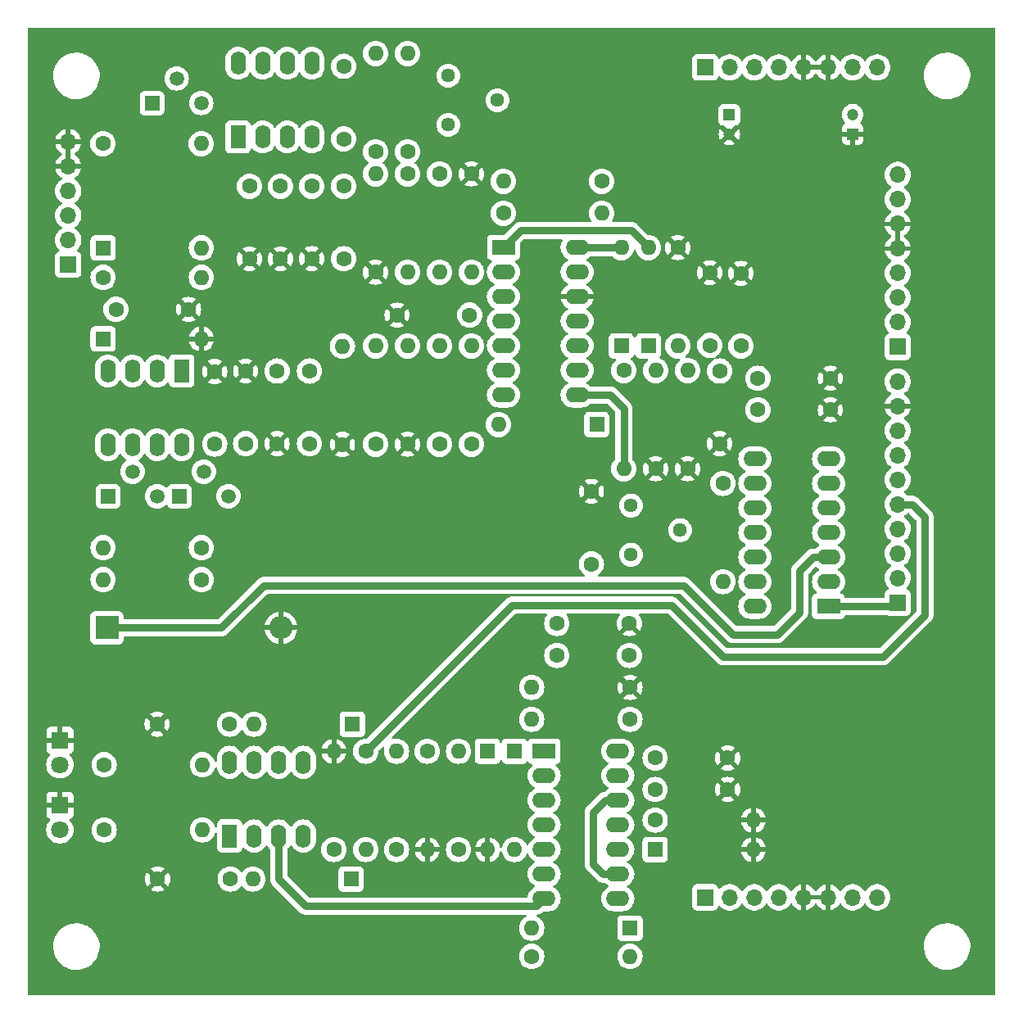
<source format=gbl>
%TF.GenerationSoftware,KiCad,Pcbnew,7.0.3*%
%TF.CreationDate,2023-06-01T17:59:28-04:00*%
%TF.ProjectId,MainModule,4d61696e-4d6f-4647-956c-652e6b696361,rev?*%
%TF.SameCoordinates,Original*%
%TF.FileFunction,Copper,L4,Bot*%
%TF.FilePolarity,Positive*%
%FSLAX46Y46*%
G04 Gerber Fmt 4.6, Leading zero omitted, Abs format (unit mm)*
G04 Created by KiCad (PCBNEW 7.0.3) date 2023-06-01 17:59:28*
%MOMM*%
%LPD*%
G01*
G04 APERTURE LIST*
%TA.AperFunction,ComponentPad*%
%ADD10C,1.600000*%
%TD*%
%TA.AperFunction,ComponentPad*%
%ADD11O,1.600000X1.600000*%
%TD*%
%TA.AperFunction,ComponentPad*%
%ADD12R,1.600000X1.600000*%
%TD*%
%TA.AperFunction,ComponentPad*%
%ADD13R,1.600000X2.400000*%
%TD*%
%TA.AperFunction,ComponentPad*%
%ADD14O,1.600000X2.400000*%
%TD*%
%TA.AperFunction,ComponentPad*%
%ADD15R,1.700000X1.700000*%
%TD*%
%TA.AperFunction,ComponentPad*%
%ADD16O,1.700000X1.700000*%
%TD*%
%TA.AperFunction,ComponentPad*%
%ADD17R,2.400000X1.600000*%
%TD*%
%TA.AperFunction,ComponentPad*%
%ADD18O,2.400000X1.600000*%
%TD*%
%TA.AperFunction,ComponentPad*%
%ADD19R,1.500000X1.500000*%
%TD*%
%TA.AperFunction,ComponentPad*%
%ADD20C,1.500000*%
%TD*%
%TA.AperFunction,ComponentPad*%
%ADD21C,1.440000*%
%TD*%
%TA.AperFunction,ComponentPad*%
%ADD22R,1.200000X1.200000*%
%TD*%
%TA.AperFunction,ComponentPad*%
%ADD23C,1.200000*%
%TD*%
%TA.AperFunction,ComponentPad*%
%ADD24R,1.800000X1.800000*%
%TD*%
%TA.AperFunction,ComponentPad*%
%ADD25C,1.800000*%
%TD*%
%TA.AperFunction,ComponentPad*%
%ADD26R,2.400000X2.400000*%
%TD*%
%TA.AperFunction,ComponentPad*%
%ADD27O,2.400000X2.400000*%
%TD*%
%TA.AperFunction,ViaPad*%
%ADD28C,0.800000*%
%TD*%
%TA.AperFunction,Conductor*%
%ADD29C,0.750000*%
%TD*%
G04 APERTURE END LIST*
D10*
X34925000Y-74803000D03*
D11*
X34925000Y-84963000D03*
D12*
X50292000Y-74803000D03*
D11*
X50292000Y-84963000D03*
D10*
X38100000Y-84963000D03*
D11*
X38100000Y-74803000D03*
D10*
X44500800Y-84963000D03*
D11*
X44500800Y-74803000D03*
D10*
X42535000Y-43055000D03*
D11*
X42535000Y-32895000D03*
D10*
X45837000Y-43055000D03*
D11*
X45837000Y-32895000D03*
D10*
X62230000Y-68199000D03*
D11*
X52070000Y-68199000D03*
D12*
X61331000Y-32895000D03*
D11*
X61331000Y-22735000D03*
D13*
X20838000Y-83556000D03*
D14*
X23378000Y-83556000D03*
X25918000Y-83556000D03*
X28458000Y-83556000D03*
X28458000Y-75936000D03*
X25918000Y-75936000D03*
X23378000Y-75936000D03*
X20838000Y-75936000D03*
D10*
X7874000Y-82931000D03*
D11*
X18034000Y-82931000D03*
D10*
X39233000Y-15115000D03*
D11*
X39233000Y-25275000D03*
D10*
X49139000Y-19179000D03*
D11*
X59299000Y-19179000D03*
D10*
X17924662Y-53764000D03*
D11*
X7764662Y-53764000D03*
D10*
X62170000Y-61595000D03*
X54670000Y-61595000D03*
D15*
X70000000Y-89900000D03*
D16*
X72540000Y-89900000D03*
X75080000Y-89900000D03*
X77620000Y-89900000D03*
X80160000Y-89900000D03*
X82700000Y-89900000D03*
X85240000Y-89900000D03*
X87780000Y-89900000D03*
D15*
X70000000Y-4110000D03*
D16*
X72540000Y-4110000D03*
X75080000Y-4110000D03*
X77620000Y-4110000D03*
X80160000Y-4110000D03*
X82700000Y-4110000D03*
X85240000Y-4110000D03*
X87780000Y-4110000D03*
D17*
X49149000Y-22730000D03*
D18*
X49149000Y-25270000D03*
X49149000Y-27810000D03*
X49149000Y-30350000D03*
X49149000Y-32890000D03*
X49149000Y-35430000D03*
X49149000Y-37970000D03*
X56769000Y-37970000D03*
X56769000Y-35430000D03*
X56769000Y-32890000D03*
X56769000Y-30350000D03*
X56769000Y-27810000D03*
X56769000Y-25270000D03*
X56769000Y-22730000D03*
D15*
X89900000Y-33000000D03*
D16*
X89900000Y-30460000D03*
X89900000Y-27920000D03*
X89900000Y-25380000D03*
X89900000Y-22840000D03*
X89900000Y-20300000D03*
X89900000Y-17760000D03*
X89900000Y-15220000D03*
D12*
X33528000Y-72009000D03*
D11*
X23368000Y-72009000D03*
D10*
X7750000Y-12000000D03*
D11*
X17910000Y-12000000D03*
D12*
X62230000Y-93091000D03*
D11*
X52070000Y-93091000D03*
D13*
X15882662Y-35486000D03*
D14*
X13342662Y-35486000D03*
X10802662Y-35486000D03*
X8262662Y-35486000D03*
X8262662Y-43106000D03*
X10802662Y-43106000D03*
X13342662Y-43106000D03*
X15882662Y-43106000D03*
D10*
X71491000Y-42995000D03*
X71491000Y-35495000D03*
D19*
X15638662Y-48438000D03*
D20*
X18178662Y-45898000D03*
X20718662Y-48438000D03*
D10*
X26100000Y-23900000D03*
X26100000Y-16400000D03*
X7764662Y-25824000D03*
D11*
X17924662Y-25824000D03*
D10*
X20850000Y-72000000D03*
X13350000Y-72000000D03*
X35931000Y-43055000D03*
D11*
X35931000Y-32895000D03*
D13*
X21717000Y-11295000D03*
D14*
X24257000Y-11295000D03*
X26797000Y-11295000D03*
X29337000Y-11295000D03*
X29337000Y-3675000D03*
X26797000Y-3675000D03*
X24257000Y-3675000D03*
X21717000Y-3675000D03*
D21*
X62324000Y-54478000D03*
X67404000Y-51938000D03*
X62324000Y-49398000D03*
D10*
X54670000Y-64897000D03*
X62170000Y-64897000D03*
X19300662Y-43050000D03*
X19300662Y-35550000D03*
D19*
X12824000Y-7792000D03*
D20*
X15364000Y-5252000D03*
X17904000Y-7792000D03*
D22*
X85250000Y-11000000D03*
D23*
X85250000Y-9000000D03*
D10*
X39233000Y-12829000D03*
D11*
X39233000Y-2669000D03*
D10*
X73700000Y-25400000D03*
X73700000Y-32900000D03*
X29098000Y-35500000D03*
X29098000Y-43000000D03*
X45660000Y-29718000D03*
X38160000Y-29718000D03*
D24*
X3302000Y-80391000D03*
D25*
X3302000Y-82931000D03*
D10*
X35931000Y-25275000D03*
D11*
X35931000Y-15115000D03*
D12*
X64834000Y-84963000D03*
D11*
X74994000Y-84963000D03*
D10*
X7874000Y-76200000D03*
D11*
X18034000Y-76200000D03*
D10*
X67173000Y-22735000D03*
D11*
X67173000Y-32895000D03*
D22*
X72500000Y-9027401D03*
D23*
X72500000Y-11027401D03*
D10*
X39233000Y-43055000D03*
D11*
X39233000Y-32895000D03*
D12*
X64125000Y-32895000D03*
D11*
X64125000Y-22735000D03*
D12*
X47498000Y-74803000D03*
D11*
X47498000Y-84963000D03*
D10*
X35931000Y-12829000D03*
D11*
X35931000Y-2669000D03*
D17*
X82749000Y-59817000D03*
D18*
X82749000Y-57277000D03*
X82749000Y-54737000D03*
X82749000Y-52197000D03*
X82749000Y-49657000D03*
X82749000Y-47117000D03*
X82749000Y-44577000D03*
X75129000Y-44577000D03*
X75129000Y-47117000D03*
X75129000Y-49657000D03*
X75129000Y-52197000D03*
X75129000Y-54737000D03*
X75129000Y-57277000D03*
X75129000Y-59817000D03*
D10*
X64830000Y-75500000D03*
X72330000Y-75500000D03*
X64887000Y-45595000D03*
D11*
X64887000Y-35435000D03*
D10*
X52070000Y-96012000D03*
D11*
X62230000Y-96012000D03*
D10*
X22900000Y-16400000D03*
X22900000Y-23900000D03*
X61585000Y-35435000D03*
D11*
X61585000Y-45595000D03*
D19*
X8272662Y-48438000D03*
D20*
X10812662Y-45898000D03*
X13352662Y-48438000D03*
D10*
X45837000Y-15115000D03*
D11*
X45837000Y-25275000D03*
D10*
X32500000Y-43080000D03*
D11*
X32500000Y-32920000D03*
D10*
X32629000Y-11499000D03*
X32629000Y-3999000D03*
X32629000Y-23885000D03*
X32629000Y-16385000D03*
D24*
X3302000Y-73660000D03*
D25*
X3302000Y-76200000D03*
D15*
X4160000Y-24500000D03*
D16*
X4160000Y-21960000D03*
X4160000Y-19420000D03*
X4160000Y-16880000D03*
X4160000Y-14340000D03*
X4160000Y-11800000D03*
D10*
X72330000Y-78750000D03*
X64830000Y-78750000D03*
D26*
X8162662Y-62034500D03*
D27*
X26162662Y-62034500D03*
D10*
X68189000Y-45595000D03*
D11*
X68189000Y-35435000D03*
D10*
X31623000Y-84963000D03*
D11*
X31623000Y-74803000D03*
D10*
X42535000Y-15115000D03*
D11*
X42535000Y-25275000D03*
D10*
X82950000Y-39500000D03*
X75450000Y-39500000D03*
X41275000Y-74803000D03*
D11*
X41275000Y-84963000D03*
D10*
X29327000Y-16385000D03*
X29327000Y-23885000D03*
X62230000Y-71501000D03*
D11*
X52070000Y-71501000D03*
D10*
X75450000Y-36250000D03*
X82950000Y-36250000D03*
X71837000Y-47112000D03*
D11*
X71837000Y-57272000D03*
D10*
X16594662Y-29126000D03*
X9094662Y-29126000D03*
D12*
X58791000Y-41023000D03*
D11*
X48631000Y-41023000D03*
D10*
X22500000Y-35500000D03*
X22500000Y-43000000D03*
D17*
X53350000Y-74798000D03*
D18*
X53350000Y-77338000D03*
X53350000Y-79878000D03*
X53350000Y-82418000D03*
X53350000Y-84958000D03*
X53350000Y-87498000D03*
X53350000Y-90038000D03*
X60970000Y-90038000D03*
X60970000Y-87498000D03*
X60970000Y-84958000D03*
X60970000Y-82418000D03*
X60970000Y-79878000D03*
X60970000Y-77338000D03*
X60970000Y-74798000D03*
D12*
X7764662Y-32174000D03*
D11*
X17924662Y-32174000D03*
D21*
X43436000Y-10035000D03*
X48516000Y-7495000D03*
X43436000Y-4955000D03*
D12*
X7764662Y-22776000D03*
D11*
X17924662Y-22776000D03*
D10*
X25750000Y-43000000D03*
X25750000Y-35500000D03*
X13400000Y-88000000D03*
X20900000Y-88000000D03*
X17924662Y-57066000D03*
D11*
X7764662Y-57066000D03*
D10*
X58238000Y-55439000D03*
X58238000Y-47939000D03*
X70475000Y-25335000D03*
X70475000Y-32835000D03*
D12*
X33401000Y-88011000D03*
D11*
X23241000Y-88011000D03*
D10*
X59299000Y-15877000D03*
D11*
X49139000Y-15877000D03*
D15*
X89900000Y-59436000D03*
D16*
X89900000Y-56896000D03*
X89900000Y-54356000D03*
X89900000Y-51816000D03*
X89900000Y-49276000D03*
X89900000Y-46736000D03*
X89900000Y-44196000D03*
X89900000Y-41656000D03*
X89900000Y-39116000D03*
X89900000Y-36576000D03*
D10*
X64834000Y-81915000D03*
D11*
X74994000Y-81915000D03*
D28*
X85852000Y-55880000D03*
X85852000Y-45974000D03*
X78740000Y-53340000D03*
D29*
X62347000Y-20957000D02*
X50922000Y-20957000D01*
X64125000Y-22735000D02*
X62347000Y-20957000D01*
X50922000Y-20957000D02*
X49149000Y-22730000D01*
X59441000Y-87498000D02*
X60970000Y-87498000D01*
X58420000Y-86487000D02*
X59436000Y-87503000D01*
X58420000Y-81153000D02*
X58420000Y-86487000D01*
X60970000Y-79878000D02*
X59695000Y-79878000D01*
X59695000Y-79878000D02*
X58420000Y-81153000D01*
X59436000Y-87503000D02*
X59441000Y-87498000D01*
X79756000Y-56134000D02*
X81153000Y-54737000D01*
X67818000Y-57658000D02*
X72898000Y-62738000D01*
X81153000Y-54737000D02*
X82749000Y-54737000D01*
X72898000Y-62738000D02*
X77470000Y-62738000D01*
X20007500Y-62034500D02*
X24384000Y-57658000D01*
X24384000Y-57658000D02*
X67818000Y-57658000D01*
X77470000Y-62738000D02*
X79756000Y-60452000D01*
X8162662Y-62034500D02*
X20007500Y-62034500D01*
X79756000Y-60452000D02*
X79756000Y-56134000D01*
X56774000Y-22735000D02*
X56769000Y-22730000D01*
X61331000Y-22735000D02*
X56774000Y-22735000D01*
X82749000Y-59817000D02*
X89519000Y-59817000D01*
X89519000Y-59817000D02*
X89900000Y-59436000D01*
X92710000Y-50546000D02*
X91440000Y-49276000D01*
X88392000Y-65024000D02*
X92710000Y-60706000D01*
X50038000Y-59690000D02*
X66548000Y-59690000D01*
X92710000Y-60706000D02*
X92710000Y-50546000D01*
X34925000Y-74803000D02*
X50038000Y-59690000D01*
X71882000Y-65024000D02*
X88392000Y-65024000D01*
X91440000Y-49276000D02*
X90000000Y-49276000D01*
X66548000Y-59690000D02*
X71882000Y-65024000D01*
X60195000Y-37970000D02*
X56769000Y-37970000D01*
X61585000Y-39360000D02*
X60195000Y-37970000D01*
X61585000Y-45595000D02*
X61585000Y-39360000D01*
X25918000Y-88001000D02*
X25918000Y-83556000D01*
X53350000Y-90038000D02*
X52583000Y-90805000D01*
X28702000Y-90805000D02*
X25908000Y-88011000D01*
X25908000Y-88011000D02*
X25918000Y-88001000D01*
X52583000Y-90805000D02*
X28702000Y-90805000D01*
%TA.AperFunction,Conductor*%
G36*
X82240507Y-89690156D02*
G01*
X82200000Y-89828111D01*
X82200000Y-89971889D01*
X82240507Y-90109844D01*
X82266314Y-90150000D01*
X80593686Y-90150000D01*
X80619493Y-90109844D01*
X80660000Y-89971889D01*
X80660000Y-89828111D01*
X80619493Y-89690156D01*
X80593686Y-89650000D01*
X82266314Y-89650000D01*
X82240507Y-89690156D01*
G37*
%TD.AperFunction*%
%TA.AperFunction,Conductor*%
G36*
X90150000Y-22404498D02*
G01*
X90042315Y-22355320D01*
X89935763Y-22340000D01*
X89864237Y-22340000D01*
X89757685Y-22355320D01*
X89650000Y-22404498D01*
X89650000Y-20735501D01*
X89757685Y-20784680D01*
X89864237Y-20800000D01*
X89935763Y-20800000D01*
X90042315Y-20784680D01*
X90150000Y-20735501D01*
X90150000Y-22404498D01*
G37*
%TD.AperFunction*%
%TA.AperFunction,Conductor*%
G36*
X4410000Y-13904498D02*
G01*
X4302315Y-13855320D01*
X4195763Y-13840000D01*
X4124237Y-13840000D01*
X4017685Y-13855320D01*
X3910000Y-13904498D01*
X3910000Y-12235501D01*
X4017685Y-12284680D01*
X4124237Y-12300000D01*
X4195763Y-12300000D01*
X4302315Y-12284680D01*
X4410000Y-12235501D01*
X4410000Y-13904498D01*
G37*
%TD.AperFunction*%
%TA.AperFunction,Conductor*%
G36*
X82240507Y-3900156D02*
G01*
X82200000Y-4038111D01*
X82200000Y-4181889D01*
X82240507Y-4319844D01*
X82266314Y-4360000D01*
X80593686Y-4360000D01*
X80619493Y-4319844D01*
X80660000Y-4181889D01*
X80660000Y-4038111D01*
X80619493Y-3900156D01*
X80593686Y-3860000D01*
X82266314Y-3860000D01*
X82240507Y-3900156D01*
G37*
%TD.AperFunction*%
%TA.AperFunction,Conductor*%
G36*
X99942539Y-20185D02*
G01*
X99988294Y-72989D01*
X99999500Y-124500D01*
X99999500Y-99875500D01*
X99979815Y-99942539D01*
X99927011Y-99988294D01*
X99875500Y-99999500D01*
X124500Y-99999500D01*
X57461Y-99979815D01*
X11706Y-99927011D01*
X500Y-99875500D01*
X500Y-94922903D01*
X2595793Y-94922903D01*
X2605672Y-95230970D01*
X2605672Y-95230975D01*
X2605673Y-95230978D01*
X2654867Y-95535261D01*
X2699137Y-95684419D01*
X2742571Y-95830763D01*
X2867333Y-96112601D01*
X2867337Y-96112609D01*
X3027123Y-96376193D01*
X3027127Y-96376198D01*
X3027133Y-96376207D01*
X3219297Y-96617174D01*
X3219299Y-96617176D01*
X3219303Y-96617180D01*
X3219304Y-96617181D01*
X3440724Y-96831614D01*
X3607862Y-96956352D01*
X3687741Y-97015968D01*
X3687743Y-97015969D01*
X3687747Y-97015972D01*
X3956318Y-97167228D01*
X4097057Y-97224207D01*
X4242018Y-97282897D01*
X4242023Y-97282898D01*
X4242025Y-97282899D01*
X4540179Y-97361084D01*
X4845883Y-97400500D01*
X4845890Y-97400500D01*
X5076971Y-97400500D01*
X5076974Y-97400500D01*
X5076978Y-97400499D01*
X5076996Y-97400499D01*
X5179700Y-97393904D01*
X5307601Y-97385693D01*
X5610151Y-97326772D01*
X5902683Y-97229644D01*
X5902689Y-97229640D01*
X5902693Y-97229640D01*
X6093571Y-97137717D01*
X6180393Y-97095907D01*
X6438720Y-96927754D01*
X6673424Y-96727948D01*
X6880650Y-96499769D01*
X7056996Y-96246963D01*
X7179576Y-96012001D01*
X50756502Y-96012001D01*
X50776456Y-96240081D01*
X50776457Y-96240089D01*
X50835714Y-96461238D01*
X50835718Y-96461249D01*
X50932475Y-96668745D01*
X50932477Y-96668749D01*
X51063802Y-96856300D01*
X51225700Y-97018198D01*
X51413251Y-97149523D01*
X51451220Y-97167228D01*
X51620750Y-97246281D01*
X51620752Y-97246281D01*
X51620757Y-97246284D01*
X51841913Y-97305543D01*
X52004832Y-97319796D01*
X52069998Y-97325498D01*
X52070000Y-97325498D01*
X52070002Y-97325498D01*
X52127021Y-97320509D01*
X52298087Y-97305543D01*
X52519243Y-97246284D01*
X52726749Y-97149523D01*
X52914300Y-97018198D01*
X53076198Y-96856300D01*
X53207523Y-96668749D01*
X53304284Y-96461243D01*
X53363543Y-96240087D01*
X53383498Y-96012001D01*
X60916502Y-96012001D01*
X60936456Y-96240081D01*
X60936457Y-96240089D01*
X60995714Y-96461238D01*
X60995718Y-96461249D01*
X61092475Y-96668745D01*
X61092477Y-96668749D01*
X61223802Y-96856300D01*
X61385700Y-97018198D01*
X61573251Y-97149523D01*
X61611220Y-97167228D01*
X61780750Y-97246281D01*
X61780752Y-97246281D01*
X61780757Y-97246284D01*
X62001913Y-97305543D01*
X62164832Y-97319796D01*
X62229998Y-97325498D01*
X62230000Y-97325498D01*
X62230002Y-97325498D01*
X62287021Y-97320509D01*
X62458087Y-97305543D01*
X62679243Y-97246284D01*
X62886749Y-97149523D01*
X63074300Y-97018198D01*
X63236198Y-96856300D01*
X63367523Y-96668749D01*
X63464284Y-96461243D01*
X63523543Y-96240087D01*
X63543498Y-96012000D01*
X63540145Y-95973680D01*
X63523543Y-95783918D01*
X63523543Y-95783913D01*
X63464284Y-95562757D01*
X63451462Y-95535261D01*
X63367524Y-95355254D01*
X63367523Y-95355252D01*
X63367523Y-95355251D01*
X63236198Y-95167700D01*
X63074300Y-95005802D01*
X62955908Y-94922903D01*
X92595793Y-94922903D01*
X92605672Y-95230970D01*
X92605672Y-95230975D01*
X92605673Y-95230978D01*
X92654867Y-95535261D01*
X92699137Y-95684419D01*
X92742571Y-95830763D01*
X92867333Y-96112601D01*
X92867337Y-96112609D01*
X93027123Y-96376193D01*
X93027127Y-96376198D01*
X93027133Y-96376207D01*
X93219297Y-96617174D01*
X93219299Y-96617176D01*
X93219303Y-96617180D01*
X93219304Y-96617181D01*
X93440724Y-96831614D01*
X93607862Y-96956352D01*
X93687741Y-97015968D01*
X93687743Y-97015969D01*
X93687747Y-97015972D01*
X93956318Y-97167228D01*
X94097057Y-97224207D01*
X94242018Y-97282897D01*
X94242023Y-97282898D01*
X94242025Y-97282899D01*
X94540179Y-97361084D01*
X94845883Y-97400500D01*
X94845890Y-97400500D01*
X95076971Y-97400500D01*
X95076974Y-97400500D01*
X95076978Y-97400499D01*
X95076996Y-97400499D01*
X95179700Y-97393904D01*
X95307601Y-97385693D01*
X95610151Y-97326772D01*
X95902683Y-97229644D01*
X95902689Y-97229640D01*
X95902693Y-97229640D01*
X96093571Y-97137717D01*
X96180393Y-97095907D01*
X96438720Y-96927754D01*
X96673424Y-96727948D01*
X96880650Y-96499769D01*
X97056996Y-96246963D01*
X97199567Y-95973683D01*
X97306020Y-95684415D01*
X97374609Y-95383908D01*
X97404206Y-95077098D01*
X97394327Y-94769022D01*
X97345133Y-94464739D01*
X97257431Y-94169244D01*
X97257429Y-94169239D01*
X97257428Y-94169236D01*
X97132666Y-93887398D01*
X97132663Y-93887391D01*
X96972877Y-93623807D01*
X96972870Y-93623799D01*
X96972866Y-93623792D01*
X96780702Y-93382825D01*
X96780700Y-93382823D01*
X96559279Y-93168389D01*
X96559276Y-93168386D01*
X96430450Y-93072241D01*
X96312258Y-92984031D01*
X96312253Y-92984028D01*
X96043682Y-92832772D01*
X96006383Y-92817671D01*
X95757981Y-92717102D01*
X95590660Y-92673226D01*
X95459821Y-92638916D01*
X95154117Y-92599500D01*
X94923026Y-92599500D01*
X94923003Y-92599500D01*
X94692406Y-92614306D01*
X94692389Y-92614308D01*
X94389854Y-92673226D01*
X94389849Y-92673228D01*
X94097310Y-92770358D01*
X94097306Y-92770359D01*
X93819613Y-92904089D01*
X93819605Y-92904094D01*
X93561286Y-93072241D01*
X93561276Y-93072248D01*
X93326581Y-93272046D01*
X93326571Y-93272056D01*
X93119354Y-93500225D01*
X93119350Y-93500229D01*
X92943005Y-93753033D01*
X92943003Y-93753037D01*
X92800432Y-94026319D01*
X92800429Y-94026326D01*
X92693981Y-94315580D01*
X92693980Y-94315585D01*
X92687976Y-94341889D01*
X92625391Y-94616089D01*
X92595794Y-94922902D01*
X92595793Y-94922903D01*
X62955908Y-94922903D01*
X62886749Y-94874477D01*
X62886745Y-94874475D01*
X62679249Y-94777718D01*
X62679238Y-94777714D01*
X62458089Y-94718457D01*
X62458081Y-94718456D01*
X62230002Y-94698502D01*
X62229998Y-94698502D01*
X62001918Y-94718456D01*
X62001910Y-94718457D01*
X61780761Y-94777714D01*
X61780750Y-94777718D01*
X61573254Y-94874475D01*
X61573252Y-94874476D01*
X61573249Y-94874477D01*
X61573251Y-94874477D01*
X61385700Y-95005802D01*
X61385698Y-95005803D01*
X61385695Y-95005806D01*
X61223806Y-95167695D01*
X61092476Y-95355252D01*
X61092475Y-95355254D01*
X60995718Y-95562750D01*
X60995714Y-95562761D01*
X60936457Y-95783910D01*
X60936456Y-95783918D01*
X60916502Y-96011998D01*
X60916502Y-96012001D01*
X53383498Y-96012001D01*
X53383498Y-96012000D01*
X53380145Y-95973680D01*
X53363543Y-95783918D01*
X53363543Y-95783913D01*
X53304284Y-95562757D01*
X53291462Y-95535261D01*
X53207524Y-95355254D01*
X53207523Y-95355252D01*
X53207523Y-95355251D01*
X53076198Y-95167700D01*
X52914300Y-95005802D01*
X52726749Y-94874477D01*
X52726745Y-94874475D01*
X52519249Y-94777718D01*
X52519238Y-94777714D01*
X52298089Y-94718457D01*
X52298081Y-94718456D01*
X52070002Y-94698502D01*
X52069998Y-94698502D01*
X51841918Y-94718456D01*
X51841910Y-94718457D01*
X51620761Y-94777714D01*
X51620750Y-94777718D01*
X51413254Y-94874475D01*
X51413252Y-94874476D01*
X51413249Y-94874477D01*
X51413251Y-94874477D01*
X51225700Y-95005802D01*
X51225698Y-95005803D01*
X51225695Y-95005806D01*
X51063806Y-95167695D01*
X50932476Y-95355252D01*
X50932475Y-95355254D01*
X50835718Y-95562750D01*
X50835714Y-95562761D01*
X50776457Y-95783910D01*
X50776456Y-95783918D01*
X50756502Y-96011998D01*
X50756502Y-96012001D01*
X7179576Y-96012001D01*
X7199567Y-95973683D01*
X7306020Y-95684415D01*
X7374609Y-95383908D01*
X7404206Y-95077098D01*
X7394327Y-94769022D01*
X7345133Y-94464739D01*
X7257431Y-94169244D01*
X7257429Y-94169239D01*
X7257428Y-94169236D01*
X7132666Y-93887398D01*
X7132663Y-93887391D01*
X6972877Y-93623807D01*
X6972870Y-93623799D01*
X6972866Y-93623792D01*
X6780702Y-93382825D01*
X6780700Y-93382823D01*
X6559279Y-93168389D01*
X6559276Y-93168386D01*
X6430450Y-93072241D01*
X6312258Y-92984031D01*
X6312253Y-92984028D01*
X6043682Y-92832772D01*
X6006383Y-92817671D01*
X5757981Y-92717102D01*
X5590660Y-92673226D01*
X5459821Y-92638916D01*
X5154117Y-92599500D01*
X4923026Y-92599500D01*
X4923003Y-92599500D01*
X4692406Y-92614306D01*
X4692389Y-92614308D01*
X4389854Y-92673226D01*
X4389849Y-92673228D01*
X4097310Y-92770358D01*
X4097306Y-92770359D01*
X3819613Y-92904089D01*
X3819605Y-92904094D01*
X3561286Y-93072241D01*
X3561276Y-93072248D01*
X3326581Y-93272046D01*
X3326571Y-93272056D01*
X3119354Y-93500225D01*
X3119350Y-93500229D01*
X2943005Y-93753033D01*
X2943003Y-93753037D01*
X2800432Y-94026319D01*
X2800429Y-94026326D01*
X2693981Y-94315580D01*
X2693980Y-94315585D01*
X2687976Y-94341889D01*
X2625391Y-94616089D01*
X2595794Y-94922902D01*
X2595793Y-94922903D01*
X500Y-94922903D01*
X500Y-88000002D01*
X12095034Y-88000002D01*
X12114858Y-88226599D01*
X12114860Y-88226610D01*
X12173730Y-88446317D01*
X12173734Y-88446326D01*
X12269865Y-88652481D01*
X12269866Y-88652483D01*
X12320973Y-88725471D01*
X12320974Y-88725472D01*
X13002046Y-88044399D01*
X13014835Y-88125148D01*
X13072359Y-88238045D01*
X13161955Y-88327641D01*
X13274852Y-88385165D01*
X13355599Y-88397953D01*
X12674526Y-89079025D01*
X12674526Y-89079026D01*
X12747512Y-89130131D01*
X12747516Y-89130133D01*
X12953673Y-89226265D01*
X12953682Y-89226269D01*
X13173389Y-89285139D01*
X13173400Y-89285141D01*
X13399998Y-89304966D01*
X13400002Y-89304966D01*
X13626599Y-89285141D01*
X13626610Y-89285139D01*
X13846317Y-89226269D01*
X13846331Y-89226264D01*
X14052478Y-89130136D01*
X14125472Y-89079025D01*
X13444401Y-88397953D01*
X13525148Y-88385165D01*
X13638045Y-88327641D01*
X13727641Y-88238045D01*
X13785165Y-88125148D01*
X13797953Y-88044400D01*
X14479025Y-88725472D01*
X14530136Y-88652478D01*
X14626264Y-88446331D01*
X14626269Y-88446317D01*
X14685139Y-88226610D01*
X14685141Y-88226599D01*
X14704966Y-88000002D01*
X14704966Y-88000001D01*
X19586502Y-88000001D01*
X19606456Y-88228081D01*
X19606457Y-88228089D01*
X19665714Y-88449238D01*
X19665718Y-88449249D01*
X19762475Y-88656745D01*
X19762477Y-88656749D01*
X19893802Y-88844300D01*
X20055700Y-89006198D01*
X20243251Y-89137523D01*
X20363713Y-89193695D01*
X20450750Y-89234281D01*
X20450752Y-89234281D01*
X20450757Y-89234284D01*
X20671913Y-89293543D01*
X20834832Y-89307796D01*
X20899998Y-89313498D01*
X20900000Y-89313498D01*
X20900002Y-89313498D01*
X20957021Y-89308509D01*
X21128087Y-89293543D01*
X21349243Y-89234284D01*
X21556749Y-89137523D01*
X21744300Y-89006198D01*
X21906198Y-88844300D01*
X21965076Y-88760213D01*
X22019649Y-88716591D01*
X22089148Y-88709397D01*
X22151503Y-88740920D01*
X22168222Y-88760215D01*
X22221193Y-88835865D01*
X22234802Y-88855300D01*
X22396700Y-89017198D01*
X22584251Y-89148523D01*
X22639445Y-89174260D01*
X22791750Y-89245281D01*
X22791752Y-89245281D01*
X22791757Y-89245284D01*
X23012913Y-89304543D01*
X23175832Y-89318796D01*
X23240998Y-89324498D01*
X23241000Y-89324498D01*
X23241002Y-89324498D01*
X23298139Y-89319499D01*
X23469087Y-89304543D01*
X23690243Y-89245284D01*
X23897749Y-89148523D01*
X24085300Y-89017198D01*
X24247198Y-88855300D01*
X24378523Y-88667749D01*
X24475284Y-88460243D01*
X24534543Y-88239087D01*
X24554498Y-88011000D01*
X24553535Y-87999998D01*
X24546407Y-87918524D01*
X24534543Y-87782913D01*
X24475284Y-87561757D01*
X24471514Y-87553673D01*
X24378524Y-87354254D01*
X24378523Y-87354252D01*
X24378523Y-87354251D01*
X24247198Y-87166700D01*
X24085300Y-87004802D01*
X23897749Y-86873477D01*
X23897745Y-86873475D01*
X23690249Y-86776718D01*
X23690238Y-86776714D01*
X23469089Y-86717457D01*
X23469081Y-86717456D01*
X23241002Y-86697502D01*
X23240998Y-86697502D01*
X23012918Y-86717456D01*
X23012910Y-86717457D01*
X22791761Y-86776714D01*
X22791750Y-86776718D01*
X22584254Y-86873475D01*
X22584252Y-86873476D01*
X22584249Y-86873477D01*
X22584251Y-86873477D01*
X22396700Y-87004802D01*
X22396698Y-87004803D01*
X22396695Y-87004806D01*
X22234802Y-87166699D01*
X22175925Y-87250784D01*
X22121348Y-87294409D01*
X22051850Y-87301601D01*
X21989495Y-87270078D01*
X21972777Y-87250784D01*
X21913900Y-87166700D01*
X21906198Y-87155700D01*
X21744300Y-86993802D01*
X21556749Y-86862477D01*
X21526400Y-86848325D01*
X21349249Y-86765718D01*
X21349238Y-86765714D01*
X21128089Y-86706457D01*
X21128081Y-86706456D01*
X20900002Y-86686502D01*
X20899998Y-86686502D01*
X20671918Y-86706456D01*
X20671910Y-86706457D01*
X20450761Y-86765714D01*
X20450750Y-86765718D01*
X20243254Y-86862475D01*
X20243252Y-86862476D01*
X20227544Y-86873475D01*
X20055700Y-86993802D01*
X20055698Y-86993803D01*
X20055695Y-86993806D01*
X19893806Y-87155695D01*
X19893803Y-87155698D01*
X19893802Y-87155700D01*
X19886100Y-87166700D01*
X19762476Y-87343252D01*
X19762475Y-87343254D01*
X19665718Y-87550750D01*
X19665714Y-87550761D01*
X19606457Y-87771910D01*
X19606456Y-87771918D01*
X19586502Y-87999998D01*
X19586502Y-88000001D01*
X14704966Y-88000001D01*
X14704966Y-87999997D01*
X14685141Y-87773400D01*
X14685139Y-87773389D01*
X14626269Y-87553682D01*
X14626265Y-87553673D01*
X14530133Y-87347516D01*
X14530131Y-87347512D01*
X14479026Y-87274526D01*
X14479025Y-87274526D01*
X13797953Y-87955598D01*
X13785165Y-87874852D01*
X13727641Y-87761955D01*
X13638045Y-87672359D01*
X13525148Y-87614835D01*
X13444400Y-87602046D01*
X14125472Y-86920974D01*
X14125471Y-86920973D01*
X14052483Y-86869866D01*
X14052481Y-86869865D01*
X13846326Y-86773734D01*
X13846317Y-86773730D01*
X13626610Y-86714860D01*
X13626599Y-86714858D01*
X13400002Y-86695034D01*
X13399998Y-86695034D01*
X13173400Y-86714858D01*
X13173389Y-86714860D01*
X12953682Y-86773730D01*
X12953673Y-86773734D01*
X12747513Y-86869868D01*
X12674527Y-86920972D01*
X12674526Y-86920973D01*
X13355600Y-87602046D01*
X13274852Y-87614835D01*
X13161955Y-87672359D01*
X13072359Y-87761955D01*
X13014835Y-87874852D01*
X13002046Y-87955599D01*
X12320973Y-87274526D01*
X12320972Y-87274527D01*
X12269868Y-87347513D01*
X12173734Y-87553673D01*
X12173730Y-87553682D01*
X12114860Y-87773389D01*
X12114858Y-87773400D01*
X12095034Y-87999997D01*
X12095034Y-88000002D01*
X500Y-88000002D01*
X500Y-82931005D01*
X1888673Y-82931005D01*
X1907948Y-83163622D01*
X1907948Y-83163625D01*
X1907949Y-83163626D01*
X1954448Y-83347246D01*
X1965251Y-83389907D01*
X2059015Y-83603668D01*
X2186686Y-83799084D01*
X2344776Y-83970814D01*
X2344780Y-83970818D01*
X2528983Y-84114190D01*
X2528985Y-84114191D01*
X2528988Y-84114193D01*
X2547441Y-84124179D01*
X2734273Y-84225287D01*
X2848914Y-84264643D01*
X2955045Y-84301079D01*
X2955047Y-84301079D01*
X2955049Y-84301080D01*
X3185288Y-84339500D01*
X3185289Y-84339500D01*
X3418711Y-84339500D01*
X3418712Y-84339500D01*
X3648951Y-84301080D01*
X3869727Y-84225287D01*
X4075017Y-84114190D01*
X4259220Y-83970818D01*
X4417314Y-83799083D01*
X4544984Y-83603669D01*
X4638749Y-83389907D01*
X4696051Y-83163626D01*
X4715327Y-82931001D01*
X6560502Y-82931001D01*
X6580456Y-83159081D01*
X6580457Y-83159089D01*
X6639714Y-83380238D01*
X6639718Y-83380249D01*
X6660212Y-83424198D01*
X6736477Y-83587749D01*
X6867802Y-83775300D01*
X7029700Y-83937198D01*
X7217251Y-84068523D01*
X7342091Y-84126736D01*
X7424750Y-84165281D01*
X7424752Y-84165281D01*
X7424757Y-84165284D01*
X7645913Y-84224543D01*
X7808832Y-84238796D01*
X7873998Y-84244498D01*
X7874000Y-84244498D01*
X7874002Y-84244498D01*
X7931021Y-84239509D01*
X8102087Y-84224543D01*
X8323243Y-84165284D01*
X8530749Y-84068523D01*
X8718300Y-83937198D01*
X8880198Y-83775300D01*
X9011523Y-83587749D01*
X9108284Y-83380243D01*
X9167543Y-83159087D01*
X9187498Y-82931001D01*
X16720502Y-82931001D01*
X16740456Y-83159081D01*
X16740457Y-83159089D01*
X16799714Y-83380238D01*
X16799718Y-83380249D01*
X16820212Y-83424198D01*
X16896477Y-83587749D01*
X17027802Y-83775300D01*
X17189700Y-83937198D01*
X17377251Y-84068523D01*
X17502091Y-84126736D01*
X17584750Y-84165281D01*
X17584752Y-84165281D01*
X17584757Y-84165284D01*
X17805913Y-84224543D01*
X17968832Y-84238796D01*
X18033998Y-84244498D01*
X18034000Y-84244498D01*
X18034002Y-84244498D01*
X18091021Y-84239509D01*
X18262087Y-84224543D01*
X18483243Y-84165284D01*
X18690749Y-84068523D01*
X18878300Y-83937198D01*
X19040198Y-83775300D01*
X19171523Y-83587749D01*
X19268284Y-83380243D01*
X19285724Y-83315153D01*
X19322090Y-83255492D01*
X19384937Y-83224963D01*
X19454312Y-83233258D01*
X19508190Y-83277743D01*
X19529465Y-83344295D01*
X19529500Y-83347246D01*
X19529500Y-84804654D01*
X19536011Y-84865202D01*
X19536011Y-84865204D01*
X19587111Y-85002203D01*
X19587111Y-85002204D01*
X19674739Y-85119261D01*
X19791796Y-85206889D01*
X19928799Y-85257989D01*
X19956050Y-85260918D01*
X19989345Y-85264499D01*
X19989362Y-85264500D01*
X21686638Y-85264500D01*
X21686654Y-85264499D01*
X21713692Y-85261591D01*
X21747201Y-85257989D01*
X21884204Y-85206889D01*
X22001261Y-85119261D01*
X22088889Y-85002204D01*
X22139989Y-84865201D01*
X22141569Y-84850500D01*
X22168304Y-84785952D01*
X22225695Y-84746102D01*
X22295521Y-84743606D01*
X22355611Y-84779257D01*
X22366428Y-84792626D01*
X22371802Y-84800300D01*
X22533700Y-84962198D01*
X22721251Y-85093523D01*
X22776445Y-85119260D01*
X22928750Y-85190281D01*
X22928752Y-85190281D01*
X22928757Y-85190284D01*
X23149913Y-85249543D01*
X23312832Y-85263796D01*
X23377998Y-85269498D01*
X23378000Y-85269498D01*
X23378002Y-85269498D01*
X23435139Y-85264499D01*
X23606087Y-85249543D01*
X23827243Y-85190284D01*
X24034749Y-85093523D01*
X24222300Y-84962198D01*
X24384198Y-84800300D01*
X24515523Y-84612749D01*
X24535617Y-84569655D01*
X24581790Y-84517215D01*
X24648983Y-84498063D01*
X24715864Y-84518278D01*
X24760382Y-84569655D01*
X24780477Y-84612749D01*
X24911802Y-84800300D01*
X24911806Y-84800304D01*
X24998181Y-84886679D01*
X25031666Y-84948002D01*
X25034500Y-84974360D01*
X25034500Y-87841035D01*
X25031272Y-87865558D01*
X25031587Y-87865608D01*
X25030569Y-87872031D01*
X25028303Y-87915279D01*
X25027624Y-87921738D01*
X25020849Y-87964505D01*
X25023116Y-88007754D01*
X25023116Y-88014246D01*
X25020850Y-88057492D01*
X25027623Y-88100263D01*
X25028302Y-88106719D01*
X25030570Y-88149973D01*
X25041777Y-88191802D01*
X25043127Y-88198152D01*
X25049901Y-88240922D01*
X25049903Y-88240929D01*
X25065423Y-88281362D01*
X25067429Y-88287534D01*
X25078638Y-88329363D01*
X25078639Y-88329364D01*
X25078640Y-88329368D01*
X25098296Y-88367944D01*
X25100937Y-88373873D01*
X25107184Y-88390149D01*
X25116458Y-88414307D01*
X25116462Y-88414316D01*
X25140045Y-88450631D01*
X25143292Y-88456254D01*
X25162952Y-88494837D01*
X25162957Y-88494845D01*
X25190205Y-88528494D01*
X25194023Y-88533748D01*
X25217608Y-88570067D01*
X25246654Y-88599111D01*
X25250528Y-88602985D01*
X25250528Y-88602986D01*
X26685541Y-90037998D01*
X28021197Y-91373654D01*
X28033833Y-91388448D01*
X28041815Y-91399434D01*
X28092439Y-91445016D01*
X28094794Y-91447251D01*
X28110015Y-91462472D01*
X28126768Y-91476038D01*
X28129206Y-91478121D01*
X28179831Y-91523704D01*
X28191575Y-91530484D01*
X28207614Y-91541507D01*
X28218161Y-91550048D01*
X28278853Y-91580971D01*
X28281688Y-91582511D01*
X28340669Y-91616564D01*
X28340674Y-91616566D01*
X28353565Y-91620754D01*
X28371549Y-91628203D01*
X28383631Y-91634359D01*
X28383637Y-91634362D01*
X28383638Y-91634362D01*
X28383640Y-91634363D01*
X28395164Y-91637450D01*
X28449441Y-91651993D01*
X28452520Y-91652906D01*
X28517298Y-91673954D01*
X28530795Y-91675372D01*
X28549921Y-91678918D01*
X28559157Y-91681392D01*
X28563029Y-91682430D01*
X28631058Y-91685994D01*
X28634261Y-91686246D01*
X28655694Y-91688500D01*
X28677226Y-91688500D01*
X28680469Y-91688584D01*
X28748493Y-91692150D01*
X28761896Y-91690027D01*
X28781296Y-91688500D01*
X51422169Y-91688500D01*
X51489208Y-91708185D01*
X51534963Y-91760989D01*
X51544907Y-91830147D01*
X51515882Y-91893703D01*
X51474574Y-91924881D01*
X51413251Y-91953477D01*
X51225700Y-92084802D01*
X51225698Y-92084803D01*
X51225695Y-92084806D01*
X51063806Y-92246695D01*
X50932476Y-92434252D01*
X50932475Y-92434254D01*
X50835718Y-92641750D01*
X50835714Y-92641761D01*
X50776457Y-92862910D01*
X50776456Y-92862918D01*
X50756502Y-93090998D01*
X50756502Y-93091001D01*
X50776456Y-93319081D01*
X50776457Y-93319089D01*
X50835714Y-93540238D01*
X50835718Y-93540249D01*
X50874675Y-93623792D01*
X50932477Y-93747749D01*
X51063802Y-93935300D01*
X51225700Y-94097198D01*
X51413251Y-94228523D01*
X51468445Y-94254260D01*
X51620750Y-94325281D01*
X51620752Y-94325281D01*
X51620757Y-94325284D01*
X51841913Y-94384543D01*
X52004832Y-94398796D01*
X52069998Y-94404498D01*
X52070000Y-94404498D01*
X52070002Y-94404498D01*
X52127139Y-94399499D01*
X52298087Y-94384543D01*
X52519243Y-94325284D01*
X52726749Y-94228523D01*
X52914300Y-94097198D01*
X53071844Y-93939654D01*
X60921500Y-93939654D01*
X60928011Y-94000202D01*
X60928011Y-94000204D01*
X60964189Y-94097198D01*
X60979111Y-94137204D01*
X61066739Y-94254261D01*
X61183796Y-94341889D01*
X61320799Y-94392989D01*
X61348050Y-94395918D01*
X61381345Y-94399499D01*
X61381362Y-94399500D01*
X63078638Y-94399500D01*
X63078654Y-94399499D01*
X63105692Y-94396591D01*
X63139201Y-94392989D01*
X63276204Y-94341889D01*
X63393261Y-94254261D01*
X63480889Y-94137204D01*
X63531989Y-94000201D01*
X63535591Y-93966692D01*
X63538499Y-93939654D01*
X63538500Y-93939637D01*
X63538500Y-92242362D01*
X63538499Y-92242345D01*
X63535157Y-92211270D01*
X63531989Y-92181799D01*
X63480889Y-92044796D01*
X63393261Y-91927739D01*
X63276204Y-91840111D01*
X63249490Y-91830147D01*
X63139203Y-91789011D01*
X63078654Y-91782500D01*
X63078638Y-91782500D01*
X61381362Y-91782500D01*
X61381345Y-91782500D01*
X61320797Y-91789011D01*
X61320795Y-91789011D01*
X61183795Y-91840111D01*
X61066739Y-91927739D01*
X60979111Y-92044795D01*
X60928011Y-92181795D01*
X60928011Y-92181797D01*
X60921500Y-92242345D01*
X60921500Y-93939654D01*
X53071844Y-93939654D01*
X53076198Y-93935300D01*
X53207523Y-93747749D01*
X53304284Y-93540243D01*
X53363543Y-93319087D01*
X53383498Y-93091000D01*
X53381857Y-93072248D01*
X53367146Y-92904094D01*
X53363543Y-92862913D01*
X53304284Y-92641757D01*
X53291484Y-92614308D01*
X53207524Y-92434254D01*
X53207523Y-92434252D01*
X53207523Y-92434251D01*
X53076198Y-92246700D01*
X52914300Y-92084802D01*
X52726749Y-91953477D01*
X52654469Y-91919772D01*
X52602030Y-91873601D01*
X52582878Y-91806408D01*
X52603093Y-91739527D01*
X52656258Y-91694192D01*
X52700385Y-91683561D01*
X52721971Y-91682430D01*
X52735073Y-91678918D01*
X52754211Y-91675372D01*
X52760036Y-91674759D01*
X52767702Y-91673954D01*
X52817104Y-91657901D01*
X52832479Y-91652906D01*
X52835563Y-91651991D01*
X52901363Y-91634362D01*
X52913451Y-91628202D01*
X52931423Y-91620757D01*
X52944331Y-91616564D01*
X53003347Y-91582489D01*
X53006117Y-91580985D01*
X53066839Y-91550047D01*
X53077391Y-91541501D01*
X53093412Y-91530490D01*
X53105169Y-91523704D01*
X53105172Y-91523700D01*
X53105174Y-91523700D01*
X53116704Y-91513317D01*
X53155812Y-91478103D01*
X53158227Y-91476042D01*
X53174986Y-91462472D01*
X53190240Y-91447216D01*
X53192542Y-91445031D01*
X53243185Y-91399434D01*
X53244505Y-91397616D01*
X53245539Y-91396819D01*
X53247536Y-91394602D01*
X53247941Y-91394967D01*
X53299834Y-91354950D01*
X53344825Y-91346500D01*
X53807128Y-91346500D01*
X53807128Y-91346499D01*
X53978087Y-91331543D01*
X54199243Y-91272284D01*
X54406749Y-91175523D01*
X54594300Y-91044198D01*
X54756198Y-90882300D01*
X54887523Y-90694749D01*
X54984284Y-90487243D01*
X55043543Y-90266087D01*
X55063498Y-90038000D01*
X55043543Y-89809913D01*
X54984284Y-89588757D01*
X54975165Y-89569202D01*
X54931261Y-89475048D01*
X54887523Y-89381251D01*
X54756198Y-89193700D01*
X54594300Y-89031802D01*
X54406749Y-88900477D01*
X54363655Y-88880382D01*
X54311215Y-88834210D01*
X54292063Y-88767017D01*
X54312278Y-88700136D01*
X54363655Y-88655618D01*
X54370382Y-88652481D01*
X54406749Y-88635523D01*
X54594300Y-88504198D01*
X54756198Y-88342300D01*
X54887523Y-88154749D01*
X54984284Y-87947243D01*
X55043543Y-87726087D01*
X55063498Y-87498000D01*
X55043543Y-87269913D01*
X54984284Y-87048757D01*
X54963789Y-87004806D01*
X54902550Y-86873477D01*
X54887523Y-86841251D01*
X54756198Y-86653700D01*
X54594300Y-86491802D01*
X54521041Y-86440505D01*
X57532850Y-86440505D01*
X57536415Y-86508528D01*
X57536500Y-86511774D01*
X57536500Y-86533302D01*
X57538750Y-86554725D01*
X57539004Y-86557957D01*
X57542569Y-86625970D01*
X57542570Y-86625974D01*
X57546083Y-86639088D01*
X57549626Y-86658202D01*
X57551045Y-86671696D01*
X57551047Y-86671708D01*
X57572087Y-86736460D01*
X57573008Y-86739572D01*
X57590637Y-86805361D01*
X57596799Y-86817456D01*
X57604241Y-86835424D01*
X57608433Y-86848325D01*
X57608436Y-86848332D01*
X57642484Y-86907304D01*
X57644033Y-86910157D01*
X57649545Y-86920974D01*
X57674953Y-86970839D01*
X57674956Y-86970843D01*
X57674957Y-86970844D01*
X57683486Y-86981376D01*
X57694507Y-86997411D01*
X57701296Y-87009169D01*
X57733792Y-87045259D01*
X57746862Y-87059776D01*
X57748969Y-87062243D01*
X57762520Y-87078977D01*
X57762532Y-87078990D01*
X57777756Y-87094214D01*
X57779991Y-87096569D01*
X57784696Y-87101795D01*
X57825566Y-87147185D01*
X57836551Y-87155166D01*
X57851340Y-87167798D01*
X58876933Y-88193391D01*
X58913251Y-88216976D01*
X58918506Y-88220794D01*
X58952161Y-88248047D01*
X58990742Y-88267705D01*
X58996368Y-88270953D01*
X59032686Y-88294539D01*
X59032688Y-88294539D01*
X59032690Y-88294541D01*
X59073120Y-88310059D01*
X59079051Y-88312701D01*
X59108372Y-88327641D01*
X59117637Y-88332362D01*
X59159486Y-88343575D01*
X59165642Y-88345575D01*
X59206074Y-88361096D01*
X59248853Y-88367871D01*
X59255179Y-88369216D01*
X59297029Y-88380430D01*
X59340285Y-88382696D01*
X59346722Y-88383372D01*
X59389507Y-88390150D01*
X59432757Y-88387883D01*
X59439243Y-88387883D01*
X59482493Y-88390150D01*
X59525280Y-88383372D01*
X59531698Y-88382697D01*
X59545464Y-88381976D01*
X59613441Y-88398129D01*
X59639627Y-88418125D01*
X59725700Y-88504198D01*
X59900461Y-88626567D01*
X59913251Y-88635523D01*
X59956345Y-88655618D01*
X60008784Y-88701791D01*
X60027936Y-88768984D01*
X60007720Y-88835865D01*
X59956345Y-88880382D01*
X59913251Y-88900476D01*
X59855665Y-88940799D01*
X59725700Y-89031802D01*
X59725698Y-89031803D01*
X59725695Y-89031806D01*
X59563806Y-89193695D01*
X59563803Y-89193698D01*
X59563802Y-89193700D01*
X59481767Y-89310856D01*
X59432476Y-89381252D01*
X59432475Y-89381254D01*
X59335718Y-89588750D01*
X59335714Y-89588761D01*
X59276457Y-89809910D01*
X59276456Y-89809918D01*
X59256502Y-90037998D01*
X59256502Y-90038001D01*
X59276456Y-90266081D01*
X59276457Y-90266089D01*
X59335714Y-90487238D01*
X59335718Y-90487249D01*
X59383654Y-90590048D01*
X59432477Y-90694749D01*
X59563802Y-90882300D01*
X59725700Y-91044198D01*
X59913251Y-91175523D01*
X60011730Y-91221444D01*
X60120750Y-91272281D01*
X60120752Y-91272281D01*
X60120757Y-91272284D01*
X60341913Y-91331543D01*
X60512871Y-91346499D01*
X60512872Y-91346500D01*
X60512873Y-91346500D01*
X61427128Y-91346500D01*
X61427128Y-91346499D01*
X61598087Y-91331543D01*
X61819243Y-91272284D01*
X62026749Y-91175523D01*
X62214300Y-91044198D01*
X62376198Y-90882300D01*
X62434768Y-90798654D01*
X68641500Y-90798654D01*
X68648011Y-90859202D01*
X68648011Y-90859204D01*
X68699110Y-90996204D01*
X68699111Y-90996204D01*
X68786739Y-91113261D01*
X68903796Y-91200889D01*
X69040799Y-91251989D01*
X69068050Y-91254918D01*
X69101345Y-91258499D01*
X69101362Y-91258500D01*
X70898638Y-91258500D01*
X70898654Y-91258499D01*
X70925692Y-91255591D01*
X70959201Y-91251989D01*
X71096204Y-91200889D01*
X71213261Y-91113261D01*
X71300889Y-90996204D01*
X71346138Y-90874887D01*
X71388009Y-90818956D01*
X71453474Y-90794539D01*
X71521746Y-90809391D01*
X71553545Y-90834236D01*
X71616760Y-90902906D01*
X71794424Y-91041189D01*
X71794425Y-91041189D01*
X71794427Y-91041191D01*
X71854314Y-91073600D01*
X71992426Y-91148342D01*
X72205365Y-91221444D01*
X72427431Y-91258500D01*
X72652569Y-91258500D01*
X72874635Y-91221444D01*
X73087574Y-91148342D01*
X73285576Y-91041189D01*
X73463240Y-90902906D01*
X73584594Y-90771082D01*
X73615715Y-90737276D01*
X73615715Y-90737275D01*
X73615722Y-90737268D01*
X73706193Y-90598790D01*
X73759338Y-90553437D01*
X73828569Y-90544013D01*
X73891905Y-90573515D01*
X73913804Y-90598787D01*
X74004278Y-90737268D01*
X74004283Y-90737273D01*
X74004284Y-90737276D01*
X74137794Y-90882304D01*
X74156760Y-90902906D01*
X74334424Y-91041189D01*
X74334425Y-91041189D01*
X74334427Y-91041191D01*
X74394314Y-91073600D01*
X74532426Y-91148342D01*
X74745365Y-91221444D01*
X74967431Y-91258500D01*
X75192569Y-91258500D01*
X75414635Y-91221444D01*
X75627574Y-91148342D01*
X75825576Y-91041189D01*
X76003240Y-90902906D01*
X76124594Y-90771082D01*
X76155715Y-90737276D01*
X76155715Y-90737275D01*
X76155722Y-90737268D01*
X76246193Y-90598790D01*
X76299338Y-90553437D01*
X76368569Y-90544013D01*
X76431905Y-90573515D01*
X76453804Y-90598787D01*
X76544278Y-90737268D01*
X76544283Y-90737273D01*
X76544284Y-90737276D01*
X76677794Y-90882304D01*
X76696760Y-90902906D01*
X76874424Y-91041189D01*
X76874425Y-91041189D01*
X76874427Y-91041191D01*
X76934314Y-91073600D01*
X77072426Y-91148342D01*
X77285365Y-91221444D01*
X77507431Y-91258500D01*
X77732569Y-91258500D01*
X77954635Y-91221444D01*
X78167574Y-91148342D01*
X78365576Y-91041189D01*
X78543240Y-90902906D01*
X78664594Y-90771082D01*
X78695715Y-90737276D01*
X78695715Y-90737275D01*
X78695722Y-90737268D01*
X78789749Y-90593347D01*
X78842894Y-90547994D01*
X78912125Y-90538570D01*
X78975461Y-90568072D01*
X78995130Y-90590048D01*
X79121890Y-90771078D01*
X79288917Y-90938105D01*
X79482421Y-91073600D01*
X79696507Y-91173429D01*
X79696516Y-91173433D01*
X79910000Y-91230634D01*
X79910000Y-90335501D01*
X80017685Y-90384680D01*
X80124237Y-90400000D01*
X80195763Y-90400000D01*
X80302315Y-90384680D01*
X80410000Y-90335501D01*
X80410000Y-91230633D01*
X80623483Y-91173433D01*
X80623492Y-91173429D01*
X80837578Y-91073600D01*
X81031082Y-90938105D01*
X81198105Y-90771082D01*
X81328425Y-90584968D01*
X81383002Y-90541344D01*
X81452501Y-90534151D01*
X81514855Y-90565673D01*
X81531575Y-90584968D01*
X81661894Y-90771082D01*
X81828917Y-90938105D01*
X82022421Y-91073600D01*
X82236507Y-91173429D01*
X82236516Y-91173433D01*
X82450000Y-91230634D01*
X82450000Y-90335501D01*
X82557685Y-90384680D01*
X82664237Y-90400000D01*
X82735763Y-90400000D01*
X82842315Y-90384680D01*
X82950000Y-90335501D01*
X82950000Y-91230633D01*
X83163483Y-91173433D01*
X83163492Y-91173429D01*
X83377578Y-91073600D01*
X83571082Y-90938105D01*
X83738105Y-90771082D01*
X83864868Y-90590048D01*
X83919445Y-90546423D01*
X83988944Y-90539231D01*
X84051298Y-90570753D01*
X84070251Y-90593350D01*
X84164276Y-90737265D01*
X84164284Y-90737276D01*
X84297794Y-90882304D01*
X84316760Y-90902906D01*
X84494424Y-91041189D01*
X84494425Y-91041189D01*
X84494427Y-91041191D01*
X84554314Y-91073600D01*
X84692426Y-91148342D01*
X84905365Y-91221444D01*
X85127431Y-91258500D01*
X85352569Y-91258500D01*
X85574635Y-91221444D01*
X85787574Y-91148342D01*
X85985576Y-91041189D01*
X86163240Y-90902906D01*
X86284594Y-90771082D01*
X86315715Y-90737276D01*
X86315715Y-90737275D01*
X86315722Y-90737268D01*
X86406193Y-90598790D01*
X86459338Y-90553437D01*
X86528569Y-90544013D01*
X86591905Y-90573515D01*
X86613804Y-90598787D01*
X86704278Y-90737268D01*
X86704283Y-90737273D01*
X86704284Y-90737276D01*
X86837794Y-90882304D01*
X86856760Y-90902906D01*
X87034424Y-91041189D01*
X87034425Y-91041189D01*
X87034427Y-91041191D01*
X87094314Y-91073600D01*
X87232426Y-91148342D01*
X87445365Y-91221444D01*
X87667431Y-91258500D01*
X87892569Y-91258500D01*
X88114635Y-91221444D01*
X88327574Y-91148342D01*
X88525576Y-91041189D01*
X88703240Y-90902906D01*
X88824594Y-90771082D01*
X88855715Y-90737276D01*
X88855717Y-90737273D01*
X88855722Y-90737268D01*
X88978860Y-90548791D01*
X89069296Y-90342616D01*
X89124564Y-90124368D01*
X89137199Y-89971889D01*
X89143156Y-89900005D01*
X89143156Y-89899994D01*
X89124565Y-89675640D01*
X89124563Y-89675628D01*
X89069296Y-89457385D01*
X89035902Y-89381254D01*
X88978860Y-89251209D01*
X88967802Y-89234284D01*
X88866367Y-89079026D01*
X88855722Y-89062732D01*
X88855719Y-89062729D01*
X88855715Y-89062723D01*
X88703243Y-88897097D01*
X88703238Y-88897092D01*
X88525577Y-88758812D01*
X88525572Y-88758808D01*
X88327580Y-88651661D01*
X88327577Y-88651659D01*
X88327574Y-88651658D01*
X88327571Y-88651657D01*
X88327569Y-88651656D01*
X88114637Y-88578556D01*
X87892569Y-88541500D01*
X87667431Y-88541500D01*
X87445362Y-88578556D01*
X87232430Y-88651656D01*
X87232419Y-88651661D01*
X87034427Y-88758808D01*
X87034422Y-88758812D01*
X86856761Y-88897092D01*
X86856756Y-88897097D01*
X86704284Y-89062723D01*
X86704276Y-89062734D01*
X86613808Y-89201206D01*
X86560662Y-89246562D01*
X86491431Y-89255986D01*
X86428095Y-89226484D01*
X86406192Y-89201206D01*
X86315723Y-89062734D01*
X86315715Y-89062723D01*
X86163243Y-88897097D01*
X86163238Y-88897092D01*
X85985577Y-88758812D01*
X85985572Y-88758808D01*
X85787580Y-88651661D01*
X85787577Y-88651659D01*
X85787574Y-88651658D01*
X85787571Y-88651657D01*
X85787569Y-88651656D01*
X85574637Y-88578556D01*
X85352569Y-88541500D01*
X85127431Y-88541500D01*
X84905362Y-88578556D01*
X84692430Y-88651656D01*
X84692419Y-88651661D01*
X84494427Y-88758808D01*
X84494422Y-88758812D01*
X84316761Y-88897092D01*
X84316756Y-88897097D01*
X84164284Y-89062723D01*
X84164276Y-89062734D01*
X84070251Y-89206650D01*
X84017105Y-89252007D01*
X83947873Y-89261430D01*
X83884538Y-89231928D01*
X83864868Y-89209951D01*
X83738113Y-89028926D01*
X83738108Y-89028920D01*
X83571082Y-88861894D01*
X83377578Y-88726399D01*
X83163492Y-88626570D01*
X83163486Y-88626567D01*
X82950000Y-88569364D01*
X82950000Y-89464498D01*
X82842315Y-89415320D01*
X82735763Y-89400000D01*
X82664237Y-89400000D01*
X82557685Y-89415320D01*
X82450000Y-89464498D01*
X82450000Y-88569364D01*
X82449999Y-88569364D01*
X82236513Y-88626567D01*
X82236507Y-88626570D01*
X82022422Y-88726399D01*
X82022420Y-88726400D01*
X81828926Y-88861886D01*
X81828920Y-88861891D01*
X81661891Y-89028920D01*
X81661890Y-89028922D01*
X81531575Y-89215031D01*
X81476998Y-89258655D01*
X81407499Y-89265848D01*
X81345145Y-89234326D01*
X81328425Y-89215031D01*
X81198109Y-89028922D01*
X81198108Y-89028920D01*
X81031082Y-88861894D01*
X80837578Y-88726399D01*
X80623492Y-88626570D01*
X80623486Y-88626567D01*
X80410000Y-88569364D01*
X80410000Y-89464498D01*
X80302315Y-89415320D01*
X80195763Y-89400000D01*
X80124237Y-89400000D01*
X80017685Y-89415320D01*
X79910000Y-89464498D01*
X79910000Y-88569364D01*
X79909999Y-88569364D01*
X79696513Y-88626567D01*
X79696507Y-88626570D01*
X79482422Y-88726399D01*
X79482420Y-88726400D01*
X79288926Y-88861886D01*
X79288920Y-88861891D01*
X79121891Y-89028920D01*
X79121890Y-89028922D01*
X78995131Y-89209952D01*
X78940554Y-89253577D01*
X78871055Y-89260769D01*
X78808701Y-89229247D01*
X78789752Y-89206656D01*
X78695722Y-89062732D01*
X78695715Y-89062725D01*
X78695715Y-89062723D01*
X78543243Y-88897097D01*
X78543238Y-88897092D01*
X78365577Y-88758812D01*
X78365572Y-88758808D01*
X78167580Y-88651661D01*
X78167577Y-88651659D01*
X78167574Y-88651658D01*
X78167571Y-88651657D01*
X78167569Y-88651656D01*
X77954637Y-88578556D01*
X77732569Y-88541500D01*
X77507431Y-88541500D01*
X77285362Y-88578556D01*
X77072430Y-88651656D01*
X77072419Y-88651661D01*
X76874427Y-88758808D01*
X76874422Y-88758812D01*
X76696761Y-88897092D01*
X76696756Y-88897097D01*
X76544284Y-89062723D01*
X76544276Y-89062734D01*
X76453808Y-89201206D01*
X76400662Y-89246562D01*
X76331431Y-89255986D01*
X76268095Y-89226484D01*
X76246192Y-89201206D01*
X76155723Y-89062734D01*
X76155715Y-89062723D01*
X76003243Y-88897097D01*
X76003238Y-88897092D01*
X75825577Y-88758812D01*
X75825572Y-88758808D01*
X75627580Y-88651661D01*
X75627577Y-88651659D01*
X75627574Y-88651658D01*
X75627571Y-88651657D01*
X75627569Y-88651656D01*
X75414637Y-88578556D01*
X75192569Y-88541500D01*
X74967431Y-88541500D01*
X74745362Y-88578556D01*
X74532430Y-88651656D01*
X74532419Y-88651661D01*
X74334427Y-88758808D01*
X74334422Y-88758812D01*
X74156761Y-88897092D01*
X74156756Y-88897097D01*
X74004284Y-89062723D01*
X74004276Y-89062734D01*
X73913808Y-89201206D01*
X73860662Y-89246562D01*
X73791431Y-89255986D01*
X73728095Y-89226484D01*
X73706192Y-89201206D01*
X73615723Y-89062734D01*
X73615715Y-89062723D01*
X73463243Y-88897097D01*
X73463238Y-88897092D01*
X73285577Y-88758812D01*
X73285572Y-88758808D01*
X73087580Y-88651661D01*
X73087577Y-88651659D01*
X73087574Y-88651658D01*
X73087571Y-88651657D01*
X73087569Y-88651656D01*
X72874637Y-88578556D01*
X72652569Y-88541500D01*
X72427431Y-88541500D01*
X72205362Y-88578556D01*
X71992430Y-88651656D01*
X71992419Y-88651661D01*
X71794427Y-88758808D01*
X71794422Y-88758812D01*
X71616761Y-88897092D01*
X71553548Y-88965760D01*
X71493661Y-89001750D01*
X71423823Y-88999649D01*
X71366207Y-88960124D01*
X71346138Y-88925110D01*
X71300889Y-88803796D01*
X71274092Y-88768000D01*
X71213261Y-88686739D01*
X71096204Y-88599111D01*
X71075876Y-88591529D01*
X70959203Y-88548011D01*
X70898654Y-88541500D01*
X70898638Y-88541500D01*
X69101362Y-88541500D01*
X69101345Y-88541500D01*
X69040797Y-88548011D01*
X69040795Y-88548011D01*
X68903795Y-88599111D01*
X68786739Y-88686739D01*
X68699111Y-88803795D01*
X68648011Y-88940795D01*
X68648011Y-88940797D01*
X68641500Y-89001345D01*
X68641500Y-90798654D01*
X62434768Y-90798654D01*
X62507523Y-90694749D01*
X62604284Y-90487243D01*
X62663543Y-90266087D01*
X62683498Y-90038000D01*
X62663543Y-89809913D01*
X62604284Y-89588757D01*
X62595165Y-89569202D01*
X62551261Y-89475048D01*
X62507523Y-89381251D01*
X62376198Y-89193700D01*
X62214300Y-89031802D01*
X62026749Y-88900477D01*
X61983655Y-88880382D01*
X61931215Y-88834210D01*
X61912063Y-88767017D01*
X61932278Y-88700136D01*
X61983655Y-88655618D01*
X61990382Y-88652481D01*
X62026749Y-88635523D01*
X62214300Y-88504198D01*
X62376198Y-88342300D01*
X62507523Y-88154749D01*
X62604284Y-87947243D01*
X62663543Y-87726087D01*
X62683498Y-87498000D01*
X62663543Y-87269913D01*
X62604284Y-87048757D01*
X62583789Y-87004806D01*
X62522550Y-86873477D01*
X62507523Y-86841251D01*
X62376198Y-86653700D01*
X62214300Y-86491802D01*
X62026749Y-86360477D01*
X61983655Y-86340382D01*
X61931215Y-86294210D01*
X61912063Y-86227017D01*
X61932278Y-86160136D01*
X61983655Y-86115618D01*
X61986882Y-86114112D01*
X62026749Y-86095523D01*
X62214300Y-85964198D01*
X62366844Y-85811654D01*
X63525500Y-85811654D01*
X63532011Y-85872202D01*
X63532011Y-85872204D01*
X63568189Y-85969198D01*
X63583111Y-86009204D01*
X63670739Y-86126261D01*
X63787796Y-86213889D01*
X63924799Y-86264989D01*
X63952050Y-86267918D01*
X63985345Y-86271499D01*
X63985362Y-86271500D01*
X65682638Y-86271500D01*
X65682654Y-86271499D01*
X65709692Y-86268591D01*
X65743201Y-86264989D01*
X65880204Y-86213889D01*
X65997261Y-86126261D01*
X66084889Y-86009204D01*
X66135989Y-85872201D01*
X66139591Y-85838692D01*
X66142499Y-85811654D01*
X66142500Y-85811637D01*
X66142500Y-84712999D01*
X73715127Y-84712999D01*
X73715128Y-84713000D01*
X74678314Y-84713000D01*
X74666359Y-84724955D01*
X74608835Y-84837852D01*
X74589014Y-84963000D01*
X74608835Y-85088148D01*
X74666359Y-85201045D01*
X74678314Y-85213000D01*
X73715128Y-85213000D01*
X73767730Y-85409317D01*
X73767734Y-85409326D01*
X73863865Y-85615482D01*
X73994342Y-85801820D01*
X74155179Y-85962657D01*
X74341517Y-86093134D01*
X74547673Y-86189265D01*
X74547682Y-86189269D01*
X74743999Y-86241872D01*
X74744000Y-86241871D01*
X74744000Y-85278686D01*
X74755955Y-85290641D01*
X74868852Y-85348165D01*
X74962519Y-85363000D01*
X75025481Y-85363000D01*
X75119148Y-85348165D01*
X75232045Y-85290641D01*
X75244000Y-85278686D01*
X75244000Y-86241872D01*
X75440317Y-86189269D01*
X75440326Y-86189265D01*
X75646482Y-86093134D01*
X75832820Y-85962657D01*
X75993657Y-85801820D01*
X76124134Y-85615482D01*
X76220265Y-85409326D01*
X76220269Y-85409317D01*
X76272872Y-85213000D01*
X75309686Y-85213000D01*
X75321641Y-85201045D01*
X75379165Y-85088148D01*
X75398986Y-84963000D01*
X75379165Y-84837852D01*
X75321641Y-84724955D01*
X75309686Y-84713000D01*
X76272872Y-84713000D01*
X76272872Y-84712999D01*
X76220269Y-84516682D01*
X76220265Y-84516673D01*
X76124134Y-84310517D01*
X75993657Y-84124179D01*
X75832820Y-83963342D01*
X75646482Y-83832865D01*
X75440328Y-83736734D01*
X75244000Y-83684127D01*
X75244000Y-84647314D01*
X75232045Y-84635359D01*
X75119148Y-84577835D01*
X75025481Y-84563000D01*
X74962519Y-84563000D01*
X74868852Y-84577835D01*
X74755955Y-84635359D01*
X74744000Y-84647314D01*
X74744000Y-83684127D01*
X74547671Y-83736734D01*
X74341517Y-83832865D01*
X74155179Y-83963342D01*
X73994342Y-84124179D01*
X73863865Y-84310517D01*
X73767734Y-84516673D01*
X73767730Y-84516682D01*
X73715127Y-84712999D01*
X66142500Y-84712999D01*
X66142500Y-84114362D01*
X66142499Y-84114345D01*
X66137572Y-84068523D01*
X66135989Y-84053799D01*
X66120819Y-84013128D01*
X66099812Y-83956806D01*
X66084889Y-83916796D01*
X65997261Y-83799739D01*
X65880204Y-83712111D01*
X65880203Y-83712110D01*
X65743203Y-83661011D01*
X65682654Y-83654500D01*
X65682638Y-83654500D01*
X63985362Y-83654500D01*
X63985345Y-83654500D01*
X63924797Y-83661011D01*
X63924795Y-83661011D01*
X63787795Y-83712111D01*
X63670739Y-83799739D01*
X63583111Y-83916795D01*
X63532011Y-84053795D01*
X63532011Y-84053797D01*
X63525500Y-84114345D01*
X63525500Y-85811654D01*
X62366844Y-85811654D01*
X62376198Y-85802300D01*
X62507523Y-85614749D01*
X62604284Y-85407243D01*
X62663543Y-85186087D01*
X62682067Y-84974360D01*
X62683498Y-84958001D01*
X62683498Y-84957998D01*
X62670082Y-84804654D01*
X62663543Y-84729913D01*
X62604284Y-84508757D01*
X62599297Y-84498063D01*
X62556013Y-84405238D01*
X62507523Y-84301251D01*
X62376198Y-84113700D01*
X62214300Y-83951802D01*
X62026749Y-83820477D01*
X61983655Y-83800382D01*
X61931215Y-83754210D01*
X61912063Y-83687017D01*
X61932278Y-83620136D01*
X61983655Y-83575618D01*
X61986882Y-83574112D01*
X62026749Y-83555523D01*
X62214300Y-83424198D01*
X62376198Y-83262300D01*
X62507523Y-83074749D01*
X62604284Y-82867243D01*
X62663543Y-82646087D01*
X62683498Y-82418000D01*
X62663543Y-82189913D01*
X62604284Y-81968757D01*
X62589435Y-81936914D01*
X62579217Y-81915001D01*
X63520502Y-81915001D01*
X63540456Y-82143081D01*
X63540457Y-82143089D01*
X63599714Y-82364238D01*
X63599718Y-82364249D01*
X63682766Y-82542345D01*
X63696477Y-82571749D01*
X63827802Y-82759300D01*
X63989700Y-82921198D01*
X64177251Y-83052523D01*
X64276650Y-83098873D01*
X64384750Y-83149281D01*
X64384752Y-83149281D01*
X64384757Y-83149284D01*
X64605913Y-83208543D01*
X64768832Y-83222796D01*
X64833998Y-83228498D01*
X64834000Y-83228498D01*
X64834002Y-83228498D01*
X64891021Y-83223509D01*
X65062087Y-83208543D01*
X65283243Y-83149284D01*
X65490749Y-83052523D01*
X65678300Y-82921198D01*
X65840198Y-82759300D01*
X65971523Y-82571749D01*
X66068284Y-82364243D01*
X66127543Y-82143087D01*
X66147498Y-81915000D01*
X66127543Y-81686913D01*
X66121671Y-81664999D01*
X73715127Y-81664999D01*
X73715128Y-81665000D01*
X74678314Y-81665000D01*
X74666359Y-81676955D01*
X74608835Y-81789852D01*
X74589014Y-81915000D01*
X74608835Y-82040148D01*
X74666359Y-82153045D01*
X74678314Y-82165000D01*
X73715128Y-82165000D01*
X73767730Y-82361317D01*
X73767734Y-82361326D01*
X73863865Y-82567482D01*
X73994342Y-82753820D01*
X74155179Y-82914657D01*
X74341517Y-83045134D01*
X74547673Y-83141265D01*
X74547682Y-83141269D01*
X74743999Y-83193872D01*
X74744000Y-83193871D01*
X74744000Y-82230686D01*
X74755955Y-82242641D01*
X74868852Y-82300165D01*
X74962519Y-82315000D01*
X75025481Y-82315000D01*
X75119148Y-82300165D01*
X75232045Y-82242641D01*
X75244000Y-82230686D01*
X75244000Y-83193872D01*
X75440317Y-83141269D01*
X75440326Y-83141265D01*
X75646482Y-83045134D01*
X75832820Y-82914657D01*
X75993657Y-82753820D01*
X76124134Y-82567482D01*
X76220265Y-82361326D01*
X76220269Y-82361317D01*
X76272872Y-82165000D01*
X75309686Y-82165000D01*
X75321641Y-82153045D01*
X75379165Y-82040148D01*
X75398986Y-81915000D01*
X75379165Y-81789852D01*
X75321641Y-81676955D01*
X75309686Y-81665000D01*
X76272872Y-81665000D01*
X76272872Y-81664999D01*
X76220269Y-81468682D01*
X76220265Y-81468673D01*
X76124134Y-81262517D01*
X75993657Y-81076179D01*
X75832820Y-80915342D01*
X75646482Y-80784865D01*
X75440328Y-80688734D01*
X75244000Y-80636127D01*
X75244000Y-81599314D01*
X75232045Y-81587359D01*
X75119148Y-81529835D01*
X75025481Y-81515000D01*
X74962519Y-81515000D01*
X74868852Y-81529835D01*
X74755955Y-81587359D01*
X74744000Y-81599314D01*
X74744000Y-80636127D01*
X74547671Y-80688734D01*
X74341517Y-80784865D01*
X74155179Y-80915342D01*
X73994342Y-81076179D01*
X73863865Y-81262517D01*
X73767734Y-81468673D01*
X73767730Y-81468682D01*
X73715127Y-81664999D01*
X66121671Y-81664999D01*
X66068284Y-81465757D01*
X65971523Y-81258251D01*
X65840198Y-81070700D01*
X65678300Y-80908802D01*
X65490749Y-80777477D01*
X65468296Y-80767007D01*
X65283249Y-80680718D01*
X65283238Y-80680714D01*
X65062089Y-80621457D01*
X65062081Y-80621456D01*
X64834002Y-80601502D01*
X64833998Y-80601502D01*
X64605918Y-80621456D01*
X64605910Y-80621457D01*
X64384761Y-80680714D01*
X64384750Y-80680718D01*
X64177254Y-80777475D01*
X64177252Y-80777476D01*
X64143634Y-80801016D01*
X63989700Y-80908802D01*
X63989698Y-80908803D01*
X63989695Y-80908806D01*
X63827806Y-81070695D01*
X63827803Y-81070698D01*
X63827802Y-81070700D01*
X63748667Y-81183716D01*
X63696476Y-81258252D01*
X63696475Y-81258254D01*
X63599718Y-81465750D01*
X63599714Y-81465761D01*
X63540457Y-81686910D01*
X63540456Y-81686918D01*
X63520502Y-81914998D01*
X63520502Y-81915001D01*
X62579217Y-81915001D01*
X62545411Y-81842502D01*
X62507523Y-81761251D01*
X62376198Y-81573700D01*
X62214300Y-81411802D01*
X62026749Y-81280477D01*
X61988233Y-81262517D01*
X61983655Y-81260382D01*
X61931215Y-81214210D01*
X61912063Y-81147017D01*
X61932278Y-81080136D01*
X61983655Y-81035618D01*
X61986882Y-81034112D01*
X62026749Y-81015523D01*
X62214300Y-80884198D01*
X62376198Y-80722300D01*
X62507523Y-80534749D01*
X62604284Y-80327243D01*
X62663543Y-80106087D01*
X62683498Y-79878000D01*
X62663543Y-79649913D01*
X62604284Y-79428757D01*
X62592031Y-79402481D01*
X62545381Y-79302439D01*
X62507523Y-79221251D01*
X62376198Y-79033700D01*
X62214300Y-78871802D01*
X62040351Y-78750001D01*
X63516502Y-78750001D01*
X63536456Y-78978081D01*
X63536457Y-78978089D01*
X63595714Y-79199238D01*
X63595718Y-79199249D01*
X63647055Y-79309341D01*
X63692477Y-79406749D01*
X63823802Y-79594300D01*
X63985700Y-79756198D01*
X64173251Y-79887523D01*
X64287934Y-79941000D01*
X64380750Y-79984281D01*
X64380752Y-79984281D01*
X64380757Y-79984284D01*
X64601913Y-80043543D01*
X64760311Y-80057401D01*
X64829998Y-80063498D01*
X64830000Y-80063498D01*
X64830002Y-80063498D01*
X64899689Y-80057401D01*
X65058087Y-80043543D01*
X65279243Y-79984284D01*
X65486749Y-79887523D01*
X65674300Y-79756198D01*
X65836198Y-79594300D01*
X65967523Y-79406749D01*
X66064284Y-79199243D01*
X66123543Y-78978087D01*
X66143498Y-78750002D01*
X71025034Y-78750002D01*
X71044858Y-78976599D01*
X71044860Y-78976610D01*
X71103730Y-79196317D01*
X71103734Y-79196326D01*
X71199865Y-79402481D01*
X71199866Y-79402483D01*
X71250973Y-79475471D01*
X71250974Y-79475472D01*
X71932046Y-78794399D01*
X71944835Y-78875148D01*
X72002359Y-78988045D01*
X72091955Y-79077641D01*
X72204852Y-79135165D01*
X72285599Y-79147953D01*
X71604526Y-79829025D01*
X71604526Y-79829026D01*
X71677512Y-79880131D01*
X71677516Y-79880133D01*
X71883673Y-79976265D01*
X71883682Y-79976269D01*
X72103389Y-80035139D01*
X72103400Y-80035141D01*
X72329998Y-80054966D01*
X72330002Y-80054966D01*
X72556599Y-80035141D01*
X72556610Y-80035139D01*
X72776317Y-79976269D01*
X72776331Y-79976264D01*
X72982478Y-79880136D01*
X73055472Y-79829025D01*
X72374401Y-79147953D01*
X72455148Y-79135165D01*
X72568045Y-79077641D01*
X72657641Y-78988045D01*
X72715165Y-78875148D01*
X72727953Y-78794400D01*
X73409025Y-79475472D01*
X73460136Y-79402478D01*
X73556264Y-79196331D01*
X73556269Y-79196317D01*
X73615139Y-78976610D01*
X73615141Y-78976599D01*
X73634966Y-78750002D01*
X73634966Y-78749997D01*
X73615141Y-78523400D01*
X73615139Y-78523389D01*
X73556269Y-78303682D01*
X73556265Y-78303673D01*
X73460133Y-78097516D01*
X73460131Y-78097512D01*
X73409026Y-78024526D01*
X73409025Y-78024526D01*
X72727953Y-78705598D01*
X72715165Y-78624852D01*
X72657641Y-78511955D01*
X72568045Y-78422359D01*
X72455148Y-78364835D01*
X72374400Y-78352046D01*
X73055472Y-77670974D01*
X73055471Y-77670973D01*
X72982483Y-77619866D01*
X72982481Y-77619865D01*
X72776326Y-77523734D01*
X72776317Y-77523730D01*
X72556610Y-77464860D01*
X72556599Y-77464858D01*
X72330002Y-77445034D01*
X72329998Y-77445034D01*
X72103400Y-77464858D01*
X72103389Y-77464860D01*
X71883682Y-77523730D01*
X71883673Y-77523734D01*
X71677513Y-77619868D01*
X71604527Y-77670972D01*
X71604526Y-77670973D01*
X72285600Y-78352046D01*
X72204852Y-78364835D01*
X72091955Y-78422359D01*
X72002359Y-78511955D01*
X71944835Y-78624852D01*
X71932046Y-78705599D01*
X71250973Y-78024526D01*
X71250972Y-78024527D01*
X71199868Y-78097513D01*
X71103734Y-78303673D01*
X71103730Y-78303682D01*
X71044860Y-78523389D01*
X71044858Y-78523400D01*
X71025034Y-78749997D01*
X71025034Y-78750002D01*
X66143498Y-78750002D01*
X66143498Y-78750000D01*
X66123543Y-78521913D01*
X66064284Y-78300757D01*
X65967523Y-78093251D01*
X65836198Y-77905700D01*
X65674300Y-77743802D01*
X65486749Y-77612477D01*
X65486745Y-77612475D01*
X65279249Y-77515718D01*
X65279238Y-77515714D01*
X65058089Y-77456457D01*
X65058081Y-77456456D01*
X64830002Y-77436502D01*
X64829998Y-77436502D01*
X64601918Y-77456456D01*
X64601910Y-77456457D01*
X64380761Y-77515714D01*
X64380750Y-77515718D01*
X64173254Y-77612475D01*
X64173252Y-77612476D01*
X64148878Y-77629543D01*
X63985700Y-77743802D01*
X63985698Y-77743803D01*
X63985695Y-77743806D01*
X63823806Y-77905695D01*
X63823803Y-77905698D01*
X63823802Y-77905700D01*
X63761449Y-77994749D01*
X63692476Y-78093252D01*
X63692475Y-78093254D01*
X63595718Y-78300750D01*
X63595714Y-78300761D01*
X63536457Y-78521910D01*
X63536456Y-78521918D01*
X63516502Y-78749998D01*
X63516502Y-78750001D01*
X62040351Y-78750001D01*
X62026749Y-78740477D01*
X61983655Y-78720382D01*
X61931215Y-78674210D01*
X61912063Y-78607017D01*
X61932278Y-78540136D01*
X61983655Y-78495618D01*
X61986882Y-78494112D01*
X62026749Y-78475523D01*
X62214300Y-78344198D01*
X62376198Y-78182300D01*
X62507523Y-77994749D01*
X62604284Y-77787243D01*
X62663543Y-77566087D01*
X62683498Y-77338000D01*
X62683456Y-77337524D01*
X62663543Y-77109918D01*
X62663543Y-77109913D01*
X62604284Y-76888757D01*
X62599297Y-76878063D01*
X62532253Y-76734285D01*
X62507523Y-76681251D01*
X62376198Y-76493700D01*
X62214300Y-76331802D01*
X62026749Y-76200477D01*
X61983655Y-76180382D01*
X61931215Y-76134210D01*
X61912063Y-76067017D01*
X61932278Y-76000136D01*
X61983655Y-75955618D01*
X61997326Y-75949243D01*
X62026749Y-75935523D01*
X62214300Y-75804198D01*
X62376198Y-75642300D01*
X62475837Y-75500001D01*
X63516502Y-75500001D01*
X63536456Y-75728081D01*
X63536457Y-75728089D01*
X63595714Y-75949238D01*
X63595718Y-75949249D01*
X63684667Y-76140001D01*
X63692477Y-76156749D01*
X63823802Y-76344300D01*
X63985700Y-76506198D01*
X64173251Y-76637523D01*
X64267027Y-76681251D01*
X64380750Y-76734281D01*
X64380752Y-76734281D01*
X64380757Y-76734284D01*
X64601913Y-76793543D01*
X64764832Y-76807796D01*
X64829998Y-76813498D01*
X64830000Y-76813498D01*
X64830002Y-76813498D01*
X64887021Y-76808509D01*
X65058087Y-76793543D01*
X65279243Y-76734284D01*
X65486749Y-76637523D01*
X65674300Y-76506198D01*
X65836198Y-76344300D01*
X65967523Y-76156749D01*
X66064284Y-75949243D01*
X66123543Y-75728087D01*
X66143498Y-75500002D01*
X71025034Y-75500002D01*
X71044858Y-75726599D01*
X71044860Y-75726610D01*
X71103730Y-75946317D01*
X71103734Y-75946326D01*
X71199865Y-76152481D01*
X71199866Y-76152483D01*
X71250973Y-76225471D01*
X71250974Y-76225472D01*
X71932046Y-75544399D01*
X71944835Y-75625148D01*
X72002359Y-75738045D01*
X72091955Y-75827641D01*
X72204852Y-75885165D01*
X72285599Y-75897953D01*
X71604526Y-76579025D01*
X71604526Y-76579026D01*
X71677512Y-76630131D01*
X71677516Y-76630133D01*
X71883673Y-76726265D01*
X71883682Y-76726269D01*
X72103389Y-76785139D01*
X72103400Y-76785141D01*
X72329998Y-76804966D01*
X72330002Y-76804966D01*
X72556599Y-76785141D01*
X72556610Y-76785139D01*
X72776317Y-76726269D01*
X72776331Y-76726264D01*
X72982478Y-76630136D01*
X73055472Y-76579025D01*
X72374401Y-75897953D01*
X72455148Y-75885165D01*
X72568045Y-75827641D01*
X72657641Y-75738045D01*
X72715165Y-75625148D01*
X72727953Y-75544400D01*
X73409025Y-76225472D01*
X73460136Y-76152478D01*
X73556264Y-75946331D01*
X73556269Y-75946317D01*
X73615139Y-75726610D01*
X73615141Y-75726599D01*
X73634966Y-75500002D01*
X73634966Y-75499997D01*
X73615141Y-75273400D01*
X73615139Y-75273389D01*
X73556269Y-75053682D01*
X73556265Y-75053673D01*
X73460133Y-74847516D01*
X73460131Y-74847512D01*
X73409026Y-74774526D01*
X73409025Y-74774526D01*
X72727953Y-75455598D01*
X72715165Y-75374852D01*
X72657641Y-75261955D01*
X72568045Y-75172359D01*
X72455148Y-75114835D01*
X72374400Y-75102046D01*
X73055472Y-74420974D01*
X73055471Y-74420973D01*
X72982483Y-74369866D01*
X72982481Y-74369865D01*
X72776326Y-74273734D01*
X72776317Y-74273730D01*
X72556610Y-74214860D01*
X72556599Y-74214858D01*
X72330002Y-74195034D01*
X72329998Y-74195034D01*
X72103400Y-74214858D01*
X72103389Y-74214860D01*
X71883682Y-74273730D01*
X71883673Y-74273734D01*
X71677513Y-74369868D01*
X71604527Y-74420972D01*
X71604526Y-74420973D01*
X72285600Y-75102046D01*
X72204852Y-75114835D01*
X72091955Y-75172359D01*
X72002359Y-75261955D01*
X71944835Y-75374852D01*
X71932046Y-75455599D01*
X71250973Y-74774526D01*
X71250972Y-74774527D01*
X71199868Y-74847513D01*
X71103734Y-75053673D01*
X71103730Y-75053682D01*
X71044860Y-75273389D01*
X71044858Y-75273400D01*
X71025034Y-75499997D01*
X71025034Y-75500002D01*
X66143498Y-75500002D01*
X66143498Y-75500000D01*
X66139976Y-75459749D01*
X66128793Y-75331919D01*
X66123543Y-75271913D01*
X66064284Y-75050757D01*
X66052777Y-75026081D01*
X65984310Y-74879251D01*
X65967523Y-74843251D01*
X65836198Y-74655700D01*
X65674300Y-74493802D01*
X65486749Y-74362477D01*
X65474322Y-74356682D01*
X65279249Y-74265718D01*
X65279238Y-74265714D01*
X65058089Y-74206457D01*
X65058081Y-74206456D01*
X64830002Y-74186502D01*
X64829998Y-74186502D01*
X64601918Y-74206456D01*
X64601910Y-74206457D01*
X64380761Y-74265714D01*
X64380750Y-74265718D01*
X64173254Y-74362475D01*
X64173252Y-74362476D01*
X64121841Y-74398475D01*
X63985700Y-74493802D01*
X63985698Y-74493803D01*
X63985695Y-74493806D01*
X63823806Y-74655695D01*
X63823803Y-74655698D01*
X63823802Y-74655700D01*
X63761896Y-74744111D01*
X63692476Y-74843252D01*
X63692475Y-74843254D01*
X63595718Y-75050750D01*
X63595714Y-75050761D01*
X63536457Y-75271910D01*
X63536456Y-75271918D01*
X63516502Y-75499998D01*
X63516502Y-75500001D01*
X62475837Y-75500001D01*
X62507523Y-75454749D01*
X62604284Y-75247243D01*
X62663543Y-75026087D01*
X62680705Y-74829920D01*
X62683498Y-74798001D01*
X62683498Y-74797998D01*
X62674198Y-74691700D01*
X62663543Y-74569913D01*
X62604284Y-74348757D01*
X62591753Y-74321885D01*
X62532602Y-74195034D01*
X62507523Y-74141251D01*
X62376198Y-73953700D01*
X62214300Y-73791802D01*
X62026749Y-73660477D01*
X62026745Y-73660475D01*
X61819249Y-73563718D01*
X61819238Y-73563714D01*
X61598089Y-73504457D01*
X61598081Y-73504456D01*
X61427130Y-73489500D01*
X61427127Y-73489500D01*
X60512873Y-73489500D01*
X60512869Y-73489500D01*
X60341918Y-73504456D01*
X60341910Y-73504457D01*
X60120761Y-73563714D01*
X60120750Y-73563718D01*
X59913254Y-73660475D01*
X59913252Y-73660476D01*
X59906110Y-73665477D01*
X59725700Y-73791802D01*
X59725698Y-73791803D01*
X59725695Y-73791806D01*
X59563806Y-73953695D01*
X59563803Y-73953698D01*
X59563802Y-73953700D01*
X59506170Y-74036007D01*
X59432476Y-74141252D01*
X59432475Y-74141254D01*
X59335718Y-74348750D01*
X59335714Y-74348761D01*
X59276457Y-74569910D01*
X59276456Y-74569918D01*
X59256502Y-74797998D01*
X59256502Y-74798001D01*
X59276456Y-75026081D01*
X59276457Y-75026089D01*
X59335714Y-75247238D01*
X59335718Y-75247249D01*
X59432475Y-75454745D01*
X59432477Y-75454749D01*
X59563802Y-75642300D01*
X59725700Y-75804198D01*
X59909839Y-75933134D01*
X59913251Y-75935523D01*
X59956345Y-75955618D01*
X60008784Y-76001791D01*
X60027936Y-76068984D01*
X60007720Y-76135865D01*
X59956345Y-76180382D01*
X59913251Y-76200476D01*
X59834640Y-76255521D01*
X59725700Y-76331802D01*
X59725698Y-76331803D01*
X59725695Y-76331806D01*
X59563806Y-76493695D01*
X59563803Y-76493698D01*
X59563802Y-76493700D01*
X59514515Y-76564089D01*
X59432476Y-76681252D01*
X59432475Y-76681254D01*
X59335718Y-76888750D01*
X59335714Y-76888761D01*
X59276457Y-77109910D01*
X59276456Y-77109918D01*
X59256502Y-77337998D01*
X59256502Y-77338001D01*
X59276456Y-77566081D01*
X59276457Y-77566089D01*
X59335714Y-77787238D01*
X59335718Y-77787249D01*
X59390953Y-77905700D01*
X59432477Y-77994749D01*
X59563802Y-78182300D01*
X59725700Y-78344198D01*
X59913251Y-78475523D01*
X59956345Y-78495618D01*
X60008784Y-78541791D01*
X60027936Y-78608984D01*
X60007720Y-78675865D01*
X59956345Y-78720382D01*
X59913251Y-78740476D01*
X59725695Y-78871805D01*
X59632849Y-78964650D01*
X59571526Y-78998134D01*
X59562419Y-78999356D01*
X59562451Y-78999553D01*
X59556026Y-79000570D01*
X59542910Y-79004084D01*
X59523798Y-79007626D01*
X59510303Y-79009045D01*
X59510291Y-79009047D01*
X59455809Y-79026749D01*
X59445534Y-79030088D01*
X59442432Y-79031007D01*
X59376642Y-79048635D01*
X59376635Y-79048638D01*
X59364537Y-79054802D01*
X59346579Y-79062240D01*
X59340278Y-79064288D01*
X59333668Y-79066436D01*
X59333663Y-79066438D01*
X59295283Y-79088597D01*
X59274672Y-79100497D01*
X59271843Y-79102033D01*
X59211159Y-79132954D01*
X59211152Y-79132958D01*
X59200604Y-79141499D01*
X59184586Y-79152508D01*
X59172832Y-79159294D01*
X59122216Y-79204867D01*
X59119752Y-79206972D01*
X59103024Y-79220519D01*
X59103004Y-79220536D01*
X59087770Y-79235770D01*
X59085420Y-79237999D01*
X59034812Y-79283567D01*
X59026831Y-79294552D01*
X59014199Y-79309341D01*
X57851338Y-80472202D01*
X57836549Y-80484834D01*
X57825568Y-80492812D01*
X57825563Y-80492817D01*
X57779999Y-80543420D01*
X57777770Y-80545770D01*
X57762536Y-80561004D01*
X57762519Y-80561024D01*
X57748972Y-80577752D01*
X57746867Y-80580216D01*
X57701294Y-80630832D01*
X57694508Y-80642586D01*
X57683499Y-80658604D01*
X57674958Y-80669152D01*
X57674954Y-80669159D01*
X57644033Y-80729843D01*
X57642497Y-80732672D01*
X57630597Y-80753283D01*
X57608438Y-80791663D01*
X57608436Y-80791668D01*
X57604242Y-80804576D01*
X57596802Y-80822537D01*
X57590638Y-80834635D01*
X57590635Y-80834642D01*
X57573007Y-80900432D01*
X57572086Y-80903543D01*
X57551047Y-80968291D01*
X57551045Y-80968303D01*
X57549626Y-80981798D01*
X57546084Y-81000910D01*
X57542570Y-81014027D01*
X57542569Y-81014032D01*
X57539004Y-81082044D01*
X57538750Y-81085276D01*
X57536500Y-81106698D01*
X57536500Y-81128224D01*
X57536415Y-81131469D01*
X57532850Y-81199492D01*
X57534973Y-81212895D01*
X57536500Y-81232295D01*
X57536500Y-86407704D01*
X57534973Y-86427103D01*
X57532850Y-86440505D01*
X54521041Y-86440505D01*
X54406749Y-86360477D01*
X54363655Y-86340382D01*
X54311215Y-86294210D01*
X54292063Y-86227017D01*
X54312278Y-86160136D01*
X54363655Y-86115618D01*
X54366882Y-86114112D01*
X54406749Y-86095523D01*
X54594300Y-85964198D01*
X54756198Y-85802300D01*
X54887523Y-85614749D01*
X54984284Y-85407243D01*
X55043543Y-85186087D01*
X55062067Y-84974360D01*
X55063498Y-84958001D01*
X55063498Y-84957998D01*
X55050082Y-84804654D01*
X55043543Y-84729913D01*
X54984284Y-84508757D01*
X54979297Y-84498063D01*
X54936013Y-84405238D01*
X54887523Y-84301251D01*
X54756198Y-84113700D01*
X54594300Y-83951802D01*
X54406749Y-83820477D01*
X54363655Y-83800382D01*
X54311215Y-83754210D01*
X54292063Y-83687017D01*
X54312278Y-83620136D01*
X54363655Y-83575618D01*
X54366882Y-83574112D01*
X54406749Y-83555523D01*
X54594300Y-83424198D01*
X54756198Y-83262300D01*
X54887523Y-83074749D01*
X54984284Y-82867243D01*
X55043543Y-82646087D01*
X55063498Y-82418000D01*
X55043543Y-82189913D01*
X54984284Y-81968757D01*
X54969435Y-81936914D01*
X54925411Y-81842502D01*
X54887523Y-81761251D01*
X54756198Y-81573700D01*
X54594300Y-81411802D01*
X54406749Y-81280477D01*
X54368233Y-81262517D01*
X54363655Y-81260382D01*
X54311215Y-81214210D01*
X54292063Y-81147017D01*
X54312278Y-81080136D01*
X54363655Y-81035618D01*
X54366882Y-81034112D01*
X54406749Y-81015523D01*
X54594300Y-80884198D01*
X54756198Y-80722300D01*
X54887523Y-80534749D01*
X54984284Y-80327243D01*
X55043543Y-80106087D01*
X55063498Y-79878000D01*
X55043543Y-79649913D01*
X54984284Y-79428757D01*
X54972031Y-79402481D01*
X54925381Y-79302439D01*
X54887523Y-79221251D01*
X54756198Y-79033700D01*
X54594300Y-78871802D01*
X54406749Y-78740477D01*
X54363655Y-78720382D01*
X54311215Y-78674210D01*
X54292063Y-78607017D01*
X54312278Y-78540136D01*
X54363655Y-78495618D01*
X54366882Y-78494112D01*
X54406749Y-78475523D01*
X54594300Y-78344198D01*
X54756198Y-78182300D01*
X54887523Y-77994749D01*
X54984284Y-77787243D01*
X55043543Y-77566087D01*
X55063498Y-77338000D01*
X55063456Y-77337524D01*
X55043543Y-77109918D01*
X55043543Y-77109913D01*
X54984284Y-76888757D01*
X54979297Y-76878063D01*
X54912253Y-76734285D01*
X54887523Y-76681251D01*
X54756198Y-76493700D01*
X54594300Y-76331802D01*
X54586627Y-76326429D01*
X54543006Y-76271853D01*
X54535814Y-76202355D01*
X54567338Y-76140001D01*
X54627568Y-76104588D01*
X54644489Y-76101570D01*
X54659201Y-76099989D01*
X54796204Y-76048889D01*
X54913261Y-75961261D01*
X55000889Y-75844204D01*
X55051989Y-75707201D01*
X55057961Y-75651654D01*
X55058499Y-75646654D01*
X55058500Y-75646637D01*
X55058500Y-73949362D01*
X55058499Y-73949345D01*
X55054268Y-73910000D01*
X55051989Y-73888799D01*
X55000889Y-73751796D01*
X54913261Y-73634739D01*
X54796204Y-73547111D01*
X54796203Y-73547110D01*
X54659203Y-73496011D01*
X54598654Y-73489500D01*
X54598638Y-73489500D01*
X52101362Y-73489500D01*
X52101345Y-73489500D01*
X52040797Y-73496011D01*
X52040795Y-73496011D01*
X51903795Y-73547111D01*
X51864224Y-73576734D01*
X51786739Y-73634739D01*
X51786738Y-73634740D01*
X51786737Y-73634741D01*
X51718394Y-73726035D01*
X51662460Y-73767906D01*
X51592769Y-73772890D01*
X51531446Y-73739404D01*
X51519864Y-73726039D01*
X51455261Y-73639739D01*
X51338204Y-73552111D01*
X51299098Y-73537525D01*
X51201203Y-73501011D01*
X51140654Y-73494500D01*
X51140638Y-73494500D01*
X49443362Y-73494500D01*
X49443345Y-73494500D01*
X49382797Y-73501011D01*
X49382795Y-73501011D01*
X49245795Y-73552111D01*
X49128739Y-73639739D01*
X49041111Y-73756795D01*
X49011181Y-73837039D01*
X48969309Y-73892972D01*
X48903845Y-73917388D01*
X48835572Y-73902535D01*
X48786167Y-73853130D01*
X48778819Y-73837039D01*
X48761946Y-73791802D01*
X48748889Y-73756796D01*
X48661261Y-73639739D01*
X48544204Y-73552111D01*
X48505098Y-73537525D01*
X48407203Y-73501011D01*
X48346654Y-73494500D01*
X48346638Y-73494500D01*
X46649362Y-73494500D01*
X46649345Y-73494500D01*
X46588797Y-73501011D01*
X46588795Y-73501011D01*
X46451795Y-73552111D01*
X46334739Y-73639739D01*
X46247111Y-73756795D01*
X46196011Y-73893795D01*
X46196011Y-73893797D01*
X46189500Y-73954345D01*
X46189500Y-75651654D01*
X46196011Y-75712202D01*
X46196011Y-75712204D01*
X46232189Y-75809198D01*
X46247111Y-75849204D01*
X46334739Y-75966261D01*
X46451796Y-76053889D01*
X46526818Y-76081871D01*
X46575393Y-76099989D01*
X46588799Y-76104989D01*
X46616050Y-76107918D01*
X46649345Y-76111499D01*
X46649362Y-76111500D01*
X48346638Y-76111500D01*
X48346654Y-76111499D01*
X48373692Y-76108591D01*
X48407201Y-76104989D01*
X48544204Y-76053889D01*
X48661261Y-75966261D01*
X48748889Y-75849204D01*
X48763811Y-75809198D01*
X48778819Y-75768961D01*
X48820690Y-75713027D01*
X48886155Y-75688611D01*
X48954428Y-75703463D01*
X49003833Y-75752869D01*
X49011181Y-75768961D01*
X49041110Y-75849203D01*
X49050386Y-75861594D01*
X49128739Y-75966261D01*
X49245796Y-76053889D01*
X49320818Y-76081871D01*
X49369393Y-76099989D01*
X49382799Y-76104989D01*
X49410050Y-76107918D01*
X49443345Y-76111499D01*
X49443362Y-76111500D01*
X51140638Y-76111500D01*
X51140654Y-76111499D01*
X51167692Y-76108591D01*
X51201201Y-76104989D01*
X51338204Y-76053889D01*
X51455261Y-75966261D01*
X51523605Y-75874964D01*
X51579537Y-75833093D01*
X51649229Y-75828109D01*
X51710552Y-75861594D01*
X51722135Y-75874961D01*
X51786739Y-75961261D01*
X51903796Y-76048889D01*
X51992223Y-76081871D01*
X52040793Y-76099987D01*
X52040799Y-76099989D01*
X52055499Y-76101569D01*
X52120048Y-76128305D01*
X52159897Y-76185696D01*
X52162393Y-76255521D01*
X52126742Y-76315611D01*
X52113377Y-76326425D01*
X52113371Y-76326431D01*
X52105696Y-76331805D01*
X51943806Y-76493695D01*
X51943803Y-76493698D01*
X51943802Y-76493700D01*
X51894515Y-76564089D01*
X51812476Y-76681252D01*
X51812475Y-76681254D01*
X51715718Y-76888750D01*
X51715714Y-76888761D01*
X51656457Y-77109910D01*
X51656456Y-77109918D01*
X51636502Y-77337998D01*
X51636502Y-77338001D01*
X51656456Y-77566081D01*
X51656457Y-77566089D01*
X51715714Y-77787238D01*
X51715718Y-77787249D01*
X51770953Y-77905700D01*
X51812477Y-77994749D01*
X51943802Y-78182300D01*
X52105700Y-78344198D01*
X52293250Y-78475523D01*
X52293251Y-78475523D01*
X52336345Y-78495618D01*
X52388784Y-78541791D01*
X52407936Y-78608984D01*
X52387720Y-78675865D01*
X52336345Y-78720382D01*
X52293251Y-78740476D01*
X52168126Y-78828090D01*
X52105700Y-78871802D01*
X52105698Y-78871803D01*
X52105695Y-78871806D01*
X51943806Y-79033695D01*
X51943803Y-79033698D01*
X51943802Y-79033700D01*
X51925928Y-79059227D01*
X51812476Y-79221252D01*
X51812475Y-79221254D01*
X51715718Y-79428750D01*
X51715714Y-79428761D01*
X51656457Y-79649910D01*
X51656456Y-79649918D01*
X51636502Y-79877998D01*
X51636502Y-79878001D01*
X51656456Y-80106081D01*
X51656457Y-80106089D01*
X51715714Y-80327238D01*
X51715718Y-80327249D01*
X51792923Y-80492815D01*
X51812477Y-80534749D01*
X51943802Y-80722300D01*
X52105700Y-80884198D01*
X52291117Y-81014029D01*
X52293251Y-81015523D01*
X52336345Y-81035618D01*
X52388784Y-81081791D01*
X52407936Y-81148984D01*
X52387720Y-81215865D01*
X52336345Y-81260382D01*
X52293251Y-81280476D01*
X52208235Y-81340006D01*
X52105700Y-81411802D01*
X52105698Y-81411803D01*
X52105695Y-81411806D01*
X51943806Y-81573695D01*
X51943803Y-81573698D01*
X51943802Y-81573700D01*
X51879874Y-81664999D01*
X51812476Y-81761252D01*
X51812475Y-81761254D01*
X51715718Y-81968750D01*
X51715714Y-81968761D01*
X51656457Y-82189910D01*
X51656456Y-82189918D01*
X51636502Y-82417998D01*
X51636502Y-82418001D01*
X51656456Y-82646081D01*
X51656457Y-82646089D01*
X51715714Y-82867238D01*
X51715718Y-82867249D01*
X51798667Y-83045134D01*
X51812477Y-83074749D01*
X51943802Y-83262300D01*
X52105700Y-83424198D01*
X52293250Y-83555523D01*
X52293251Y-83555523D01*
X52336345Y-83575618D01*
X52388784Y-83621791D01*
X52407936Y-83688984D01*
X52387720Y-83755865D01*
X52336345Y-83800382D01*
X52293251Y-83820476D01*
X52168126Y-83908090D01*
X52105700Y-83951802D01*
X52105698Y-83951803D01*
X52105695Y-83951806D01*
X51943806Y-84113695D01*
X51943803Y-84113698D01*
X51943802Y-84113700D01*
X51907682Y-84165284D01*
X51812476Y-84301251D01*
X51732216Y-84473372D01*
X51686044Y-84525811D01*
X51618850Y-84544963D01*
X51551969Y-84524747D01*
X51507452Y-84473371D01*
X51429524Y-84306254D01*
X51429523Y-84306252D01*
X51429523Y-84306251D01*
X51298198Y-84118700D01*
X51136300Y-83956802D01*
X50948749Y-83825477D01*
X50948745Y-83825475D01*
X50741249Y-83728718D01*
X50741238Y-83728714D01*
X50520089Y-83669457D01*
X50520081Y-83669456D01*
X50292002Y-83649502D01*
X50291998Y-83649502D01*
X50063918Y-83669456D01*
X50063910Y-83669457D01*
X49842761Y-83728714D01*
X49842750Y-83728718D01*
X49635254Y-83825475D01*
X49635252Y-83825476D01*
X49635249Y-83825477D01*
X49635251Y-83825477D01*
X49447700Y-83956802D01*
X49447698Y-83956803D01*
X49447695Y-83956806D01*
X49285806Y-84118695D01*
X49285803Y-84118698D01*
X49285802Y-84118700D01*
X49240016Y-84184089D01*
X49154476Y-84306252D01*
X49154475Y-84306254D01*
X49057718Y-84513750D01*
X49057714Y-84513762D01*
X49010375Y-84690434D01*
X48974010Y-84750094D01*
X48911163Y-84780623D01*
X48841787Y-84772328D01*
X48787909Y-84727843D01*
X48770825Y-84690433D01*
X48724269Y-84516682D01*
X48724265Y-84516673D01*
X48628134Y-84310517D01*
X48497657Y-84124179D01*
X48336820Y-83963342D01*
X48150482Y-83832865D01*
X47944328Y-83736734D01*
X47748000Y-83684127D01*
X47748000Y-84647314D01*
X47736045Y-84635359D01*
X47623148Y-84577835D01*
X47529481Y-84563000D01*
X47466519Y-84563000D01*
X47372852Y-84577835D01*
X47259955Y-84635359D01*
X47248000Y-84647313D01*
X47248000Y-83684127D01*
X47051671Y-83736734D01*
X46845517Y-83832865D01*
X46659179Y-83963342D01*
X46498342Y-84124179D01*
X46367865Y-84310517D01*
X46271734Y-84516673D01*
X46271730Y-84516682D01*
X46219127Y-84712999D01*
X46219128Y-84713000D01*
X47182314Y-84713000D01*
X47170359Y-84724955D01*
X47112835Y-84837852D01*
X47093014Y-84963000D01*
X47112835Y-85088148D01*
X47170359Y-85201045D01*
X47182314Y-85213000D01*
X46219128Y-85213000D01*
X46271730Y-85409317D01*
X46271734Y-85409326D01*
X46367865Y-85615482D01*
X46498342Y-85801820D01*
X46659179Y-85962657D01*
X46845517Y-86093134D01*
X47051673Y-86189265D01*
X47051682Y-86189269D01*
X47247999Y-86241872D01*
X47248000Y-86241871D01*
X47248000Y-85278686D01*
X47259955Y-85290641D01*
X47372852Y-85348165D01*
X47466519Y-85363000D01*
X47529481Y-85363000D01*
X47623148Y-85348165D01*
X47736045Y-85290641D01*
X47748000Y-85278686D01*
X47748000Y-86241872D01*
X47944317Y-86189269D01*
X47944326Y-86189265D01*
X48150482Y-86093134D01*
X48336820Y-85962657D01*
X48497657Y-85801820D01*
X48628134Y-85615482D01*
X48724265Y-85409326D01*
X48724269Y-85409317D01*
X48770825Y-85235566D01*
X48807190Y-85175905D01*
X48870036Y-85145376D01*
X48939412Y-85153670D01*
X48993290Y-85198156D01*
X49010375Y-85235565D01*
X49057714Y-85412238D01*
X49057718Y-85412249D01*
X49152145Y-85614748D01*
X49154477Y-85619749D01*
X49285802Y-85807300D01*
X49447700Y-85969198D01*
X49635251Y-86100523D01*
X49690445Y-86126260D01*
X49842750Y-86197281D01*
X49842752Y-86197281D01*
X49842757Y-86197284D01*
X50063913Y-86256543D01*
X50226832Y-86270796D01*
X50291998Y-86276498D01*
X50292000Y-86276498D01*
X50292002Y-86276498D01*
X50349139Y-86271499D01*
X50520087Y-86256543D01*
X50741243Y-86197284D01*
X50948749Y-86100523D01*
X51136300Y-85969198D01*
X51298198Y-85807300D01*
X51429523Y-85619749D01*
X51509785Y-85447623D01*
X51555954Y-85395188D01*
X51623148Y-85376036D01*
X51690029Y-85396251D01*
X51734547Y-85447627D01*
X51812476Y-85614748D01*
X51838742Y-85652259D01*
X51943802Y-85802300D01*
X52105700Y-85964198D01*
X52256345Y-86069681D01*
X52293251Y-86095523D01*
X52336345Y-86115618D01*
X52388784Y-86161791D01*
X52407936Y-86228984D01*
X52387720Y-86295865D01*
X52336345Y-86340382D01*
X52293251Y-86360476D01*
X52211868Y-86417462D01*
X52105700Y-86491802D01*
X52105698Y-86491803D01*
X52105695Y-86491806D01*
X51943806Y-86653695D01*
X51943803Y-86653698D01*
X51943802Y-86653700D01*
X51899159Y-86717457D01*
X51812476Y-86841252D01*
X51812475Y-86841254D01*
X51715718Y-87048750D01*
X51715714Y-87048761D01*
X51656457Y-87269910D01*
X51656456Y-87269918D01*
X51636502Y-87497998D01*
X51636502Y-87498001D01*
X51656456Y-87726081D01*
X51656457Y-87726089D01*
X51715714Y-87947238D01*
X51715718Y-87947249D01*
X51767126Y-88057493D01*
X51812477Y-88154749D01*
X51943802Y-88342300D01*
X52105700Y-88504198D01*
X52280461Y-88626567D01*
X52293251Y-88635523D01*
X52336345Y-88655618D01*
X52388784Y-88701791D01*
X52407936Y-88768984D01*
X52387720Y-88835865D01*
X52336345Y-88880382D01*
X52293251Y-88900476D01*
X52235665Y-88940799D01*
X52105700Y-89031802D01*
X52105698Y-89031803D01*
X52105695Y-89031806D01*
X51943806Y-89193695D01*
X51943803Y-89193698D01*
X51943802Y-89193700D01*
X51861767Y-89310856D01*
X51812476Y-89381252D01*
X51812475Y-89381254D01*
X51715718Y-89588750D01*
X51715714Y-89588761D01*
X51656457Y-89809910D01*
X51655518Y-89815242D01*
X51653987Y-89814972D01*
X51631154Y-89873366D01*
X51574567Y-89914350D01*
X51533070Y-89921500D01*
X29119319Y-89921500D01*
X29052280Y-89901815D01*
X29031638Y-89885181D01*
X28006111Y-88859654D01*
X32092500Y-88859654D01*
X32099011Y-88920202D01*
X32099011Y-88920204D01*
X32139562Y-89028922D01*
X32150111Y-89057204D01*
X32237739Y-89174261D01*
X32354796Y-89261889D01*
X32491799Y-89312989D01*
X32519050Y-89315918D01*
X32552345Y-89319499D01*
X32552362Y-89319500D01*
X34249638Y-89319500D01*
X34249654Y-89319499D01*
X34276692Y-89316591D01*
X34310201Y-89312989D01*
X34447204Y-89261889D01*
X34564261Y-89174261D01*
X34651889Y-89057204D01*
X34702989Y-88920201D01*
X34707270Y-88880382D01*
X34709499Y-88859654D01*
X34709500Y-88859637D01*
X34709500Y-87162362D01*
X34709499Y-87162345D01*
X34706157Y-87131270D01*
X34702989Y-87101799D01*
X34701038Y-87096569D01*
X34668439Y-87009169D01*
X34651889Y-86964796D01*
X34564261Y-86847739D01*
X34447204Y-86760111D01*
X34447204Y-86760110D01*
X34310203Y-86709011D01*
X34249654Y-86702500D01*
X34249638Y-86702500D01*
X32552362Y-86702500D01*
X32552345Y-86702500D01*
X32491797Y-86709011D01*
X32491795Y-86709011D01*
X32354795Y-86760111D01*
X32237739Y-86847739D01*
X32150111Y-86964795D01*
X32099011Y-87101795D01*
X32099011Y-87101797D01*
X32092500Y-87162345D01*
X32092500Y-88859654D01*
X28006111Y-88859654D01*
X26837819Y-87691361D01*
X26804334Y-87630038D01*
X26801500Y-87603680D01*
X26801500Y-84974360D01*
X26821185Y-84907321D01*
X26837819Y-84886679D01*
X26873994Y-84850504D01*
X26924198Y-84800300D01*
X27055523Y-84612749D01*
X27075617Y-84569655D01*
X27121790Y-84517215D01*
X27188983Y-84498063D01*
X27255864Y-84518278D01*
X27300382Y-84569655D01*
X27320477Y-84612749D01*
X27451802Y-84800300D01*
X27613700Y-84962198D01*
X27801251Y-85093523D01*
X27856445Y-85119260D01*
X28008750Y-85190281D01*
X28008752Y-85190281D01*
X28008757Y-85190284D01*
X28229913Y-85249543D01*
X28392832Y-85263796D01*
X28457998Y-85269498D01*
X28458000Y-85269498D01*
X28458002Y-85269498D01*
X28515139Y-85264499D01*
X28686087Y-85249543D01*
X28907243Y-85190284D01*
X29114749Y-85093523D01*
X29301153Y-84963001D01*
X30309502Y-84963001D01*
X30329456Y-85191081D01*
X30329457Y-85191089D01*
X30388714Y-85412238D01*
X30388718Y-85412249D01*
X30483145Y-85614748D01*
X30485477Y-85619749D01*
X30616802Y-85807300D01*
X30778700Y-85969198D01*
X30966251Y-86100523D01*
X31021445Y-86126260D01*
X31173750Y-86197281D01*
X31173752Y-86197281D01*
X31173757Y-86197284D01*
X31394913Y-86256543D01*
X31557832Y-86270796D01*
X31622998Y-86276498D01*
X31623000Y-86276498D01*
X31623002Y-86276498D01*
X31680139Y-86271499D01*
X31851087Y-86256543D01*
X32072243Y-86197284D01*
X32279749Y-86100523D01*
X32467300Y-85969198D01*
X32629198Y-85807300D01*
X32760523Y-85619749D01*
X32857284Y-85412243D01*
X32916543Y-85191087D01*
X32936498Y-84963001D01*
X33611502Y-84963001D01*
X33631456Y-85191081D01*
X33631457Y-85191089D01*
X33690714Y-85412238D01*
X33690718Y-85412249D01*
X33785145Y-85614748D01*
X33787477Y-85619749D01*
X33918802Y-85807300D01*
X34080700Y-85969198D01*
X34268251Y-86100523D01*
X34323445Y-86126260D01*
X34475750Y-86197281D01*
X34475752Y-86197281D01*
X34475757Y-86197284D01*
X34696913Y-86256543D01*
X34859832Y-86270796D01*
X34924998Y-86276498D01*
X34925000Y-86276498D01*
X34925002Y-86276498D01*
X34982139Y-86271499D01*
X35153087Y-86256543D01*
X35374243Y-86197284D01*
X35581749Y-86100523D01*
X35769300Y-85969198D01*
X35931198Y-85807300D01*
X36062523Y-85619749D01*
X36159284Y-85412243D01*
X36218543Y-85191087D01*
X36238498Y-84963001D01*
X36786502Y-84963001D01*
X36806456Y-85191081D01*
X36806457Y-85191089D01*
X36865714Y-85412238D01*
X36865718Y-85412249D01*
X36960145Y-85614748D01*
X36962477Y-85619749D01*
X37093802Y-85807300D01*
X37255700Y-85969198D01*
X37443251Y-86100523D01*
X37498445Y-86126260D01*
X37650750Y-86197281D01*
X37650752Y-86197281D01*
X37650757Y-86197284D01*
X37871913Y-86256543D01*
X38034832Y-86270796D01*
X38099998Y-86276498D01*
X38100000Y-86276498D01*
X38100002Y-86276498D01*
X38157139Y-86271499D01*
X38328087Y-86256543D01*
X38549243Y-86197284D01*
X38756749Y-86100523D01*
X38944300Y-85969198D01*
X39106198Y-85807300D01*
X39237523Y-85619749D01*
X39334284Y-85412243D01*
X39393543Y-85191087D01*
X39413498Y-84963000D01*
X39413427Y-84962193D01*
X39402549Y-84837852D01*
X39393543Y-84734913D01*
X39387671Y-84712999D01*
X39996127Y-84712999D01*
X39996128Y-84713000D01*
X40959314Y-84713000D01*
X40947359Y-84724955D01*
X40889835Y-84837852D01*
X40870014Y-84963000D01*
X40889835Y-85088148D01*
X40947359Y-85201045D01*
X40959314Y-85213000D01*
X39996128Y-85213000D01*
X40048730Y-85409317D01*
X40048734Y-85409326D01*
X40144865Y-85615482D01*
X40275342Y-85801820D01*
X40436179Y-85962657D01*
X40622517Y-86093134D01*
X40828673Y-86189265D01*
X40828682Y-86189269D01*
X41024999Y-86241872D01*
X41025000Y-86241871D01*
X41025000Y-85278686D01*
X41036955Y-85290641D01*
X41149852Y-85348165D01*
X41243519Y-85363000D01*
X41306481Y-85363000D01*
X41400148Y-85348165D01*
X41513045Y-85290641D01*
X41525000Y-85278685D01*
X41525000Y-86241872D01*
X41721317Y-86189269D01*
X41721326Y-86189265D01*
X41927482Y-86093134D01*
X42113820Y-85962657D01*
X42274657Y-85801820D01*
X42405134Y-85615482D01*
X42501265Y-85409326D01*
X42501269Y-85409317D01*
X42553872Y-85213000D01*
X41590686Y-85213000D01*
X41602641Y-85201045D01*
X41660165Y-85088148D01*
X41679986Y-84963001D01*
X43187302Y-84963001D01*
X43207256Y-85191081D01*
X43207257Y-85191089D01*
X43266514Y-85412238D01*
X43266518Y-85412249D01*
X43360945Y-85614748D01*
X43363277Y-85619749D01*
X43494602Y-85807300D01*
X43656500Y-85969198D01*
X43844051Y-86100523D01*
X43899245Y-86126260D01*
X44051550Y-86197281D01*
X44051552Y-86197281D01*
X44051557Y-86197284D01*
X44272713Y-86256543D01*
X44435632Y-86270796D01*
X44500798Y-86276498D01*
X44500800Y-86276498D01*
X44500802Y-86276498D01*
X44557939Y-86271499D01*
X44728887Y-86256543D01*
X44950043Y-86197284D01*
X45157549Y-86100523D01*
X45345100Y-85969198D01*
X45506998Y-85807300D01*
X45638323Y-85619749D01*
X45735084Y-85412243D01*
X45794343Y-85191087D01*
X45814298Y-84963000D01*
X45814227Y-84962193D01*
X45803349Y-84837852D01*
X45794343Y-84734913D01*
X45735084Y-84513757D01*
X45732754Y-84508761D01*
X45638324Y-84306254D01*
X45638323Y-84306252D01*
X45638323Y-84306251D01*
X45506998Y-84118700D01*
X45345100Y-83956802D01*
X45157549Y-83825477D01*
X45157545Y-83825475D01*
X44950049Y-83728718D01*
X44950038Y-83728714D01*
X44728889Y-83669457D01*
X44728881Y-83669456D01*
X44500802Y-83649502D01*
X44500798Y-83649502D01*
X44272718Y-83669456D01*
X44272710Y-83669457D01*
X44051561Y-83728714D01*
X44051550Y-83728718D01*
X43844054Y-83825475D01*
X43844052Y-83825476D01*
X43844049Y-83825477D01*
X43844051Y-83825477D01*
X43656500Y-83956802D01*
X43656498Y-83956803D01*
X43656495Y-83956806D01*
X43494606Y-84118695D01*
X43494603Y-84118698D01*
X43494602Y-84118700D01*
X43448816Y-84184089D01*
X43363276Y-84306252D01*
X43363275Y-84306254D01*
X43266518Y-84513750D01*
X43266514Y-84513761D01*
X43207257Y-84734910D01*
X43207256Y-84734918D01*
X43187302Y-84962998D01*
X43187302Y-84963001D01*
X41679986Y-84963001D01*
X41679986Y-84963000D01*
X41660165Y-84837852D01*
X41602641Y-84724955D01*
X41590686Y-84713000D01*
X42553872Y-84713000D01*
X42553872Y-84712999D01*
X42501269Y-84516682D01*
X42501265Y-84516673D01*
X42405134Y-84310517D01*
X42274657Y-84124179D01*
X42113820Y-83963342D01*
X41927482Y-83832865D01*
X41721328Y-83736734D01*
X41525000Y-83684127D01*
X41525000Y-84647313D01*
X41513045Y-84635359D01*
X41400148Y-84577835D01*
X41306481Y-84563000D01*
X41243519Y-84563000D01*
X41149852Y-84577835D01*
X41036955Y-84635359D01*
X41025000Y-84647314D01*
X41025000Y-83684127D01*
X40828671Y-83736734D01*
X40622517Y-83832865D01*
X40436179Y-83963342D01*
X40275342Y-84124179D01*
X40144865Y-84310517D01*
X40048734Y-84516673D01*
X40048730Y-84516682D01*
X39996127Y-84712999D01*
X39387671Y-84712999D01*
X39334284Y-84513757D01*
X39331954Y-84508761D01*
X39237524Y-84306254D01*
X39237523Y-84306252D01*
X39237523Y-84306251D01*
X39106198Y-84118700D01*
X38944300Y-83956802D01*
X38756749Y-83825477D01*
X38756745Y-83825475D01*
X38549249Y-83728718D01*
X38549238Y-83728714D01*
X38328089Y-83669457D01*
X38328081Y-83669456D01*
X38100002Y-83649502D01*
X38099998Y-83649502D01*
X37871918Y-83669456D01*
X37871910Y-83669457D01*
X37650761Y-83728714D01*
X37650750Y-83728718D01*
X37443254Y-83825475D01*
X37443252Y-83825476D01*
X37443249Y-83825477D01*
X37443251Y-83825477D01*
X37255700Y-83956802D01*
X37255698Y-83956803D01*
X37255695Y-83956806D01*
X37093806Y-84118695D01*
X37093803Y-84118698D01*
X37093802Y-84118700D01*
X37048016Y-84184089D01*
X36962476Y-84306252D01*
X36962475Y-84306254D01*
X36865718Y-84513750D01*
X36865714Y-84513761D01*
X36806457Y-84734910D01*
X36806456Y-84734918D01*
X36786502Y-84962998D01*
X36786502Y-84963001D01*
X36238498Y-84963001D01*
X36238498Y-84963000D01*
X36238427Y-84962193D01*
X36227549Y-84837852D01*
X36218543Y-84734913D01*
X36159284Y-84513757D01*
X36156954Y-84508761D01*
X36062524Y-84306254D01*
X36062523Y-84306252D01*
X36062523Y-84306251D01*
X35931198Y-84118700D01*
X35769300Y-83956802D01*
X35581749Y-83825477D01*
X35581745Y-83825475D01*
X35374249Y-83728718D01*
X35374238Y-83728714D01*
X35153089Y-83669457D01*
X35153081Y-83669456D01*
X34925002Y-83649502D01*
X34924998Y-83649502D01*
X34696918Y-83669456D01*
X34696910Y-83669457D01*
X34475761Y-83728714D01*
X34475750Y-83728718D01*
X34268254Y-83825475D01*
X34268252Y-83825476D01*
X34268249Y-83825477D01*
X34268251Y-83825477D01*
X34080700Y-83956802D01*
X34080698Y-83956803D01*
X34080695Y-83956806D01*
X33918806Y-84118695D01*
X33918803Y-84118698D01*
X33918802Y-84118700D01*
X33873016Y-84184089D01*
X33787476Y-84306252D01*
X33787475Y-84306254D01*
X33690718Y-84513750D01*
X33690714Y-84513761D01*
X33631457Y-84734910D01*
X33631456Y-84734918D01*
X33611502Y-84962998D01*
X33611502Y-84963001D01*
X32936498Y-84963001D01*
X32936498Y-84963000D01*
X32936427Y-84962193D01*
X32925549Y-84837852D01*
X32916543Y-84734913D01*
X32857284Y-84513757D01*
X32854954Y-84508761D01*
X32760524Y-84306254D01*
X32760523Y-84306252D01*
X32760523Y-84306251D01*
X32629198Y-84118700D01*
X32467300Y-83956802D01*
X32279749Y-83825477D01*
X32279745Y-83825475D01*
X32072249Y-83728718D01*
X32072238Y-83728714D01*
X31851089Y-83669457D01*
X31851081Y-83669456D01*
X31623002Y-83649502D01*
X31622998Y-83649502D01*
X31394918Y-83669456D01*
X31394910Y-83669457D01*
X31173761Y-83728714D01*
X31173750Y-83728718D01*
X30966254Y-83825475D01*
X30966252Y-83825476D01*
X30966249Y-83825477D01*
X30966251Y-83825477D01*
X30778700Y-83956802D01*
X30778698Y-83956803D01*
X30778695Y-83956806D01*
X30616806Y-84118695D01*
X30616803Y-84118698D01*
X30616802Y-84118700D01*
X30571016Y-84184089D01*
X30485476Y-84306252D01*
X30485475Y-84306254D01*
X30388718Y-84513750D01*
X30388714Y-84513761D01*
X30329457Y-84734910D01*
X30329456Y-84734918D01*
X30309502Y-84962998D01*
X30309502Y-84963001D01*
X29301153Y-84963001D01*
X29302300Y-84962198D01*
X29464198Y-84800300D01*
X29595523Y-84612749D01*
X29692284Y-84405243D01*
X29751543Y-84184087D01*
X29766500Y-84013127D01*
X29766500Y-83098873D01*
X29751543Y-82927913D01*
X29692284Y-82706757D01*
X29688376Y-82698377D01*
X29615618Y-82542345D01*
X29595523Y-82499251D01*
X29464198Y-82311700D01*
X29302300Y-82149802D01*
X29114749Y-82018477D01*
X29114745Y-82018475D01*
X28907249Y-81921718D01*
X28907238Y-81921714D01*
X28686089Y-81862457D01*
X28686081Y-81862456D01*
X28458002Y-81842502D01*
X28457998Y-81842502D01*
X28229918Y-81862456D01*
X28229910Y-81862457D01*
X28008761Y-81921714D01*
X28008750Y-81921718D01*
X27801254Y-82018475D01*
X27801252Y-82018476D01*
X27737786Y-82062916D01*
X27613700Y-82149802D01*
X27613698Y-82149803D01*
X27613695Y-82149806D01*
X27451806Y-82311695D01*
X27451803Y-82311698D01*
X27451802Y-82311700D01*
X27415885Y-82362995D01*
X27320476Y-82499251D01*
X27300382Y-82542345D01*
X27254209Y-82594784D01*
X27187016Y-82613936D01*
X27120135Y-82593720D01*
X27075618Y-82542345D01*
X27055523Y-82499251D01*
X27043276Y-82481761D01*
X26924198Y-82311700D01*
X26762300Y-82149802D01*
X26574749Y-82018477D01*
X26574745Y-82018475D01*
X26367249Y-81921718D01*
X26367238Y-81921714D01*
X26146089Y-81862457D01*
X26146081Y-81862456D01*
X25918002Y-81842502D01*
X25917998Y-81842502D01*
X25689918Y-81862456D01*
X25689910Y-81862457D01*
X25468761Y-81921714D01*
X25468750Y-81921718D01*
X25261254Y-82018475D01*
X25261252Y-82018476D01*
X25197786Y-82062916D01*
X25073700Y-82149802D01*
X25073698Y-82149803D01*
X25073695Y-82149806D01*
X24911806Y-82311695D01*
X24911803Y-82311698D01*
X24911802Y-82311700D01*
X24875885Y-82362995D01*
X24780476Y-82499251D01*
X24760382Y-82542345D01*
X24714209Y-82594784D01*
X24647016Y-82613936D01*
X24580135Y-82593720D01*
X24535618Y-82542345D01*
X24515523Y-82499251D01*
X24503276Y-82481761D01*
X24384198Y-82311700D01*
X24222300Y-82149802D01*
X24034749Y-82018477D01*
X24034745Y-82018475D01*
X23827249Y-81921718D01*
X23827238Y-81921714D01*
X23606089Y-81862457D01*
X23606081Y-81862456D01*
X23378002Y-81842502D01*
X23377998Y-81842502D01*
X23149918Y-81862456D01*
X23149910Y-81862457D01*
X22928761Y-81921714D01*
X22928750Y-81921718D01*
X22721254Y-82018475D01*
X22721252Y-82018476D01*
X22657786Y-82062916D01*
X22533700Y-82149802D01*
X22533698Y-82149803D01*
X22533695Y-82149806D01*
X22371805Y-82311696D01*
X22371802Y-82311699D01*
X22371802Y-82311700D01*
X22369492Y-82315000D01*
X22366429Y-82319374D01*
X22311849Y-82362995D01*
X22242350Y-82370184D01*
X22179997Y-82338658D01*
X22144587Y-82278426D01*
X22141570Y-82261510D01*
X22139989Y-82246799D01*
X22088889Y-82109796D01*
X22001261Y-81992739D01*
X21884204Y-81905111D01*
X21867327Y-81898816D01*
X21747203Y-81854011D01*
X21686654Y-81847500D01*
X21686638Y-81847500D01*
X19989362Y-81847500D01*
X19989345Y-81847500D01*
X19928797Y-81854011D01*
X19928795Y-81854011D01*
X19791795Y-81905111D01*
X19674739Y-81992739D01*
X19587111Y-82109795D01*
X19536011Y-82246795D01*
X19536011Y-82246797D01*
X19529500Y-82307345D01*
X19529500Y-82514753D01*
X19509815Y-82581792D01*
X19457011Y-82627547D01*
X19387853Y-82637491D01*
X19324297Y-82608466D01*
X19286523Y-82549688D01*
X19285725Y-82546847D01*
X19268285Y-82481761D01*
X19268281Y-82481750D01*
X19190524Y-82315000D01*
X19171523Y-82274251D01*
X19040198Y-82086700D01*
X18878300Y-81924802D01*
X18690749Y-81793477D01*
X18621758Y-81761306D01*
X18483249Y-81696718D01*
X18483238Y-81696714D01*
X18262089Y-81637457D01*
X18262081Y-81637456D01*
X18034002Y-81617502D01*
X18033998Y-81617502D01*
X17805918Y-81637456D01*
X17805910Y-81637457D01*
X17584761Y-81696714D01*
X17584750Y-81696718D01*
X17377254Y-81793475D01*
X17377252Y-81793476D01*
X17377249Y-81793477D01*
X17377251Y-81793477D01*
X17189700Y-81924802D01*
X17189698Y-81924803D01*
X17189695Y-81924806D01*
X17027806Y-82086695D01*
X17027803Y-82086698D01*
X17027802Y-82086700D01*
X16983615Y-82149806D01*
X16896476Y-82274252D01*
X16896475Y-82274254D01*
X16799718Y-82481750D01*
X16799714Y-82481761D01*
X16740457Y-82702910D01*
X16740456Y-82702918D01*
X16720502Y-82930998D01*
X16720502Y-82931001D01*
X9187498Y-82931001D01*
X9187498Y-82931000D01*
X9187497Y-82930994D01*
X9179541Y-82840049D01*
X9167543Y-82702913D01*
X9108284Y-82481757D01*
X9011523Y-82274251D01*
X8880198Y-82086700D01*
X8718300Y-81924802D01*
X8530749Y-81793477D01*
X8461758Y-81761306D01*
X8323249Y-81696718D01*
X8323238Y-81696714D01*
X8102089Y-81637457D01*
X8102081Y-81637456D01*
X7874002Y-81617502D01*
X7873998Y-81617502D01*
X7645918Y-81637456D01*
X7645910Y-81637457D01*
X7424761Y-81696714D01*
X7424750Y-81696718D01*
X7217254Y-81793475D01*
X7217252Y-81793476D01*
X7217249Y-81793477D01*
X7217251Y-81793477D01*
X7029700Y-81924802D01*
X7029698Y-81924803D01*
X7029695Y-81924806D01*
X6867806Y-82086695D01*
X6867803Y-82086698D01*
X6867802Y-82086700D01*
X6823615Y-82149806D01*
X6736476Y-82274252D01*
X6736475Y-82274254D01*
X6639718Y-82481750D01*
X6639714Y-82481761D01*
X6580457Y-82702910D01*
X6580456Y-82702918D01*
X6560502Y-82930998D01*
X6560502Y-82931001D01*
X4715327Y-82931001D01*
X4715327Y-82931000D01*
X4715071Y-82927913D01*
X4696746Y-82706761D01*
X4696051Y-82698374D01*
X4638749Y-82472093D01*
X4544984Y-82258331D01*
X4537450Y-82246799D01*
X4417316Y-82062919D01*
X4323926Y-81961471D01*
X4293004Y-81898816D01*
X4300864Y-81829390D01*
X4345011Y-81775235D01*
X4371824Y-81761306D01*
X4444084Y-81734355D01*
X4444093Y-81734350D01*
X4559187Y-81648190D01*
X4559190Y-81648187D01*
X4645350Y-81533093D01*
X4645354Y-81533086D01*
X4695596Y-81398379D01*
X4695598Y-81398372D01*
X4701999Y-81338844D01*
X4702000Y-81338827D01*
X4702000Y-80641000D01*
X3677278Y-80641000D01*
X3725625Y-80557260D01*
X3755810Y-80425008D01*
X3745673Y-80289735D01*
X3696113Y-80163459D01*
X3678203Y-80141000D01*
X4702000Y-80141000D01*
X4702000Y-79443172D01*
X4701999Y-79443155D01*
X4695598Y-79383627D01*
X4695596Y-79383620D01*
X4645354Y-79248913D01*
X4645350Y-79248906D01*
X4559190Y-79133812D01*
X4559187Y-79133809D01*
X4444093Y-79047649D01*
X4444086Y-79047645D01*
X4309379Y-78997403D01*
X4309372Y-78997401D01*
X4249844Y-78991000D01*
X3552000Y-78991000D01*
X3552000Y-80016810D01*
X3499453Y-79980984D01*
X3369827Y-79941000D01*
X3268276Y-79941000D01*
X3167862Y-79956135D01*
X3052000Y-80011931D01*
X3052000Y-78991000D01*
X2354155Y-78991000D01*
X2294627Y-78997401D01*
X2294620Y-78997403D01*
X2159913Y-79047645D01*
X2159906Y-79047649D01*
X2044812Y-79133809D01*
X2044809Y-79133812D01*
X1958649Y-79248906D01*
X1958645Y-79248913D01*
X1908403Y-79383620D01*
X1908401Y-79383627D01*
X1902000Y-79443155D01*
X1902000Y-80141000D01*
X2926722Y-80141000D01*
X2878375Y-80224740D01*
X2848190Y-80356992D01*
X2858327Y-80492265D01*
X2907887Y-80618541D01*
X2925797Y-80641000D01*
X1902000Y-80641000D01*
X1902000Y-81338844D01*
X1908401Y-81398372D01*
X1908403Y-81398379D01*
X1958645Y-81533086D01*
X1958649Y-81533093D01*
X2044809Y-81648187D01*
X2044812Y-81648190D01*
X2159906Y-81734350D01*
X2159915Y-81734355D01*
X2232175Y-81761306D01*
X2288109Y-81803177D01*
X2312527Y-81868641D01*
X2297676Y-81936914D01*
X2280073Y-81961470D01*
X2186686Y-82062916D01*
X2059015Y-82258331D01*
X1965251Y-82472092D01*
X1907948Y-82698377D01*
X1888673Y-82930994D01*
X1888673Y-82931005D01*
X500Y-82931005D01*
X500Y-76200005D01*
X1888673Y-76200005D01*
X1907948Y-76432622D01*
X1965251Y-76658907D01*
X2059015Y-76872668D01*
X2186686Y-77068084D01*
X2313830Y-77206198D01*
X2344780Y-77239818D01*
X2528983Y-77383190D01*
X2528985Y-77383191D01*
X2528988Y-77383193D01*
X2623391Y-77434281D01*
X2734273Y-77494287D01*
X2796699Y-77515718D01*
X2955045Y-77570079D01*
X2955047Y-77570079D01*
X2955049Y-77570080D01*
X3185288Y-77608500D01*
X3185289Y-77608500D01*
X3418711Y-77608500D01*
X3418712Y-77608500D01*
X3648951Y-77570080D01*
X3869727Y-77494287D01*
X4075017Y-77383190D01*
X4259220Y-77239818D01*
X4417314Y-77068083D01*
X4544984Y-76872669D01*
X4638749Y-76658907D01*
X4696051Y-76432626D01*
X4709373Y-76271853D01*
X4715327Y-76200005D01*
X4715327Y-76200001D01*
X6560502Y-76200001D01*
X6580456Y-76428081D01*
X6580457Y-76428089D01*
X6639714Y-76649238D01*
X6639718Y-76649249D01*
X6712330Y-76804966D01*
X6736477Y-76856749D01*
X6867802Y-77044300D01*
X7029700Y-77206198D01*
X7217251Y-77337523D01*
X7227277Y-77342198D01*
X7424750Y-77434281D01*
X7424752Y-77434281D01*
X7424757Y-77434284D01*
X7645913Y-77493543D01*
X7808832Y-77507796D01*
X7873998Y-77513498D01*
X7874000Y-77513498D01*
X7874002Y-77513498D01*
X7931021Y-77508509D01*
X8102087Y-77493543D01*
X8323243Y-77434284D01*
X8530749Y-77337523D01*
X8718300Y-77206198D01*
X8880198Y-77044300D01*
X9011523Y-76856749D01*
X9108284Y-76649243D01*
X9167543Y-76428087D01*
X9184647Y-76232583D01*
X9187498Y-76200001D01*
X16720502Y-76200001D01*
X16740456Y-76428081D01*
X16740457Y-76428089D01*
X16799714Y-76649238D01*
X16799718Y-76649249D01*
X16872330Y-76804966D01*
X16896477Y-76856749D01*
X17027802Y-77044300D01*
X17189700Y-77206198D01*
X17377251Y-77337523D01*
X17387277Y-77342198D01*
X17584750Y-77434281D01*
X17584752Y-77434281D01*
X17584757Y-77434284D01*
X17805913Y-77493543D01*
X17968832Y-77507796D01*
X18033998Y-77513498D01*
X18034000Y-77513498D01*
X18034002Y-77513498D01*
X18091021Y-77508509D01*
X18262087Y-77493543D01*
X18483243Y-77434284D01*
X18690749Y-77337523D01*
X18878300Y-77206198D01*
X19040198Y-77044300D01*
X19171523Y-76856749D01*
X19268284Y-76649243D01*
X19300084Y-76530564D01*
X19336448Y-76470906D01*
X19399294Y-76440376D01*
X19468670Y-76448670D01*
X19522548Y-76493155D01*
X19543386Y-76551847D01*
X19544456Y-76564081D01*
X19544457Y-76564084D01*
X19544457Y-76564089D01*
X19603714Y-76785238D01*
X19603718Y-76785249D01*
X19680382Y-76949655D01*
X19700477Y-76992749D01*
X19831802Y-77180300D01*
X19993700Y-77342198D01*
X20181251Y-77473523D01*
X20271735Y-77515716D01*
X20388750Y-77570281D01*
X20388752Y-77570281D01*
X20388757Y-77570284D01*
X20609913Y-77629543D01*
X20772832Y-77643796D01*
X20837998Y-77649498D01*
X20838000Y-77649498D01*
X20838002Y-77649498D01*
X20895021Y-77644509D01*
X21066087Y-77629543D01*
X21287243Y-77570284D01*
X21494749Y-77473523D01*
X21682300Y-77342198D01*
X21844198Y-77180300D01*
X21975523Y-76992749D01*
X21995617Y-76949655D01*
X22041790Y-76897215D01*
X22108983Y-76878063D01*
X22175864Y-76898278D01*
X22220382Y-76949655D01*
X22240477Y-76992749D01*
X22371802Y-77180300D01*
X22533700Y-77342198D01*
X22721251Y-77473523D01*
X22811735Y-77515716D01*
X22928750Y-77570281D01*
X22928752Y-77570281D01*
X22928757Y-77570284D01*
X23149913Y-77629543D01*
X23312832Y-77643796D01*
X23377998Y-77649498D01*
X23378000Y-77649498D01*
X23378002Y-77649498D01*
X23435021Y-77644509D01*
X23606087Y-77629543D01*
X23827243Y-77570284D01*
X24034749Y-77473523D01*
X24222300Y-77342198D01*
X24384198Y-77180300D01*
X24515523Y-76992749D01*
X24535617Y-76949655D01*
X24581790Y-76897215D01*
X24648983Y-76878063D01*
X24715864Y-76898278D01*
X24760382Y-76949655D01*
X24780477Y-76992749D01*
X24911802Y-77180300D01*
X25073700Y-77342198D01*
X25261251Y-77473523D01*
X25351735Y-77515716D01*
X25468750Y-77570281D01*
X25468752Y-77570281D01*
X25468757Y-77570284D01*
X25689913Y-77629543D01*
X25852832Y-77643796D01*
X25917998Y-77649498D01*
X25918000Y-77649498D01*
X25918002Y-77649498D01*
X25975021Y-77644509D01*
X26146087Y-77629543D01*
X26367243Y-77570284D01*
X26574749Y-77473523D01*
X26762300Y-77342198D01*
X26924198Y-77180300D01*
X27055523Y-76992749D01*
X27075617Y-76949655D01*
X27121790Y-76897215D01*
X27188983Y-76878063D01*
X27255864Y-76898278D01*
X27300382Y-76949655D01*
X27320477Y-76992749D01*
X27451802Y-77180300D01*
X27613700Y-77342198D01*
X27801251Y-77473523D01*
X27891735Y-77515716D01*
X28008750Y-77570281D01*
X28008752Y-77570281D01*
X28008757Y-77570284D01*
X28229913Y-77629543D01*
X28392832Y-77643796D01*
X28457998Y-77649498D01*
X28458000Y-77649498D01*
X28458002Y-77649498D01*
X28515021Y-77644509D01*
X28686087Y-77629543D01*
X28907243Y-77570284D01*
X29114749Y-77473523D01*
X29302300Y-77342198D01*
X29464198Y-77180300D01*
X29595523Y-76992749D01*
X29692284Y-76785243D01*
X29751543Y-76564087D01*
X29766500Y-76393127D01*
X29766500Y-75478873D01*
X29751543Y-75307913D01*
X29692284Y-75086757D01*
X29595523Y-74879251D01*
X29464198Y-74691700D01*
X29325497Y-74552999D01*
X30344127Y-74552999D01*
X30344128Y-74553000D01*
X31307314Y-74553000D01*
X31295359Y-74564955D01*
X31237835Y-74677852D01*
X31218014Y-74803000D01*
X31237835Y-74928148D01*
X31295359Y-75041045D01*
X31307314Y-75053000D01*
X30344128Y-75053000D01*
X30396730Y-75249317D01*
X30396734Y-75249326D01*
X30492865Y-75455482D01*
X30623342Y-75641820D01*
X30784179Y-75802657D01*
X30970517Y-75933134D01*
X31176673Y-76029265D01*
X31176682Y-76029269D01*
X31372999Y-76081872D01*
X31373000Y-76081871D01*
X31373000Y-75118686D01*
X31384955Y-75130641D01*
X31497852Y-75188165D01*
X31591519Y-75203000D01*
X31654481Y-75203000D01*
X31748148Y-75188165D01*
X31861045Y-75130641D01*
X31873000Y-75118686D01*
X31873000Y-76081872D01*
X32069317Y-76029269D01*
X32069326Y-76029265D01*
X32275482Y-75933134D01*
X32461820Y-75802657D01*
X32622657Y-75641820D01*
X32753134Y-75455482D01*
X32849265Y-75249326D01*
X32849269Y-75249317D01*
X32901872Y-75053000D01*
X31938686Y-75053000D01*
X31950641Y-75041045D01*
X32008165Y-74928148D01*
X32027986Y-74803000D01*
X32008165Y-74677852D01*
X31950641Y-74564955D01*
X31938686Y-74553000D01*
X32901872Y-74553000D01*
X32901872Y-74552999D01*
X32849269Y-74356682D01*
X32849265Y-74356673D01*
X32753134Y-74150517D01*
X32622657Y-73964179D01*
X32461820Y-73803342D01*
X32275482Y-73672865D01*
X32069328Y-73576734D01*
X31873000Y-73524127D01*
X31873000Y-74487314D01*
X31861045Y-74475359D01*
X31748148Y-74417835D01*
X31654481Y-74403000D01*
X31591519Y-74403000D01*
X31497852Y-74417835D01*
X31384955Y-74475359D01*
X31373000Y-74487314D01*
X31373000Y-73524127D01*
X31176671Y-73576734D01*
X30970517Y-73672865D01*
X30784179Y-73803342D01*
X30623342Y-73964179D01*
X30492865Y-74150517D01*
X30396734Y-74356673D01*
X30396730Y-74356682D01*
X30344127Y-74552999D01*
X29325497Y-74552999D01*
X29302300Y-74529802D01*
X29114749Y-74398477D01*
X29114745Y-74398475D01*
X28907249Y-74301718D01*
X28907238Y-74301714D01*
X28686089Y-74242457D01*
X28686081Y-74242456D01*
X28458002Y-74222502D01*
X28457998Y-74222502D01*
X28229918Y-74242456D01*
X28229910Y-74242457D01*
X28008761Y-74301714D01*
X28008750Y-74301718D01*
X27801254Y-74398475D01*
X27801252Y-74398476D01*
X27773605Y-74417835D01*
X27613700Y-74529802D01*
X27613698Y-74529803D01*
X27613695Y-74529806D01*
X27451806Y-74691695D01*
X27451803Y-74691698D01*
X27451802Y-74691700D01*
X27422730Y-74733219D01*
X27320476Y-74879251D01*
X27300382Y-74922345D01*
X27254209Y-74974784D01*
X27187016Y-74993936D01*
X27120135Y-74973720D01*
X27075618Y-74922345D01*
X27055523Y-74879251D01*
X27033302Y-74847516D01*
X26924198Y-74691700D01*
X26762300Y-74529802D01*
X26574749Y-74398477D01*
X26574745Y-74398475D01*
X26367249Y-74301718D01*
X26367238Y-74301714D01*
X26146089Y-74242457D01*
X26146081Y-74242456D01*
X25918002Y-74222502D01*
X25917998Y-74222502D01*
X25689918Y-74242456D01*
X25689910Y-74242457D01*
X25468761Y-74301714D01*
X25468750Y-74301718D01*
X25261254Y-74398475D01*
X25261252Y-74398476D01*
X25233605Y-74417835D01*
X25073700Y-74529802D01*
X25073698Y-74529803D01*
X25073695Y-74529806D01*
X24911806Y-74691695D01*
X24911803Y-74691698D01*
X24911802Y-74691700D01*
X24853806Y-74774527D01*
X24780476Y-74879252D01*
X24760380Y-74922347D01*
X24714207Y-74974785D01*
X24647013Y-74993936D01*
X24580132Y-74973719D01*
X24535618Y-74922345D01*
X24515523Y-74879251D01*
X24384198Y-74691700D01*
X24222300Y-74529802D01*
X24034749Y-74398477D01*
X24034745Y-74398475D01*
X23827249Y-74301718D01*
X23827238Y-74301714D01*
X23606089Y-74242457D01*
X23606081Y-74242456D01*
X23378002Y-74222502D01*
X23377998Y-74222502D01*
X23149918Y-74242456D01*
X23149910Y-74242457D01*
X22928761Y-74301714D01*
X22928750Y-74301718D01*
X22721254Y-74398475D01*
X22721252Y-74398476D01*
X22693605Y-74417835D01*
X22533700Y-74529802D01*
X22533698Y-74529803D01*
X22533695Y-74529806D01*
X22371806Y-74691695D01*
X22371803Y-74691698D01*
X22371802Y-74691700D01*
X22342730Y-74733219D01*
X22240476Y-74879251D01*
X22220382Y-74922345D01*
X22174209Y-74974784D01*
X22107016Y-74993936D01*
X22040135Y-74973720D01*
X21995618Y-74922345D01*
X21975523Y-74879251D01*
X21953302Y-74847516D01*
X21844198Y-74691700D01*
X21682300Y-74529802D01*
X21494749Y-74398477D01*
X21494745Y-74398475D01*
X21287249Y-74301718D01*
X21287238Y-74301714D01*
X21066089Y-74242457D01*
X21066081Y-74242456D01*
X20838002Y-74222502D01*
X20837998Y-74222502D01*
X20609918Y-74242456D01*
X20609910Y-74242457D01*
X20388761Y-74301714D01*
X20388750Y-74301718D01*
X20181254Y-74398475D01*
X20181252Y-74398476D01*
X20153605Y-74417835D01*
X19993700Y-74529802D01*
X19993698Y-74529803D01*
X19993695Y-74529806D01*
X19831806Y-74691695D01*
X19831803Y-74691698D01*
X19831802Y-74691700D01*
X19773806Y-74774527D01*
X19700476Y-74879252D01*
X19700475Y-74879254D01*
X19603718Y-75086750D01*
X19603714Y-75086761D01*
X19544457Y-75307910D01*
X19544456Y-75307918D01*
X19529500Y-75478869D01*
X19529500Y-75783753D01*
X19509815Y-75850792D01*
X19457011Y-75896547D01*
X19387853Y-75906491D01*
X19324297Y-75877466D01*
X19286523Y-75818688D01*
X19285725Y-75815847D01*
X19268285Y-75750761D01*
X19268281Y-75750750D01*
X19220043Y-75647304D01*
X19171523Y-75543251D01*
X19040198Y-75355700D01*
X18878300Y-75193802D01*
X18690749Y-75062477D01*
X18671869Y-75053673D01*
X18483249Y-74965718D01*
X18483238Y-74965714D01*
X18262089Y-74906457D01*
X18262081Y-74906456D01*
X18034002Y-74886502D01*
X18033998Y-74886502D01*
X17805918Y-74906456D01*
X17805910Y-74906457D01*
X17584761Y-74965714D01*
X17584750Y-74965718D01*
X17377254Y-75062475D01*
X17377252Y-75062476D01*
X17342570Y-75086761D01*
X17189700Y-75193802D01*
X17189698Y-75193803D01*
X17189695Y-75193806D01*
X17027806Y-75355695D01*
X16896476Y-75543252D01*
X16896475Y-75543254D01*
X16799718Y-75750750D01*
X16799714Y-75750761D01*
X16740457Y-75971910D01*
X16740456Y-75971918D01*
X16720502Y-76199998D01*
X16720502Y-76200001D01*
X9187498Y-76200001D01*
X9187498Y-76199998D01*
X9181742Y-76134210D01*
X9167543Y-75971913D01*
X9108284Y-75750757D01*
X9102356Y-75738045D01*
X9060043Y-75647304D01*
X9011523Y-75543251D01*
X8880198Y-75355700D01*
X8718300Y-75193802D01*
X8530749Y-75062477D01*
X8511869Y-75053673D01*
X8323249Y-74965718D01*
X8323238Y-74965714D01*
X8102089Y-74906457D01*
X8102081Y-74906456D01*
X7874002Y-74886502D01*
X7873998Y-74886502D01*
X7645918Y-74906456D01*
X7645910Y-74906457D01*
X7424761Y-74965714D01*
X7424750Y-74965718D01*
X7217254Y-75062475D01*
X7217252Y-75062476D01*
X7182570Y-75086761D01*
X7029700Y-75193802D01*
X7029698Y-75193803D01*
X7029695Y-75193806D01*
X6867806Y-75355695D01*
X6736476Y-75543252D01*
X6736475Y-75543254D01*
X6639718Y-75750750D01*
X6639714Y-75750761D01*
X6580457Y-75971910D01*
X6580456Y-75971918D01*
X6560502Y-76199998D01*
X6560502Y-76200001D01*
X4715327Y-76200001D01*
X4715327Y-76199994D01*
X4698766Y-76000136D01*
X4696051Y-75967374D01*
X4638749Y-75741093D01*
X4544984Y-75527331D01*
X4527129Y-75500002D01*
X4417316Y-75331919D01*
X4323926Y-75230471D01*
X4293004Y-75167816D01*
X4300864Y-75098390D01*
X4345011Y-75044235D01*
X4371824Y-75030306D01*
X4444084Y-75003355D01*
X4444093Y-75003350D01*
X4559187Y-74917190D01*
X4559190Y-74917187D01*
X4645350Y-74802093D01*
X4645354Y-74802086D01*
X4695596Y-74667379D01*
X4695598Y-74667372D01*
X4701999Y-74607844D01*
X4702000Y-74607827D01*
X4702000Y-73910000D01*
X3677278Y-73910000D01*
X3725625Y-73826260D01*
X3755810Y-73694008D01*
X3745673Y-73558735D01*
X3696113Y-73432459D01*
X3678203Y-73410000D01*
X4702000Y-73410000D01*
X4702000Y-72712172D01*
X4701999Y-72712155D01*
X4695598Y-72652627D01*
X4695596Y-72652620D01*
X4645354Y-72517913D01*
X4645350Y-72517906D01*
X4559190Y-72402812D01*
X4559187Y-72402809D01*
X4444093Y-72316649D01*
X4444086Y-72316645D01*
X4309379Y-72266403D01*
X4309372Y-72266401D01*
X4249844Y-72260000D01*
X3552000Y-72260000D01*
X3552000Y-73285810D01*
X3499453Y-73249984D01*
X3369827Y-73210000D01*
X3268276Y-73210000D01*
X3167862Y-73225135D01*
X3052000Y-73280931D01*
X3052000Y-72260000D01*
X2354155Y-72260000D01*
X2294627Y-72266401D01*
X2294620Y-72266403D01*
X2159913Y-72316645D01*
X2159906Y-72316649D01*
X2044812Y-72402809D01*
X2044809Y-72402812D01*
X1958649Y-72517906D01*
X1958645Y-72517913D01*
X1908403Y-72652620D01*
X1908401Y-72652627D01*
X1902000Y-72712155D01*
X1902000Y-73410000D01*
X2926722Y-73410000D01*
X2878375Y-73493740D01*
X2848190Y-73625992D01*
X2858327Y-73761265D01*
X2907887Y-73887541D01*
X2925797Y-73910000D01*
X1902000Y-73910000D01*
X1902000Y-74607844D01*
X1908401Y-74667372D01*
X1908403Y-74667379D01*
X1958645Y-74802086D01*
X1958649Y-74802093D01*
X2044809Y-74917187D01*
X2044812Y-74917190D01*
X2159906Y-75003350D01*
X2159915Y-75003355D01*
X2232175Y-75030306D01*
X2288109Y-75072177D01*
X2312527Y-75137641D01*
X2297676Y-75205914D01*
X2280073Y-75230470D01*
X2186686Y-75331916D01*
X2059015Y-75527331D01*
X1965251Y-75741092D01*
X1907948Y-75967377D01*
X1888673Y-76199994D01*
X1888673Y-76200005D01*
X500Y-76200005D01*
X500Y-72000002D01*
X12045034Y-72000002D01*
X12064858Y-72226599D01*
X12064860Y-72226610D01*
X12123730Y-72446317D01*
X12123734Y-72446326D01*
X12219865Y-72652481D01*
X12219866Y-72652483D01*
X12270973Y-72725471D01*
X12270974Y-72725472D01*
X12952046Y-72044399D01*
X12964835Y-72125148D01*
X13022359Y-72238045D01*
X13111955Y-72327641D01*
X13224852Y-72385165D01*
X13305599Y-72397953D01*
X12624526Y-73079025D01*
X12624526Y-73079026D01*
X12697512Y-73130131D01*
X12697516Y-73130133D01*
X12903673Y-73226265D01*
X12903682Y-73226269D01*
X13123389Y-73285139D01*
X13123400Y-73285141D01*
X13349998Y-73304966D01*
X13350002Y-73304966D01*
X13576599Y-73285141D01*
X13576610Y-73285139D01*
X13796317Y-73226269D01*
X13796331Y-73226264D01*
X14002478Y-73130136D01*
X14075472Y-73079025D01*
X13394401Y-72397953D01*
X13475148Y-72385165D01*
X13588045Y-72327641D01*
X13677641Y-72238045D01*
X13735165Y-72125148D01*
X13747953Y-72044400D01*
X14429025Y-72725472D01*
X14480136Y-72652478D01*
X14576264Y-72446331D01*
X14576269Y-72446317D01*
X14635139Y-72226610D01*
X14635141Y-72226599D01*
X14654966Y-72000002D01*
X14654966Y-72000001D01*
X19536502Y-72000001D01*
X19556456Y-72228081D01*
X19556457Y-72228089D01*
X19615714Y-72449238D01*
X19615718Y-72449249D01*
X19710555Y-72652627D01*
X19712477Y-72656749D01*
X19843802Y-72844300D01*
X20005700Y-73006198D01*
X20193251Y-73137523D01*
X20318091Y-73195736D01*
X20400750Y-73234281D01*
X20400752Y-73234281D01*
X20400757Y-73234284D01*
X20621913Y-73293543D01*
X20784832Y-73307796D01*
X20849998Y-73313498D01*
X20850000Y-73313498D01*
X20850002Y-73313498D01*
X20907021Y-73308509D01*
X21078087Y-73293543D01*
X21299243Y-73234284D01*
X21506749Y-73137523D01*
X21694300Y-73006198D01*
X21856198Y-72844300D01*
X21987523Y-72656749D01*
X21994519Y-72641745D01*
X22040686Y-72589307D01*
X22107879Y-72570152D01*
X22174761Y-72590365D01*
X22219283Y-72641743D01*
X22230476Y-72665748D01*
X22230477Y-72665749D01*
X22361802Y-72853300D01*
X22523700Y-73015198D01*
X22711251Y-73146523D01*
X22766445Y-73172260D01*
X22918750Y-73243281D01*
X22918752Y-73243281D01*
X22918757Y-73243284D01*
X23139913Y-73302543D01*
X23302832Y-73316796D01*
X23367998Y-73322498D01*
X23368000Y-73322498D01*
X23368002Y-73322498D01*
X23425139Y-73317499D01*
X23596087Y-73302543D01*
X23817243Y-73243284D01*
X24024749Y-73146523D01*
X24212300Y-73015198D01*
X24369844Y-72857654D01*
X32219500Y-72857654D01*
X32226011Y-72918202D01*
X32226011Y-72918204D01*
X32262189Y-73015198D01*
X32277111Y-73055204D01*
X32364739Y-73172261D01*
X32481796Y-73259889D01*
X32618799Y-73310989D01*
X32646050Y-73313918D01*
X32679345Y-73317499D01*
X32679362Y-73317500D01*
X34376638Y-73317500D01*
X34376654Y-73317499D01*
X34403692Y-73314591D01*
X34437201Y-73310989D01*
X34574204Y-73259889D01*
X34691261Y-73172261D01*
X34778889Y-73055204D01*
X34829989Y-72918201D01*
X34833591Y-72884692D01*
X34836499Y-72857654D01*
X34836500Y-72857637D01*
X34836500Y-71160362D01*
X34836499Y-71160345D01*
X34833157Y-71129270D01*
X34829989Y-71099799D01*
X34812067Y-71051750D01*
X34793812Y-71002806D01*
X34778889Y-70962796D01*
X34691261Y-70845739D01*
X34574204Y-70758111D01*
X34574203Y-70758110D01*
X34437203Y-70707011D01*
X34376654Y-70700500D01*
X34376638Y-70700500D01*
X32679362Y-70700500D01*
X32679345Y-70700500D01*
X32618797Y-70707011D01*
X32618795Y-70707011D01*
X32481795Y-70758111D01*
X32364739Y-70845739D01*
X32277111Y-70962795D01*
X32226011Y-71099795D01*
X32226011Y-71099797D01*
X32219500Y-71160345D01*
X32219500Y-72857654D01*
X24369844Y-72857654D01*
X24374198Y-72853300D01*
X24505523Y-72665749D01*
X24602284Y-72458243D01*
X24661543Y-72237087D01*
X24681498Y-72009000D01*
X24680710Y-71999998D01*
X24675796Y-71943832D01*
X24661543Y-71780913D01*
X24602284Y-71559757D01*
X24505523Y-71352251D01*
X24374198Y-71164700D01*
X24212300Y-71002802D01*
X24024749Y-70871477D01*
X24024745Y-70871475D01*
X23817249Y-70774718D01*
X23817238Y-70774714D01*
X23596089Y-70715457D01*
X23596081Y-70715456D01*
X23368002Y-70695502D01*
X23367998Y-70695502D01*
X23139918Y-70715456D01*
X23139910Y-70715457D01*
X22918761Y-70774714D01*
X22918750Y-70774718D01*
X22711254Y-70871475D01*
X22711252Y-70871476D01*
X22711249Y-70871477D01*
X22711251Y-70871477D01*
X22523700Y-71002802D01*
X22523698Y-71002803D01*
X22523695Y-71002806D01*
X22361806Y-71164695D01*
X22230476Y-71352252D01*
X22230474Y-71352256D01*
X22223479Y-71367257D01*
X22177306Y-71419696D01*
X22110112Y-71438847D01*
X22043232Y-71418630D01*
X21998716Y-71367255D01*
X21987523Y-71343251D01*
X21856198Y-71155700D01*
X21694300Y-70993802D01*
X21506749Y-70862477D01*
X21506745Y-70862475D01*
X21299249Y-70765718D01*
X21299238Y-70765714D01*
X21078089Y-70706457D01*
X21078081Y-70706456D01*
X20850002Y-70686502D01*
X20849998Y-70686502D01*
X20621918Y-70706456D01*
X20621910Y-70706457D01*
X20400761Y-70765714D01*
X20400750Y-70765718D01*
X20193254Y-70862475D01*
X20193252Y-70862476D01*
X20122856Y-70911767D01*
X20005700Y-70993802D01*
X20005698Y-70993803D01*
X20005695Y-70993806D01*
X19843806Y-71155695D01*
X19843803Y-71155698D01*
X19843802Y-71155700D01*
X19761767Y-71272856D01*
X19712476Y-71343252D01*
X19712475Y-71343254D01*
X19615718Y-71550750D01*
X19615714Y-71550761D01*
X19556457Y-71771910D01*
X19556456Y-71771918D01*
X19536502Y-71999998D01*
X19536502Y-72000001D01*
X14654966Y-72000001D01*
X14654966Y-71999997D01*
X14635141Y-71773400D01*
X14635139Y-71773389D01*
X14576269Y-71553682D01*
X14576265Y-71553673D01*
X14480133Y-71347516D01*
X14480131Y-71347512D01*
X14429026Y-71274526D01*
X14429025Y-71274526D01*
X13747953Y-71955598D01*
X13735165Y-71874852D01*
X13677641Y-71761955D01*
X13588045Y-71672359D01*
X13475148Y-71614835D01*
X13394400Y-71602046D01*
X14075472Y-70920974D01*
X14075471Y-70920973D01*
X14002483Y-70869866D01*
X14002481Y-70869865D01*
X13796326Y-70773734D01*
X13796317Y-70773730D01*
X13576610Y-70714860D01*
X13576599Y-70714858D01*
X13350002Y-70695034D01*
X13349998Y-70695034D01*
X13123400Y-70714858D01*
X13123389Y-70714860D01*
X12903682Y-70773730D01*
X12903673Y-70773734D01*
X12697513Y-70869868D01*
X12624527Y-70920972D01*
X12624526Y-70920973D01*
X13305600Y-71602046D01*
X13224852Y-71614835D01*
X13111955Y-71672359D01*
X13022359Y-71761955D01*
X12964835Y-71874852D01*
X12952046Y-71955599D01*
X12270973Y-71274526D01*
X12270972Y-71274527D01*
X12219868Y-71347513D01*
X12123734Y-71553673D01*
X12123730Y-71553682D01*
X12064860Y-71773389D01*
X12064858Y-71773400D01*
X12045034Y-71999997D01*
X12045034Y-72000002D01*
X500Y-72000002D01*
X500Y-63283154D01*
X6454162Y-63283154D01*
X6460673Y-63343702D01*
X6460673Y-63343704D01*
X6502821Y-63456703D01*
X6511773Y-63480704D01*
X6599401Y-63597761D01*
X6716458Y-63685389D01*
X6853461Y-63736489D01*
X6880712Y-63739418D01*
X6914007Y-63742999D01*
X6914024Y-63743000D01*
X9411300Y-63743000D01*
X9411316Y-63742999D01*
X9438354Y-63740091D01*
X9471863Y-63736489D01*
X9608866Y-63685389D01*
X9725923Y-63597761D01*
X9813551Y-63480704D01*
X9864651Y-63343701D01*
X9868634Y-63306654D01*
X9871161Y-63283154D01*
X9871162Y-63283137D01*
X9871162Y-63042000D01*
X9890847Y-62974961D01*
X9943651Y-62929206D01*
X9995162Y-62918000D01*
X19928204Y-62918000D01*
X19947603Y-62919526D01*
X19961007Y-62921650D01*
X20029030Y-62918084D01*
X20032274Y-62918000D01*
X20053806Y-62918000D01*
X20075234Y-62915747D01*
X20078443Y-62915494D01*
X20146471Y-62911930D01*
X20159573Y-62908418D01*
X20178711Y-62904872D01*
X20184536Y-62904259D01*
X20192202Y-62903454D01*
X20241604Y-62887401D01*
X20256979Y-62882406D01*
X20260063Y-62881491D01*
X20325863Y-62863862D01*
X20337951Y-62857702D01*
X20355923Y-62850257D01*
X20368831Y-62846064D01*
X20427847Y-62811989D01*
X20430617Y-62810485D01*
X20491339Y-62779547D01*
X20501891Y-62771001D01*
X20517912Y-62759990D01*
X20529669Y-62753204D01*
X20529672Y-62753200D01*
X20529674Y-62753200D01*
X20552637Y-62732523D01*
X20580312Y-62707603D01*
X20582727Y-62705542D01*
X20599486Y-62691972D01*
X20614740Y-62676716D01*
X20617042Y-62674531D01*
X20667685Y-62628934D01*
X20675665Y-62617949D01*
X20688294Y-62603162D01*
X21006956Y-62284500D01*
X24476630Y-62284500D01*
X24476936Y-62288579D01*
X24476937Y-62288586D01*
X24533629Y-62536975D01*
X24533635Y-62536994D01*
X24626720Y-62774171D01*
X24626719Y-62774171D01*
X24754117Y-62994828D01*
X24912982Y-63194040D01*
X25099759Y-63367342D01*
X25310278Y-63510871D01*
X25310286Y-63510876D01*
X25539838Y-63621421D01*
X25539836Y-63621421D01*
X25783314Y-63696524D01*
X25783322Y-63696526D01*
X25912662Y-63716020D01*
X25912662Y-62580381D01*
X26006031Y-62619056D01*
X26123339Y-62634500D01*
X26201985Y-62634500D01*
X26319293Y-62619056D01*
X26412662Y-62580381D01*
X26412662Y-63716019D01*
X26542001Y-63696526D01*
X26542009Y-63696524D01*
X26785486Y-63621421D01*
X27015038Y-63510876D01*
X27015039Y-63510875D01*
X27225567Y-63367340D01*
X27412341Y-63194040D01*
X27571206Y-62994828D01*
X27698603Y-62774171D01*
X27791688Y-62536994D01*
X27791694Y-62536975D01*
X27848386Y-62288586D01*
X27848387Y-62288579D01*
X27848694Y-62284500D01*
X26708544Y-62284500D01*
X26747218Y-62191131D01*
X26767839Y-62034500D01*
X26747218Y-61877869D01*
X26708544Y-61784500D01*
X27848693Y-61784500D01*
X27848387Y-61780420D01*
X27848386Y-61780413D01*
X27791694Y-61532024D01*
X27791688Y-61532005D01*
X27698603Y-61294828D01*
X27698604Y-61294828D01*
X27571206Y-61074171D01*
X27412341Y-60874959D01*
X27225567Y-60701659D01*
X27015039Y-60558124D01*
X27015038Y-60558123D01*
X26785485Y-60447578D01*
X26785487Y-60447578D01*
X26542016Y-60372477D01*
X26542010Y-60372476D01*
X26412662Y-60352979D01*
X26412662Y-61488618D01*
X26319293Y-61449944D01*
X26201985Y-61434500D01*
X26123339Y-61434500D01*
X26006031Y-61449944D01*
X25912662Y-61488618D01*
X25912662Y-60352979D01*
X25783313Y-60372476D01*
X25783307Y-60372477D01*
X25539837Y-60447578D01*
X25310286Y-60558123D01*
X25310278Y-60558128D01*
X25099759Y-60701657D01*
X24912982Y-60874959D01*
X24754117Y-61074171D01*
X24626720Y-61294828D01*
X24533635Y-61532005D01*
X24533629Y-61532024D01*
X24476937Y-61780413D01*
X24476936Y-61780420D01*
X24476630Y-61784500D01*
X25616780Y-61784500D01*
X25578106Y-61877869D01*
X25557485Y-62034500D01*
X25578106Y-62191131D01*
X25616780Y-62284500D01*
X24476630Y-62284500D01*
X21006956Y-62284500D01*
X24713638Y-58577819D01*
X24774961Y-58544334D01*
X24801319Y-58541500D01*
X67400680Y-58541500D01*
X67467719Y-58561185D01*
X67488361Y-58577819D01*
X72217197Y-63306654D01*
X72229833Y-63321448D01*
X72237815Y-63332434D01*
X72288439Y-63378016D01*
X72290795Y-63380252D01*
X72306016Y-63395473D01*
X72322730Y-63409007D01*
X72325201Y-63411117D01*
X72347853Y-63431512D01*
X72375831Y-63456704D01*
X72387587Y-63463491D01*
X72403619Y-63474510D01*
X72414161Y-63483047D01*
X72474824Y-63513956D01*
X72477678Y-63515505D01*
X72536669Y-63549564D01*
X72549574Y-63553757D01*
X72567542Y-63561199D01*
X72579637Y-63567362D01*
X72579639Y-63567362D01*
X72579640Y-63567363D01*
X72591164Y-63570450D01*
X72645441Y-63584993D01*
X72648520Y-63585906D01*
X72713298Y-63606954D01*
X72726795Y-63608372D01*
X72745921Y-63611918D01*
X72755157Y-63614392D01*
X72759029Y-63615430D01*
X72827058Y-63618994D01*
X72830261Y-63619246D01*
X72851694Y-63621500D01*
X72873226Y-63621500D01*
X72876469Y-63621584D01*
X72944493Y-63625150D01*
X72957896Y-63623027D01*
X72977296Y-63621500D01*
X77390704Y-63621500D01*
X77410103Y-63623026D01*
X77423507Y-63625150D01*
X77491530Y-63621584D01*
X77494774Y-63621500D01*
X77516306Y-63621500D01*
X77537734Y-63619247D01*
X77540943Y-63618994D01*
X77608971Y-63615430D01*
X77622073Y-63611918D01*
X77641211Y-63608372D01*
X77647036Y-63607759D01*
X77654702Y-63606954D01*
X77704104Y-63590901D01*
X77719479Y-63585906D01*
X77722563Y-63584991D01*
X77788363Y-63567362D01*
X77800451Y-63561202D01*
X77818423Y-63553757D01*
X77831331Y-63549564D01*
X77890347Y-63515489D01*
X77893117Y-63513985D01*
X77953839Y-63483047D01*
X77964391Y-63474501D01*
X77980412Y-63463490D01*
X77992169Y-63456704D01*
X77992172Y-63456700D01*
X77992174Y-63456700D01*
X78003704Y-63446317D01*
X78042812Y-63411103D01*
X78045227Y-63409042D01*
X78061986Y-63395472D01*
X78077240Y-63380216D01*
X78079542Y-63378031D01*
X78130185Y-63332434D01*
X78138165Y-63321449D01*
X78150794Y-63306662D01*
X80324662Y-61132794D01*
X80339450Y-61120164D01*
X80350434Y-61112185D01*
X80350437Y-61112182D01*
X80350440Y-61112179D01*
X80369456Y-61091057D01*
X80396014Y-61061561D01*
X80398216Y-61059240D01*
X80413472Y-61043986D01*
X80427042Y-61027227D01*
X80429103Y-61024812D01*
X80469220Y-60980260D01*
X80474700Y-60974174D01*
X80474700Y-60974172D01*
X80474704Y-60974169D01*
X80481490Y-60962412D01*
X80492501Y-60946391D01*
X80501047Y-60935839D01*
X80531985Y-60875117D01*
X80533489Y-60872347D01*
X80567564Y-60813331D01*
X80571757Y-60800423D01*
X80579202Y-60782451D01*
X80585362Y-60770363D01*
X80602991Y-60704563D01*
X80603906Y-60701479D01*
X80608901Y-60686104D01*
X80624954Y-60636702D01*
X80626372Y-60623211D01*
X80629920Y-60604068D01*
X80633430Y-60590971D01*
X80636993Y-60522960D01*
X80637248Y-60519722D01*
X80639500Y-60498307D01*
X80639500Y-60476760D01*
X80639585Y-60473515D01*
X80640944Y-60447578D01*
X80643149Y-60405507D01*
X80641026Y-60392101D01*
X80639500Y-60372706D01*
X80639500Y-56551320D01*
X80659185Y-56484281D01*
X80675819Y-56463639D01*
X81020076Y-56119382D01*
X81367348Y-55772109D01*
X81428669Y-55738626D01*
X81498360Y-55743610D01*
X81526144Y-55758213D01*
X81692251Y-55874522D01*
X81692251Y-55874523D01*
X81735345Y-55894618D01*
X81787784Y-55940791D01*
X81806936Y-56007984D01*
X81786720Y-56074865D01*
X81735345Y-56119382D01*
X81692251Y-56139476D01*
X81586828Y-56213295D01*
X81504700Y-56270802D01*
X81504698Y-56270803D01*
X81504695Y-56270806D01*
X81342806Y-56432695D01*
X81342803Y-56432698D01*
X81342802Y-56432700D01*
X81261420Y-56548925D01*
X81211476Y-56620252D01*
X81211475Y-56620254D01*
X81114718Y-56827750D01*
X81114714Y-56827761D01*
X81055457Y-57048910D01*
X81055456Y-57048918D01*
X81035502Y-57276998D01*
X81035502Y-57277001D01*
X81055456Y-57505081D01*
X81055457Y-57505089D01*
X81114714Y-57726238D01*
X81114718Y-57726249D01*
X81209145Y-57928749D01*
X81211477Y-57933749D01*
X81342802Y-58121300D01*
X81504700Y-58283198D01*
X81512370Y-58288568D01*
X81555993Y-58343144D01*
X81563185Y-58412642D01*
X81531663Y-58474997D01*
X81471433Y-58510410D01*
X81454501Y-58513430D01*
X81439797Y-58515011D01*
X81439795Y-58515011D01*
X81302795Y-58566111D01*
X81185739Y-58653739D01*
X81098111Y-58770795D01*
X81047011Y-58907795D01*
X81047011Y-58907797D01*
X81040500Y-58968345D01*
X81040500Y-60665654D01*
X81047011Y-60726202D01*
X81047011Y-60726204D01*
X81083189Y-60823198D01*
X81098111Y-60863204D01*
X81185739Y-60980261D01*
X81302796Y-61067889D01*
X81439799Y-61118989D01*
X81467050Y-61121918D01*
X81500345Y-61125499D01*
X81500362Y-61125500D01*
X83997638Y-61125500D01*
X83997654Y-61125499D01*
X84024692Y-61122591D01*
X84058201Y-61118989D01*
X84195204Y-61067889D01*
X84312261Y-60980261D01*
X84399889Y-60863204D01*
X84426766Y-60791146D01*
X84430489Y-60781165D01*
X84472361Y-60725232D01*
X84537826Y-60700816D01*
X84546670Y-60700500D01*
X88713915Y-60700500D01*
X88780954Y-60720185D01*
X88788223Y-60725231D01*
X88803796Y-60736889D01*
X88940799Y-60787989D01*
X88968050Y-60790918D01*
X89001345Y-60794499D01*
X89001362Y-60794500D01*
X90798638Y-60794500D01*
X90798654Y-60794499D01*
X90825692Y-60791591D01*
X90859201Y-60787989D01*
X90996204Y-60736889D01*
X91113261Y-60649261D01*
X91200889Y-60532204D01*
X91251989Y-60395201D01*
X91256528Y-60352979D01*
X91258499Y-60334654D01*
X91258500Y-60334637D01*
X91258500Y-58537362D01*
X91258499Y-58537345D01*
X91253052Y-58486691D01*
X91251989Y-58476799D01*
X91200889Y-58339796D01*
X91113261Y-58222739D01*
X90996204Y-58135111D01*
X90996204Y-58135110D01*
X90878404Y-58091172D01*
X90822471Y-58049300D01*
X90798055Y-57983835D01*
X90812908Y-57915562D01*
X90830504Y-57891014D01*
X90975722Y-57733268D01*
X91098860Y-57544791D01*
X91189296Y-57338616D01*
X91244564Y-57120368D01*
X91247707Y-57082438D01*
X91263156Y-56896005D01*
X91263156Y-56895994D01*
X91244565Y-56671640D01*
X91244563Y-56671628D01*
X91231553Y-56620252D01*
X91189296Y-56453384D01*
X91098860Y-56247209D01*
X91070328Y-56203538D01*
X91025207Y-56134475D01*
X90975722Y-56058732D01*
X90975719Y-56058729D01*
X90975715Y-56058723D01*
X90823243Y-55893097D01*
X90823238Y-55893092D01*
X90645577Y-55754812D01*
X90645578Y-55754812D01*
X90645576Y-55754811D01*
X90609070Y-55735055D01*
X90559479Y-55685836D01*
X90544371Y-55617619D01*
X90568541Y-55552064D01*
X90609070Y-55516945D01*
X90609084Y-55516936D01*
X90645576Y-55497189D01*
X90823240Y-55358906D01*
X90959474Y-55210918D01*
X90975715Y-55193276D01*
X90975716Y-55193274D01*
X90975722Y-55193268D01*
X91098860Y-55004791D01*
X91189296Y-54798616D01*
X91244564Y-54580368D01*
X91250485Y-54508913D01*
X91263156Y-54356005D01*
X91263156Y-54355994D01*
X91244565Y-54131640D01*
X91244563Y-54131628D01*
X91231553Y-54080252D01*
X91189296Y-53913384D01*
X91098860Y-53707209D01*
X90975722Y-53518732D01*
X90975719Y-53518729D01*
X90975715Y-53518723D01*
X90823243Y-53353097D01*
X90823238Y-53353092D01*
X90645577Y-53214812D01*
X90645572Y-53214808D01*
X90609068Y-53195053D01*
X90559478Y-53145833D01*
X90544371Y-53077616D01*
X90568542Y-53012061D01*
X90609069Y-52976945D01*
X90645576Y-52957189D01*
X90823240Y-52818906D01*
X90975722Y-52653268D01*
X91098860Y-52464791D01*
X91189296Y-52258616D01*
X91244564Y-52040368D01*
X91250485Y-51968913D01*
X91263156Y-51816005D01*
X91263156Y-51815994D01*
X91244565Y-51591640D01*
X91244563Y-51591628D01*
X91231553Y-51540252D01*
X91189296Y-51373384D01*
X91098860Y-51167209D01*
X90975722Y-50978732D01*
X90975719Y-50978729D01*
X90975715Y-50978723D01*
X90823243Y-50813097D01*
X90823238Y-50813092D01*
X90645577Y-50674812D01*
X90645578Y-50674812D01*
X90645576Y-50674811D01*
X90609070Y-50655055D01*
X90559479Y-50605836D01*
X90544371Y-50537619D01*
X90568541Y-50472064D01*
X90609070Y-50436945D01*
X90609084Y-50436936D01*
X90645576Y-50417189D01*
X90823240Y-50278906D01*
X90896324Y-50199515D01*
X90956211Y-50163526D01*
X90987553Y-50159500D01*
X91022680Y-50159500D01*
X91089719Y-50179185D01*
X91110361Y-50195819D01*
X91790180Y-50875638D01*
X91823665Y-50936961D01*
X91826499Y-50963319D01*
X91826499Y-60288680D01*
X91806814Y-60355719D01*
X91790180Y-60376361D01*
X88062361Y-64104181D01*
X88001038Y-64137666D01*
X87974680Y-64140500D01*
X72299320Y-64140500D01*
X72232281Y-64120815D01*
X72211639Y-64104181D01*
X67228798Y-59121340D01*
X67216160Y-59106543D01*
X67208185Y-59095566D01*
X67208182Y-59095563D01*
X67157553Y-59049977D01*
X67155214Y-59047756D01*
X67139990Y-59032532D01*
X67139977Y-59032520D01*
X67123243Y-59018969D01*
X67120776Y-59016862D01*
X67106259Y-59003792D01*
X67070169Y-58971296D01*
X67065058Y-58968345D01*
X67058411Y-58964507D01*
X67042376Y-58953486D01*
X67031844Y-58944957D01*
X67031843Y-58944956D01*
X67031839Y-58944953D01*
X67027384Y-58942683D01*
X66971157Y-58914033D01*
X66968304Y-58912484D01*
X66909332Y-58878436D01*
X66909325Y-58878433D01*
X66896424Y-58874241D01*
X66878456Y-58866799D01*
X66866361Y-58860637D01*
X66800572Y-58843008D01*
X66797460Y-58842087D01*
X66732708Y-58821047D01*
X66732696Y-58821045D01*
X66719202Y-58819626D01*
X66700088Y-58816083D01*
X66686974Y-58812570D01*
X66686970Y-58812569D01*
X66618957Y-58809004D01*
X66615725Y-58808750D01*
X66601065Y-58807210D01*
X66594306Y-58806500D01*
X66594302Y-58806500D01*
X66572774Y-58806500D01*
X66569530Y-58806415D01*
X66501507Y-58802850D01*
X66501506Y-58802850D01*
X66501505Y-58802850D01*
X66488103Y-58804973D01*
X66468704Y-58806500D01*
X50117296Y-58806500D01*
X50097896Y-58804973D01*
X50084493Y-58802850D01*
X50016469Y-58806415D01*
X50013226Y-58806500D01*
X49991694Y-58806500D01*
X49982574Y-58807458D01*
X49970276Y-58808750D01*
X49967044Y-58809004D01*
X49899032Y-58812569D01*
X49899027Y-58812570D01*
X49885910Y-58816084D01*
X49866798Y-58819626D01*
X49853303Y-58821045D01*
X49853291Y-58821047D01*
X49798809Y-58838749D01*
X49788534Y-58842088D01*
X49785431Y-58843007D01*
X49719639Y-58860636D01*
X49707544Y-58866799D01*
X49689578Y-58874241D01*
X49676670Y-58878435D01*
X49676665Y-58878437D01*
X49617702Y-58912479D01*
X49614851Y-58914028D01*
X49554165Y-58944948D01*
X49554164Y-58944949D01*
X49543612Y-58953494D01*
X49527587Y-58964508D01*
X49515833Y-58971294D01*
X49515828Y-58971298D01*
X49465221Y-59016864D01*
X49462757Y-59018969D01*
X49446014Y-59032528D01*
X49430781Y-59047760D01*
X49428429Y-59049991D01*
X49377816Y-59095563D01*
X49369832Y-59106552D01*
X49357198Y-59121343D01*
X35024774Y-73453767D01*
X34963451Y-73487252D01*
X34930414Y-73489352D01*
X34930414Y-73489502D01*
X34928069Y-73489502D01*
X34926292Y-73489615D01*
X34925000Y-73489502D01*
X34924998Y-73489502D01*
X34696918Y-73509456D01*
X34696910Y-73509457D01*
X34475761Y-73568714D01*
X34475750Y-73568718D01*
X34268254Y-73665475D01*
X34268252Y-73665476D01*
X34197856Y-73714767D01*
X34080700Y-73796802D01*
X34080698Y-73796803D01*
X34080695Y-73796806D01*
X33918806Y-73958695D01*
X33918803Y-73958698D01*
X33918802Y-73958700D01*
X33864671Y-74036007D01*
X33787476Y-74146252D01*
X33787475Y-74146254D01*
X33690718Y-74353750D01*
X33690714Y-74353761D01*
X33631457Y-74574910D01*
X33631456Y-74574918D01*
X33611502Y-74802998D01*
X33611502Y-74803001D01*
X33631456Y-75031081D01*
X33631457Y-75031089D01*
X33690714Y-75252238D01*
X33690718Y-75252249D01*
X33785145Y-75454749D01*
X33787477Y-75459749D01*
X33918802Y-75647300D01*
X34080700Y-75809198D01*
X34268251Y-75940523D01*
X34393091Y-75998736D01*
X34475750Y-76037281D01*
X34475752Y-76037281D01*
X34475757Y-76037284D01*
X34696913Y-76096543D01*
X34859832Y-76110796D01*
X34924998Y-76116498D01*
X34925000Y-76116498D01*
X34925002Y-76116498D01*
X34982139Y-76111499D01*
X35153087Y-76096543D01*
X35374243Y-76037284D01*
X35581749Y-75940523D01*
X35769300Y-75809198D01*
X35931198Y-75647300D01*
X36062523Y-75459749D01*
X36159284Y-75252243D01*
X36218543Y-75031087D01*
X36238498Y-74803000D01*
X36238385Y-74801720D01*
X36238498Y-74801162D01*
X36238498Y-74797585D01*
X36239217Y-74797585D01*
X36252147Y-74733219D01*
X36274229Y-74703226D01*
X36627071Y-74350384D01*
X36688392Y-74316901D01*
X36758084Y-74321885D01*
X36814017Y-74363757D01*
X36838434Y-74429221D01*
X36834525Y-74470160D01*
X36806458Y-74574907D01*
X36806456Y-74574918D01*
X36786502Y-74802998D01*
X36786502Y-74803001D01*
X36806456Y-75031081D01*
X36806457Y-75031089D01*
X36865714Y-75252238D01*
X36865718Y-75252249D01*
X36960145Y-75454749D01*
X36962477Y-75459749D01*
X37093802Y-75647300D01*
X37255700Y-75809198D01*
X37443251Y-75940523D01*
X37568091Y-75998736D01*
X37650750Y-76037281D01*
X37650752Y-76037281D01*
X37650757Y-76037284D01*
X37871913Y-76096543D01*
X38034832Y-76110796D01*
X38099998Y-76116498D01*
X38100000Y-76116498D01*
X38100002Y-76116498D01*
X38157139Y-76111499D01*
X38328087Y-76096543D01*
X38549243Y-76037284D01*
X38756749Y-75940523D01*
X38944300Y-75809198D01*
X39106198Y-75647300D01*
X39237523Y-75459749D01*
X39334284Y-75252243D01*
X39393543Y-75031087D01*
X39413498Y-74803001D01*
X39961502Y-74803001D01*
X39981456Y-75031081D01*
X39981457Y-75031089D01*
X40040714Y-75252238D01*
X40040718Y-75252249D01*
X40135145Y-75454749D01*
X40137477Y-75459749D01*
X40268802Y-75647300D01*
X40430700Y-75809198D01*
X40618251Y-75940523D01*
X40743091Y-75998736D01*
X40825750Y-76037281D01*
X40825752Y-76037281D01*
X40825757Y-76037284D01*
X41046913Y-76096543D01*
X41209832Y-76110796D01*
X41274998Y-76116498D01*
X41275000Y-76116498D01*
X41275002Y-76116498D01*
X41332139Y-76111499D01*
X41503087Y-76096543D01*
X41724243Y-76037284D01*
X41931749Y-75940523D01*
X42119300Y-75809198D01*
X42281198Y-75647300D01*
X42412523Y-75459749D01*
X42509284Y-75252243D01*
X42568543Y-75031087D01*
X42588498Y-74803001D01*
X43187302Y-74803001D01*
X43207256Y-75031081D01*
X43207257Y-75031089D01*
X43266514Y-75252238D01*
X43266518Y-75252249D01*
X43360945Y-75454749D01*
X43363277Y-75459749D01*
X43494602Y-75647300D01*
X43656500Y-75809198D01*
X43844051Y-75940523D01*
X43968891Y-75998736D01*
X44051550Y-76037281D01*
X44051552Y-76037281D01*
X44051557Y-76037284D01*
X44272713Y-76096543D01*
X44435632Y-76110796D01*
X44500798Y-76116498D01*
X44500800Y-76116498D01*
X44500802Y-76116498D01*
X44557939Y-76111499D01*
X44728887Y-76096543D01*
X44950043Y-76037284D01*
X45157549Y-75940523D01*
X45345100Y-75809198D01*
X45506998Y-75647300D01*
X45638323Y-75459749D01*
X45735084Y-75252243D01*
X45794343Y-75031087D01*
X45814298Y-74803000D01*
X45813860Y-74797998D01*
X45805569Y-74703223D01*
X45794343Y-74574913D01*
X45735084Y-74353757D01*
X45732754Y-74348761D01*
X45666397Y-74206456D01*
X45638323Y-74146251D01*
X45506998Y-73958700D01*
X45345100Y-73796802D01*
X45157549Y-73665477D01*
X45157545Y-73665475D01*
X44950049Y-73568718D01*
X44950038Y-73568714D01*
X44728889Y-73509457D01*
X44728881Y-73509456D01*
X44500802Y-73489502D01*
X44500798Y-73489502D01*
X44272718Y-73509456D01*
X44272710Y-73509457D01*
X44051561Y-73568714D01*
X44051550Y-73568718D01*
X43844054Y-73665475D01*
X43844052Y-73665476D01*
X43773656Y-73714767D01*
X43656500Y-73796802D01*
X43656498Y-73796803D01*
X43656495Y-73796806D01*
X43494606Y-73958695D01*
X43494603Y-73958698D01*
X43494602Y-73958700D01*
X43440471Y-74036007D01*
X43363276Y-74146252D01*
X43363275Y-74146254D01*
X43266518Y-74353750D01*
X43266514Y-74353761D01*
X43207257Y-74574910D01*
X43207256Y-74574918D01*
X43187302Y-74802998D01*
X43187302Y-74803001D01*
X42588498Y-74803001D01*
X42588498Y-74803000D01*
X42588060Y-74797998D01*
X42579769Y-74703223D01*
X42568543Y-74574913D01*
X42509284Y-74353757D01*
X42506954Y-74348761D01*
X42440597Y-74206456D01*
X42412523Y-74146251D01*
X42281198Y-73958700D01*
X42119300Y-73796802D01*
X41931749Y-73665477D01*
X41931745Y-73665475D01*
X41724249Y-73568718D01*
X41724238Y-73568714D01*
X41503089Y-73509457D01*
X41503081Y-73509456D01*
X41275002Y-73489502D01*
X41274998Y-73489502D01*
X41046918Y-73509456D01*
X41046910Y-73509457D01*
X40825761Y-73568714D01*
X40825750Y-73568718D01*
X40618254Y-73665475D01*
X40618252Y-73665476D01*
X40547856Y-73714767D01*
X40430700Y-73796802D01*
X40430698Y-73796803D01*
X40430695Y-73796806D01*
X40268806Y-73958695D01*
X40268803Y-73958698D01*
X40268802Y-73958700D01*
X40214671Y-74036007D01*
X40137476Y-74146252D01*
X40137475Y-74146254D01*
X40040718Y-74353750D01*
X40040714Y-74353761D01*
X39981457Y-74574910D01*
X39981456Y-74574918D01*
X39961502Y-74802998D01*
X39961502Y-74803001D01*
X39413498Y-74803001D01*
X39413498Y-74803000D01*
X39413060Y-74797998D01*
X39404769Y-74703223D01*
X39393543Y-74574913D01*
X39334284Y-74353757D01*
X39331954Y-74348761D01*
X39265597Y-74206456D01*
X39237523Y-74146251D01*
X39106198Y-73958700D01*
X38944300Y-73796802D01*
X38756749Y-73665477D01*
X38756745Y-73665475D01*
X38549249Y-73568718D01*
X38549238Y-73568714D01*
X38328089Y-73509457D01*
X38328081Y-73509456D01*
X38100002Y-73489502D01*
X38099998Y-73489502D01*
X37871918Y-73509456D01*
X37871907Y-73509458D01*
X37767160Y-73537525D01*
X37697310Y-73535862D01*
X37639448Y-73496699D01*
X37611944Y-73432471D01*
X37623531Y-73363568D01*
X37647383Y-73330072D01*
X39476454Y-71501001D01*
X50756502Y-71501001D01*
X50776456Y-71729081D01*
X50776457Y-71729089D01*
X50835714Y-71950238D01*
X50835718Y-71950249D01*
X50863115Y-72009001D01*
X50932477Y-72157749D01*
X51063802Y-72345300D01*
X51225700Y-72507198D01*
X51413251Y-72638523D01*
X51471636Y-72665748D01*
X51620750Y-72735281D01*
X51620752Y-72735281D01*
X51620757Y-72735284D01*
X51841913Y-72794543D01*
X52004832Y-72808796D01*
X52069998Y-72814498D01*
X52070000Y-72814498D01*
X52070002Y-72814498D01*
X52127021Y-72809509D01*
X52298087Y-72794543D01*
X52519243Y-72735284D01*
X52726749Y-72638523D01*
X52914300Y-72507198D01*
X53076198Y-72345300D01*
X53207523Y-72157749D01*
X53304284Y-71950243D01*
X53363543Y-71729087D01*
X53383498Y-71501001D01*
X60916502Y-71501001D01*
X60936456Y-71729081D01*
X60936457Y-71729089D01*
X60995714Y-71950238D01*
X60995718Y-71950249D01*
X61023115Y-72009001D01*
X61092477Y-72157749D01*
X61223802Y-72345300D01*
X61385700Y-72507198D01*
X61573251Y-72638523D01*
X61631636Y-72665748D01*
X61780750Y-72735281D01*
X61780752Y-72735281D01*
X61780757Y-72735284D01*
X62001913Y-72794543D01*
X62164832Y-72808796D01*
X62229998Y-72814498D01*
X62230000Y-72814498D01*
X62230002Y-72814498D01*
X62287021Y-72809509D01*
X62458087Y-72794543D01*
X62679243Y-72735284D01*
X62886749Y-72638523D01*
X63074300Y-72507198D01*
X63236198Y-72345300D01*
X63367523Y-72157749D01*
X63464284Y-71950243D01*
X63523543Y-71729087D01*
X63543498Y-71501000D01*
X63523543Y-71272913D01*
X63464284Y-71051757D01*
X63367523Y-70844251D01*
X63236198Y-70656700D01*
X63074300Y-70494802D01*
X62886749Y-70363477D01*
X62886745Y-70363475D01*
X62679249Y-70266718D01*
X62679238Y-70266714D01*
X62458089Y-70207457D01*
X62458081Y-70207456D01*
X62230002Y-70187502D01*
X62229998Y-70187502D01*
X62001918Y-70207456D01*
X62001910Y-70207457D01*
X61780761Y-70266714D01*
X61780750Y-70266718D01*
X61573254Y-70363475D01*
X61573252Y-70363476D01*
X61573249Y-70363477D01*
X61573251Y-70363477D01*
X61385700Y-70494802D01*
X61385698Y-70494803D01*
X61385695Y-70494806D01*
X61223806Y-70656695D01*
X61223803Y-70656698D01*
X61223802Y-70656700D01*
X61182660Y-70715457D01*
X61092476Y-70844252D01*
X61092475Y-70844254D01*
X60995718Y-71051750D01*
X60995714Y-71051761D01*
X60936457Y-71272910D01*
X60936456Y-71272918D01*
X60916502Y-71500998D01*
X60916502Y-71501001D01*
X53383498Y-71501001D01*
X53383498Y-71501000D01*
X53363543Y-71272913D01*
X53304284Y-71051757D01*
X53207523Y-70844251D01*
X53076198Y-70656700D01*
X52914300Y-70494802D01*
X52726749Y-70363477D01*
X52726745Y-70363475D01*
X52519249Y-70266718D01*
X52519238Y-70266714D01*
X52298089Y-70207457D01*
X52298081Y-70207456D01*
X52070002Y-70187502D01*
X52069998Y-70187502D01*
X51841918Y-70207456D01*
X51841910Y-70207457D01*
X51620761Y-70266714D01*
X51620750Y-70266718D01*
X51413254Y-70363475D01*
X51413252Y-70363476D01*
X51413249Y-70363477D01*
X51413251Y-70363477D01*
X51225700Y-70494802D01*
X51225698Y-70494803D01*
X51225695Y-70494806D01*
X51063806Y-70656695D01*
X51063803Y-70656698D01*
X51063802Y-70656700D01*
X51022660Y-70715457D01*
X50932476Y-70844252D01*
X50932475Y-70844254D01*
X50835718Y-71051750D01*
X50835714Y-71051761D01*
X50776457Y-71272910D01*
X50776456Y-71272918D01*
X50756502Y-71500998D01*
X50756502Y-71501001D01*
X39476454Y-71501001D01*
X42778454Y-68199001D01*
X50756502Y-68199001D01*
X50776456Y-68427081D01*
X50776457Y-68427089D01*
X50835714Y-68648238D01*
X50835718Y-68648249D01*
X50930485Y-68851478D01*
X50932477Y-68855749D01*
X51063802Y-69043300D01*
X51225700Y-69205198D01*
X51413251Y-69336523D01*
X51538091Y-69394736D01*
X51620750Y-69433281D01*
X51620752Y-69433281D01*
X51620757Y-69433284D01*
X51841913Y-69492543D01*
X52004832Y-69506796D01*
X52069998Y-69512498D01*
X52070000Y-69512498D01*
X52070002Y-69512498D01*
X52127021Y-69507509D01*
X52298087Y-69492543D01*
X52519243Y-69433284D01*
X52726749Y-69336523D01*
X52914300Y-69205198D01*
X53076198Y-69043300D01*
X53207523Y-68855749D01*
X53304284Y-68648243D01*
X53363543Y-68427087D01*
X53383498Y-68199002D01*
X60925034Y-68199002D01*
X60944858Y-68425599D01*
X60944860Y-68425610D01*
X61003730Y-68645317D01*
X61003734Y-68645326D01*
X61099865Y-68851481D01*
X61099866Y-68851483D01*
X61150973Y-68924471D01*
X61150974Y-68924472D01*
X61832046Y-68243399D01*
X61844835Y-68324148D01*
X61902359Y-68437045D01*
X61991955Y-68526641D01*
X62104852Y-68584165D01*
X62185599Y-68596953D01*
X61504526Y-69278025D01*
X61504526Y-69278026D01*
X61577512Y-69329131D01*
X61577516Y-69329133D01*
X61783673Y-69425265D01*
X61783682Y-69425269D01*
X62003389Y-69484139D01*
X62003400Y-69484141D01*
X62229998Y-69503966D01*
X62230002Y-69503966D01*
X62456599Y-69484141D01*
X62456610Y-69484139D01*
X62676317Y-69425269D01*
X62676331Y-69425264D01*
X62882478Y-69329136D01*
X62955472Y-69278025D01*
X62274401Y-68596953D01*
X62355148Y-68584165D01*
X62468045Y-68526641D01*
X62557641Y-68437045D01*
X62615165Y-68324148D01*
X62627953Y-68243400D01*
X63309025Y-68924472D01*
X63360136Y-68851478D01*
X63456264Y-68645331D01*
X63456269Y-68645317D01*
X63515139Y-68425610D01*
X63515141Y-68425599D01*
X63534966Y-68199002D01*
X63534966Y-68198997D01*
X63515141Y-67972400D01*
X63515139Y-67972389D01*
X63456269Y-67752682D01*
X63456265Y-67752673D01*
X63360133Y-67546516D01*
X63360131Y-67546512D01*
X63309026Y-67473526D01*
X63309025Y-67473526D01*
X62627953Y-68154598D01*
X62615165Y-68073852D01*
X62557641Y-67960955D01*
X62468045Y-67871359D01*
X62355148Y-67813835D01*
X62274400Y-67801046D01*
X62955472Y-67119974D01*
X62955471Y-67119973D01*
X62882483Y-67068866D01*
X62882481Y-67068865D01*
X62676326Y-66972734D01*
X62676317Y-66972730D01*
X62456610Y-66913860D01*
X62456599Y-66913858D01*
X62230002Y-66894034D01*
X62229998Y-66894034D01*
X62003400Y-66913858D01*
X62003389Y-66913860D01*
X61783682Y-66972730D01*
X61783673Y-66972734D01*
X61577513Y-67068868D01*
X61504527Y-67119972D01*
X61504526Y-67119973D01*
X62185600Y-67801046D01*
X62104852Y-67813835D01*
X61991955Y-67871359D01*
X61902359Y-67960955D01*
X61844835Y-68073852D01*
X61832046Y-68154599D01*
X61150973Y-67473526D01*
X61150972Y-67473527D01*
X61099868Y-67546513D01*
X61003734Y-67752673D01*
X61003730Y-67752682D01*
X60944860Y-67972389D01*
X60944858Y-67972400D01*
X60925034Y-68198997D01*
X60925034Y-68199002D01*
X53383498Y-68199002D01*
X53383498Y-68199000D01*
X53363543Y-67970913D01*
X53304284Y-67749757D01*
X53207523Y-67542251D01*
X53076198Y-67354700D01*
X52914300Y-67192802D01*
X52726749Y-67061477D01*
X52726745Y-67061475D01*
X52519249Y-66964718D01*
X52519238Y-66964714D01*
X52298089Y-66905457D01*
X52298081Y-66905456D01*
X52070002Y-66885502D01*
X52069998Y-66885502D01*
X51841918Y-66905456D01*
X51841910Y-66905457D01*
X51620761Y-66964714D01*
X51620750Y-66964718D01*
X51413254Y-67061475D01*
X51413252Y-67061476D01*
X51342856Y-67110767D01*
X51225700Y-67192802D01*
X51225698Y-67192803D01*
X51225695Y-67192806D01*
X51063806Y-67354695D01*
X50932476Y-67542252D01*
X50932475Y-67542254D01*
X50835718Y-67749750D01*
X50835714Y-67749761D01*
X50776457Y-67970910D01*
X50776456Y-67970918D01*
X50756502Y-68198998D01*
X50756502Y-68199001D01*
X42778454Y-68199001D01*
X46080454Y-64897001D01*
X53356502Y-64897001D01*
X53376456Y-65125081D01*
X53376457Y-65125089D01*
X53435714Y-65346238D01*
X53435718Y-65346249D01*
X53532475Y-65553745D01*
X53532477Y-65553749D01*
X53663802Y-65741300D01*
X53825700Y-65903198D01*
X54013251Y-66034523D01*
X54138091Y-66092736D01*
X54220750Y-66131281D01*
X54220752Y-66131281D01*
X54220757Y-66131284D01*
X54441913Y-66190543D01*
X54604832Y-66204796D01*
X54669998Y-66210498D01*
X54670000Y-66210498D01*
X54670002Y-66210498D01*
X54727021Y-66205509D01*
X54898087Y-66190543D01*
X55119243Y-66131284D01*
X55326749Y-66034523D01*
X55514300Y-65903198D01*
X55676198Y-65741300D01*
X55807523Y-65553749D01*
X55904284Y-65346243D01*
X55963543Y-65125087D01*
X55983498Y-64897001D01*
X60856502Y-64897001D01*
X60876456Y-65125081D01*
X60876457Y-65125089D01*
X60935714Y-65346238D01*
X60935718Y-65346249D01*
X61032475Y-65553745D01*
X61032477Y-65553749D01*
X61163802Y-65741300D01*
X61325700Y-65903198D01*
X61513251Y-66034523D01*
X61638091Y-66092736D01*
X61720750Y-66131281D01*
X61720752Y-66131281D01*
X61720757Y-66131284D01*
X61941913Y-66190543D01*
X62104832Y-66204796D01*
X62169998Y-66210498D01*
X62170000Y-66210498D01*
X62170002Y-66210498D01*
X62227021Y-66205509D01*
X62398087Y-66190543D01*
X62619243Y-66131284D01*
X62826749Y-66034523D01*
X63014300Y-65903198D01*
X63176198Y-65741300D01*
X63307523Y-65553749D01*
X63404284Y-65346243D01*
X63463543Y-65125087D01*
X63483498Y-64897000D01*
X63463543Y-64668913D01*
X63404284Y-64447757D01*
X63307523Y-64240251D01*
X63176198Y-64052700D01*
X63014300Y-63890802D01*
X62826749Y-63759477D01*
X62733555Y-63716020D01*
X62619249Y-63662718D01*
X62619238Y-63662714D01*
X62398089Y-63603457D01*
X62398081Y-63603456D01*
X62170002Y-63583502D01*
X62169998Y-63583502D01*
X61941918Y-63603456D01*
X61941910Y-63603457D01*
X61720761Y-63662714D01*
X61720750Y-63662718D01*
X61513254Y-63759475D01*
X61513252Y-63759476D01*
X61513249Y-63759477D01*
X61513251Y-63759477D01*
X61325700Y-63890802D01*
X61325698Y-63890803D01*
X61325695Y-63890806D01*
X61163806Y-64052695D01*
X61032476Y-64240252D01*
X61032475Y-64240254D01*
X60935718Y-64447750D01*
X60935714Y-64447761D01*
X60876457Y-64668910D01*
X60876456Y-64668918D01*
X60856502Y-64896998D01*
X60856502Y-64897001D01*
X55983498Y-64897001D01*
X55983498Y-64897000D01*
X55963543Y-64668913D01*
X55904284Y-64447757D01*
X55807523Y-64240251D01*
X55676198Y-64052700D01*
X55514300Y-63890802D01*
X55326749Y-63759477D01*
X55233555Y-63716020D01*
X55119249Y-63662718D01*
X55119238Y-63662714D01*
X54898089Y-63603457D01*
X54898081Y-63603456D01*
X54670002Y-63583502D01*
X54669998Y-63583502D01*
X54441918Y-63603456D01*
X54441910Y-63603457D01*
X54220761Y-63662714D01*
X54220750Y-63662718D01*
X54013254Y-63759475D01*
X54013252Y-63759476D01*
X54013249Y-63759477D01*
X54013251Y-63759477D01*
X53825700Y-63890802D01*
X53825698Y-63890803D01*
X53825695Y-63890806D01*
X53663806Y-64052695D01*
X53532476Y-64240252D01*
X53532475Y-64240254D01*
X53435718Y-64447750D01*
X53435714Y-64447761D01*
X53376457Y-64668910D01*
X53376456Y-64668918D01*
X53356502Y-64896998D01*
X53356502Y-64897001D01*
X46080454Y-64897001D01*
X50367637Y-60609819D01*
X50428961Y-60576334D01*
X50455319Y-60573500D01*
X53549678Y-60573500D01*
X53616717Y-60593185D01*
X53662472Y-60645989D01*
X53672416Y-60715147D01*
X53651252Y-60768622D01*
X53633134Y-60794499D01*
X53532481Y-60938244D01*
X53532475Y-60938254D01*
X53435718Y-61145750D01*
X53435714Y-61145761D01*
X53376457Y-61366910D01*
X53376456Y-61366918D01*
X53356502Y-61594998D01*
X53356502Y-61595001D01*
X53376456Y-61823081D01*
X53376457Y-61823089D01*
X53435714Y-62044238D01*
X53435718Y-62044249D01*
X53530485Y-62247478D01*
X53532477Y-62251749D01*
X53663802Y-62439300D01*
X53825700Y-62601198D01*
X54013251Y-62732523D01*
X54057598Y-62753202D01*
X54220750Y-62829281D01*
X54220752Y-62829281D01*
X54220757Y-62829284D01*
X54441913Y-62888543D01*
X54604832Y-62902796D01*
X54669998Y-62908498D01*
X54670000Y-62908498D01*
X54670002Y-62908498D01*
X54727653Y-62903454D01*
X54898087Y-62888543D01*
X55119243Y-62829284D01*
X55326749Y-62732523D01*
X55514300Y-62601198D01*
X55676198Y-62439300D01*
X55807523Y-62251749D01*
X55904284Y-62044243D01*
X55963543Y-61823087D01*
X55983498Y-61595000D01*
X55963543Y-61366913D01*
X55904284Y-61145757D01*
X55896548Y-61129168D01*
X55824272Y-60974170D01*
X55807523Y-60938251D01*
X55688747Y-60768622D01*
X55666420Y-60702418D01*
X55683430Y-60634651D01*
X55734377Y-60586837D01*
X55790322Y-60573500D01*
X61060054Y-60573500D01*
X61127093Y-60593185D01*
X61172848Y-60645989D01*
X61182792Y-60715147D01*
X61161628Y-60768624D01*
X61039870Y-60942510D01*
X61039866Y-60942516D01*
X60943734Y-61148673D01*
X60943730Y-61148682D01*
X60884860Y-61368389D01*
X60884858Y-61368400D01*
X60865034Y-61594997D01*
X60865034Y-61595002D01*
X60884858Y-61821599D01*
X60884860Y-61821610D01*
X60943730Y-62041317D01*
X60943734Y-62041326D01*
X61039865Y-62247481D01*
X61039866Y-62247483D01*
X61090973Y-62320471D01*
X61090973Y-62320472D01*
X61772045Y-61639399D01*
X61784835Y-61720148D01*
X61842359Y-61833045D01*
X61931955Y-61922641D01*
X62044852Y-61980165D01*
X62125597Y-61992953D01*
X61444526Y-62674025D01*
X61444526Y-62674026D01*
X61517512Y-62725131D01*
X61517516Y-62725133D01*
X61723673Y-62821265D01*
X61723682Y-62821269D01*
X61943389Y-62880139D01*
X61943400Y-62880141D01*
X62169998Y-62899966D01*
X62170002Y-62899966D01*
X62396599Y-62880141D01*
X62396610Y-62880139D01*
X62616317Y-62821269D01*
X62616331Y-62821264D01*
X62822478Y-62725136D01*
X62895472Y-62674025D01*
X62214399Y-61992953D01*
X62295148Y-61980165D01*
X62408045Y-61922641D01*
X62497641Y-61833045D01*
X62555165Y-61720148D01*
X62567953Y-61639400D01*
X63249025Y-62320472D01*
X63300136Y-62247478D01*
X63396264Y-62041331D01*
X63396269Y-62041317D01*
X63455139Y-61821610D01*
X63455141Y-61821599D01*
X63474966Y-61595002D01*
X63474966Y-61594997D01*
X63455141Y-61368400D01*
X63455139Y-61368389D01*
X63396269Y-61148682D01*
X63396265Y-61148673D01*
X63300133Y-60942516D01*
X63300129Y-60942510D01*
X63178372Y-60768624D01*
X63156044Y-60702418D01*
X63173054Y-60634651D01*
X63224001Y-60586837D01*
X63279946Y-60573500D01*
X66130680Y-60573500D01*
X66197719Y-60593185D01*
X66218361Y-60609819D01*
X71201201Y-65592659D01*
X71213835Y-65607450D01*
X71221815Y-65618434D01*
X71272447Y-65664023D01*
X71274778Y-65666236D01*
X71290014Y-65681472D01*
X71290018Y-65681475D01*
X71290020Y-65681477D01*
X71306756Y-65695030D01*
X71309224Y-65697138D01*
X71359826Y-65742700D01*
X71359829Y-65742702D01*
X71359831Y-65742704D01*
X71371587Y-65749491D01*
X71387619Y-65760510D01*
X71398161Y-65769047D01*
X71458824Y-65799956D01*
X71461678Y-65801505D01*
X71520669Y-65835564D01*
X71533574Y-65839757D01*
X71551542Y-65847199D01*
X71563637Y-65853362D01*
X71563639Y-65853362D01*
X71563640Y-65853363D01*
X71575164Y-65856450D01*
X71629441Y-65870993D01*
X71632520Y-65871906D01*
X71697298Y-65892954D01*
X71710795Y-65894372D01*
X71729921Y-65897918D01*
X71739157Y-65900392D01*
X71743029Y-65901430D01*
X71811058Y-65904994D01*
X71814261Y-65905246D01*
X71835694Y-65907500D01*
X71857226Y-65907500D01*
X71860469Y-65907584D01*
X71928493Y-65911150D01*
X71941896Y-65909027D01*
X71961296Y-65907500D01*
X88312704Y-65907500D01*
X88332103Y-65909026D01*
X88345507Y-65911150D01*
X88413530Y-65907584D01*
X88416774Y-65907500D01*
X88438306Y-65907500D01*
X88459734Y-65905247D01*
X88462943Y-65904994D01*
X88530971Y-65901430D01*
X88544073Y-65897918D01*
X88563211Y-65894372D01*
X88569036Y-65893759D01*
X88576702Y-65892954D01*
X88626104Y-65876901D01*
X88641479Y-65871906D01*
X88644563Y-65870991D01*
X88710363Y-65853362D01*
X88722451Y-65847202D01*
X88740423Y-65839757D01*
X88753331Y-65835564D01*
X88812347Y-65801489D01*
X88815117Y-65799985D01*
X88875839Y-65769047D01*
X88886391Y-65760501D01*
X88902412Y-65749490D01*
X88914169Y-65742704D01*
X88914172Y-65742700D01*
X88914174Y-65742700D01*
X88925704Y-65732317D01*
X88964812Y-65697103D01*
X88967242Y-65695030D01*
X88983986Y-65681472D01*
X88999240Y-65666216D01*
X89001542Y-65664031D01*
X89052185Y-65618434D01*
X89060165Y-65607449D01*
X89072794Y-65592662D01*
X93278662Y-61386794D01*
X93293450Y-61374164D01*
X93304434Y-61366185D01*
X93304437Y-61366182D01*
X93304440Y-61366179D01*
X93337800Y-61329127D01*
X93350014Y-61315561D01*
X93352216Y-61313240D01*
X93367472Y-61297986D01*
X93381042Y-61281227D01*
X93383103Y-61278812D01*
X93418317Y-61239704D01*
X93428700Y-61228174D01*
X93428700Y-61228172D01*
X93428704Y-61228169D01*
X93435490Y-61216412D01*
X93446501Y-61200391D01*
X93455047Y-61189839D01*
X93485985Y-61129117D01*
X93487489Y-61126347D01*
X93521564Y-61067331D01*
X93525757Y-61054423D01*
X93533202Y-61036451D01*
X93539362Y-61024363D01*
X93556991Y-60958563D01*
X93557906Y-60955479D01*
X93564290Y-60935831D01*
X93578954Y-60890702D01*
X93580372Y-60877211D01*
X93583920Y-60858068D01*
X93587430Y-60844971D01*
X93590993Y-60776960D01*
X93591248Y-60773723D01*
X93591784Y-60768624D01*
X93593500Y-60752306D01*
X93593499Y-60730761D01*
X93593584Y-60727516D01*
X93594232Y-60715147D01*
X93597149Y-60659507D01*
X93595026Y-60646100D01*
X93593500Y-60626706D01*
X93593500Y-50625289D01*
X93595027Y-50605888D01*
X93595036Y-50605836D01*
X93597149Y-50592493D01*
X93593583Y-50524481D01*
X93593499Y-50521233D01*
X93593500Y-50499694D01*
X93591247Y-50478264D01*
X93590993Y-50475037D01*
X93587962Y-50417193D01*
X93587430Y-50407029D01*
X93583918Y-50393921D01*
X93580372Y-50374795D01*
X93578954Y-50361298D01*
X93557906Y-50296520D01*
X93556993Y-50293441D01*
X93539362Y-50227637D01*
X93533199Y-50215542D01*
X93525755Y-50197569D01*
X93525186Y-50195819D01*
X93521564Y-50184669D01*
X93487505Y-50125678D01*
X93485956Y-50122824D01*
X93455047Y-50062161D01*
X93446510Y-50051619D01*
X93435491Y-50035587D01*
X93428704Y-50023831D01*
X93428702Y-50023829D01*
X93428700Y-50023826D01*
X93383138Y-49973224D01*
X93381030Y-49970756D01*
X93367477Y-49954020D01*
X93367468Y-49954010D01*
X93352242Y-49938784D01*
X93350007Y-49936429D01*
X93304434Y-49885815D01*
X93304432Y-49885813D01*
X93293450Y-49877834D01*
X93278657Y-49865199D01*
X92120798Y-48707340D01*
X92108160Y-48692543D01*
X92100185Y-48681566D01*
X92081199Y-48664471D01*
X92049553Y-48635977D01*
X92047214Y-48633756D01*
X92031990Y-48618532D01*
X92031977Y-48618520D01*
X92015243Y-48604969D01*
X92012776Y-48602862D01*
X91998259Y-48589792D01*
X91962169Y-48557296D01*
X91958829Y-48555368D01*
X91950411Y-48550507D01*
X91934376Y-48539486D01*
X91923844Y-48530957D01*
X91923843Y-48530956D01*
X91923839Y-48530953D01*
X91919384Y-48528683D01*
X91863157Y-48500033D01*
X91860304Y-48498484D01*
X91801332Y-48464436D01*
X91801325Y-48464433D01*
X91788424Y-48460241D01*
X91770456Y-48452799D01*
X91758361Y-48446637D01*
X91692572Y-48429008D01*
X91689460Y-48428087D01*
X91624708Y-48407047D01*
X91624696Y-48407045D01*
X91611202Y-48405626D01*
X91592088Y-48402083D01*
X91578974Y-48398570D01*
X91578970Y-48398569D01*
X91510957Y-48395004D01*
X91507725Y-48394750D01*
X91493065Y-48393210D01*
X91486306Y-48392500D01*
X91486302Y-48392500D01*
X91464774Y-48392500D01*
X91461530Y-48392415D01*
X91393507Y-48388850D01*
X91393506Y-48388850D01*
X91393505Y-48388850D01*
X91380103Y-48390973D01*
X91360704Y-48392500D01*
X90987553Y-48392500D01*
X90920514Y-48372815D01*
X90896324Y-48352484D01*
X90823240Y-48273094D01*
X90823237Y-48273092D01*
X90823238Y-48273092D01*
X90645577Y-48134812D01*
X90645578Y-48134812D01*
X90645576Y-48134811D01*
X90609070Y-48115055D01*
X90559479Y-48065836D01*
X90544371Y-47997619D01*
X90568541Y-47932064D01*
X90609070Y-47896945D01*
X90609084Y-47896936D01*
X90645576Y-47877189D01*
X90823240Y-47738906D01*
X90927215Y-47625960D01*
X90975715Y-47573276D01*
X90975716Y-47573274D01*
X90975722Y-47573268D01*
X91098860Y-47384791D01*
X91189296Y-47178616D01*
X91244564Y-46960368D01*
X91250485Y-46888913D01*
X91263156Y-46736005D01*
X91263156Y-46735994D01*
X91244565Y-46511640D01*
X91244563Y-46511628D01*
X91231553Y-46460252D01*
X91189296Y-46293384D01*
X91098860Y-46087209D01*
X91068886Y-46041331D01*
X91025207Y-45974475D01*
X90975722Y-45898732D01*
X90975719Y-45898729D01*
X90975715Y-45898723D01*
X90823243Y-45733097D01*
X90823238Y-45733092D01*
X90645819Y-45595000D01*
X90645576Y-45594811D01*
X90609070Y-45575055D01*
X90559479Y-45525836D01*
X90544371Y-45457619D01*
X90568541Y-45392064D01*
X90609070Y-45356945D01*
X90609084Y-45356936D01*
X90645576Y-45337189D01*
X90823240Y-45198906D01*
X90975722Y-45033268D01*
X91098860Y-44844791D01*
X91189296Y-44638616D01*
X91244564Y-44420368D01*
X91248862Y-44368498D01*
X91263156Y-44196005D01*
X91263156Y-44195994D01*
X91244565Y-43971640D01*
X91244563Y-43971628D01*
X91231553Y-43920252D01*
X91189296Y-43753384D01*
X91098860Y-43547209D01*
X91085216Y-43526326D01*
X91024605Y-43433553D01*
X90975722Y-43358732D01*
X90975719Y-43358729D01*
X90975715Y-43358723D01*
X90823243Y-43193097D01*
X90823238Y-43193092D01*
X90677937Y-43079999D01*
X90645576Y-43054811D01*
X90609070Y-43035055D01*
X90559479Y-42985836D01*
X90544371Y-42917619D01*
X90568541Y-42852064D01*
X90609070Y-42816945D01*
X90609084Y-42816936D01*
X90645576Y-42797189D01*
X90823240Y-42658906D01*
X90975722Y-42493268D01*
X91098860Y-42304791D01*
X91189296Y-42098616D01*
X91244564Y-41880368D01*
X91245286Y-41871654D01*
X91263156Y-41656005D01*
X91263156Y-41655994D01*
X91244565Y-41431640D01*
X91244563Y-41431628D01*
X91189296Y-41213385D01*
X91105786Y-41023000D01*
X91098860Y-41007209D01*
X90975722Y-40818732D01*
X90975719Y-40818729D01*
X90975715Y-40818723D01*
X90823243Y-40653097D01*
X90823238Y-40653092D01*
X90645577Y-40514812D01*
X90645577Y-40514811D01*
X90602303Y-40491393D01*
X90552713Y-40442173D01*
X90537605Y-40373957D01*
X90561775Y-40308401D01*
X90590198Y-40280763D01*
X90771079Y-40154108D01*
X90938105Y-39987082D01*
X91073600Y-39793578D01*
X91173429Y-39579492D01*
X91173432Y-39579486D01*
X91230636Y-39366000D01*
X90333686Y-39366000D01*
X90359493Y-39325844D01*
X90400000Y-39187889D01*
X90400000Y-39044111D01*
X90359493Y-38906156D01*
X90333686Y-38866000D01*
X91230636Y-38866000D01*
X91230635Y-38865999D01*
X91173432Y-38652513D01*
X91173429Y-38652507D01*
X91073600Y-38438422D01*
X91073599Y-38438420D01*
X90938113Y-38244926D01*
X90938108Y-38244920D01*
X90771082Y-38077894D01*
X90590197Y-37951236D01*
X90546572Y-37896659D01*
X90539380Y-37827160D01*
X90570902Y-37764806D01*
X90602300Y-37740608D01*
X90645576Y-37717189D01*
X90823240Y-37578906D01*
X90975722Y-37413268D01*
X91098860Y-37224791D01*
X91189296Y-37018616D01*
X91244564Y-36800368D01*
X91246561Y-36776269D01*
X91263156Y-36576005D01*
X91263156Y-36575994D01*
X91244565Y-36351640D01*
X91244563Y-36351628D01*
X91212616Y-36225472D01*
X91189296Y-36133384D01*
X91098860Y-35927209D01*
X91095691Y-35922359D01*
X91018150Y-35803673D01*
X90975722Y-35738732D01*
X90975719Y-35738729D01*
X90975715Y-35738723D01*
X90823243Y-35573097D01*
X90823238Y-35573092D01*
X90645577Y-35434812D01*
X90645572Y-35434808D01*
X90447580Y-35327661D01*
X90447577Y-35327659D01*
X90447574Y-35327658D01*
X90447571Y-35327657D01*
X90447569Y-35327656D01*
X90234637Y-35254556D01*
X90012569Y-35217500D01*
X89787431Y-35217500D01*
X89565362Y-35254556D01*
X89352430Y-35327656D01*
X89352419Y-35327661D01*
X89154427Y-35434808D01*
X89154422Y-35434812D01*
X88976761Y-35573092D01*
X88976756Y-35573097D01*
X88824284Y-35738723D01*
X88824276Y-35738734D01*
X88701140Y-35927207D01*
X88610703Y-36133385D01*
X88555436Y-36351628D01*
X88555434Y-36351640D01*
X88536844Y-36575994D01*
X88536844Y-36576005D01*
X88555434Y-36800359D01*
X88555436Y-36800371D01*
X88610703Y-37018614D01*
X88701140Y-37224792D01*
X88824276Y-37413265D01*
X88824284Y-37413276D01*
X88976756Y-37578902D01*
X88976760Y-37578906D01*
X89154424Y-37717189D01*
X89197693Y-37740605D01*
X89197695Y-37740606D01*
X89247286Y-37789825D01*
X89262394Y-37858042D01*
X89238224Y-37923597D01*
X89209802Y-37951236D01*
X89028922Y-38077890D01*
X89028920Y-38077891D01*
X88861891Y-38244920D01*
X88861886Y-38244926D01*
X88726400Y-38438420D01*
X88726399Y-38438422D01*
X88626570Y-38652507D01*
X88626567Y-38652513D01*
X88569364Y-38865999D01*
X88569364Y-38866000D01*
X89466314Y-38866000D01*
X89440507Y-38906156D01*
X89400000Y-39044111D01*
X89400000Y-39187889D01*
X89440507Y-39325844D01*
X89466314Y-39366000D01*
X88569364Y-39366000D01*
X88626567Y-39579486D01*
X88626570Y-39579492D01*
X88726399Y-39793578D01*
X88861894Y-39987082D01*
X89028917Y-40154105D01*
X89209802Y-40280763D01*
X89253427Y-40335340D01*
X89260619Y-40404839D01*
X89229097Y-40467193D01*
X89197697Y-40491392D01*
X89154427Y-40514809D01*
X89154422Y-40514812D01*
X88976761Y-40653092D01*
X88976756Y-40653097D01*
X88824284Y-40818723D01*
X88824276Y-40818734D01*
X88701140Y-41007207D01*
X88610703Y-41213385D01*
X88555436Y-41431628D01*
X88555434Y-41431640D01*
X88536844Y-41655994D01*
X88536844Y-41656005D01*
X88555434Y-41880359D01*
X88555436Y-41880371D01*
X88610703Y-42098614D01*
X88701140Y-42304792D01*
X88824276Y-42493265D01*
X88824284Y-42493276D01*
X88967520Y-42648869D01*
X88976760Y-42658906D01*
X89154424Y-42797189D01*
X89154429Y-42797191D01*
X89154431Y-42797193D01*
X89190930Y-42816946D01*
X89240520Y-42866165D01*
X89255628Y-42934382D01*
X89231457Y-42999937D01*
X89190930Y-43035054D01*
X89154431Y-43054806D01*
X89154422Y-43054812D01*
X88976761Y-43193092D01*
X88976756Y-43193097D01*
X88824284Y-43358723D01*
X88824276Y-43358734D01*
X88701140Y-43547207D01*
X88610703Y-43753385D01*
X88555436Y-43971628D01*
X88555434Y-43971640D01*
X88536844Y-44195994D01*
X88536844Y-44196005D01*
X88555434Y-44420359D01*
X88555436Y-44420371D01*
X88610703Y-44638614D01*
X88701140Y-44844792D01*
X88824276Y-45033265D01*
X88824284Y-45033276D01*
X88973164Y-45195000D01*
X88976760Y-45198906D01*
X89154424Y-45337189D01*
X89154429Y-45337191D01*
X89154431Y-45337193D01*
X89190930Y-45356946D01*
X89240520Y-45406165D01*
X89255628Y-45474382D01*
X89231457Y-45539937D01*
X89190930Y-45575054D01*
X89154431Y-45594806D01*
X89154422Y-45594812D01*
X88976761Y-45733092D01*
X88976756Y-45733097D01*
X88824284Y-45898723D01*
X88824276Y-45898734D01*
X88701140Y-46087207D01*
X88610703Y-46293385D01*
X88555436Y-46511628D01*
X88555434Y-46511640D01*
X88536844Y-46735994D01*
X88536844Y-46736005D01*
X88555434Y-46960359D01*
X88555436Y-46960371D01*
X88610703Y-47178614D01*
X88701140Y-47384792D01*
X88824276Y-47573265D01*
X88824284Y-47573276D01*
X88941823Y-47700955D01*
X88976760Y-47738906D01*
X89154424Y-47877189D01*
X89154429Y-47877191D01*
X89154431Y-47877193D01*
X89190930Y-47896946D01*
X89240520Y-47946165D01*
X89255628Y-48014382D01*
X89231457Y-48079937D01*
X89190930Y-48115054D01*
X89154431Y-48134806D01*
X89154422Y-48134812D01*
X88976761Y-48273092D01*
X88976756Y-48273097D01*
X88824284Y-48438723D01*
X88824276Y-48438734D01*
X88701140Y-48627207D01*
X88610703Y-48833385D01*
X88555436Y-49051628D01*
X88555434Y-49051640D01*
X88536844Y-49275994D01*
X88536844Y-49276005D01*
X88555434Y-49500359D01*
X88555436Y-49500371D01*
X88610703Y-49718614D01*
X88701140Y-49924792D01*
X88824276Y-50113265D01*
X88824284Y-50113276D01*
X88976756Y-50278902D01*
X88976760Y-50278906D01*
X89154424Y-50417189D01*
X89154429Y-50417191D01*
X89154431Y-50417193D01*
X89190930Y-50436946D01*
X89240520Y-50486165D01*
X89255628Y-50554382D01*
X89231457Y-50619937D01*
X89190930Y-50655054D01*
X89154431Y-50674806D01*
X89154422Y-50674812D01*
X88976761Y-50813092D01*
X88976756Y-50813097D01*
X88824284Y-50978723D01*
X88824276Y-50978734D01*
X88701140Y-51167207D01*
X88610703Y-51373385D01*
X88555436Y-51591628D01*
X88555434Y-51591640D01*
X88536844Y-51815994D01*
X88536844Y-51816005D01*
X88555434Y-52040359D01*
X88555436Y-52040371D01*
X88610703Y-52258614D01*
X88701140Y-52464792D01*
X88824276Y-52653265D01*
X88824284Y-52653276D01*
X88976756Y-52818902D01*
X88976760Y-52818906D01*
X89154424Y-52957189D01*
X89190930Y-52976945D01*
X89240519Y-53026162D01*
X89255629Y-53094378D01*
X89231459Y-53159934D01*
X89190932Y-53195052D01*
X89154432Y-53214805D01*
X89154422Y-53214812D01*
X88976761Y-53353092D01*
X88976756Y-53353097D01*
X88824284Y-53518723D01*
X88824276Y-53518734D01*
X88701140Y-53707207D01*
X88610703Y-53913385D01*
X88555436Y-54131628D01*
X88555434Y-54131640D01*
X88536844Y-54355994D01*
X88536844Y-54356005D01*
X88555434Y-54580359D01*
X88555436Y-54580371D01*
X88610703Y-54798614D01*
X88701140Y-55004792D01*
X88824276Y-55193265D01*
X88824284Y-55193276D01*
X88976756Y-55358902D01*
X88976760Y-55358906D01*
X89154424Y-55497189D01*
X89190930Y-55516945D01*
X89240519Y-55566162D01*
X89255629Y-55634378D01*
X89231459Y-55699934D01*
X89190932Y-55735052D01*
X89154432Y-55754805D01*
X89154422Y-55754812D01*
X88976761Y-55893092D01*
X88976756Y-55893097D01*
X88824284Y-56058723D01*
X88824276Y-56058734D01*
X88701140Y-56247207D01*
X88610703Y-56453385D01*
X88555436Y-56671628D01*
X88555434Y-56671640D01*
X88536844Y-56895994D01*
X88536844Y-56896005D01*
X88555434Y-57120359D01*
X88555436Y-57120371D01*
X88610703Y-57338614D01*
X88701140Y-57544792D01*
X88824276Y-57733265D01*
X88824284Y-57733276D01*
X88969489Y-57891008D01*
X89000412Y-57953662D01*
X88992552Y-58023088D01*
X88948405Y-58077244D01*
X88921596Y-58091172D01*
X88803794Y-58135111D01*
X88686739Y-58222739D01*
X88599111Y-58339795D01*
X88548011Y-58476795D01*
X88548011Y-58476797D01*
X88541500Y-58537345D01*
X88541500Y-58809500D01*
X88521815Y-58876539D01*
X88469011Y-58922294D01*
X88417500Y-58933500D01*
X84546670Y-58933500D01*
X84479631Y-58913815D01*
X84433876Y-58861011D01*
X84430489Y-58852835D01*
X84411845Y-58802850D01*
X84399889Y-58770796D01*
X84312261Y-58653739D01*
X84195204Y-58566111D01*
X84181997Y-58561185D01*
X84058203Y-58515011D01*
X84043498Y-58513430D01*
X83978947Y-58486691D01*
X83939100Y-58429298D01*
X83936607Y-58359473D01*
X83972261Y-58299385D01*
X83985624Y-58288572D01*
X83993300Y-58283198D01*
X84155198Y-58121300D01*
X84286523Y-57933749D01*
X84383284Y-57726243D01*
X84442543Y-57505087D01*
X84462498Y-57277000D01*
X84462060Y-57271998D01*
X84448794Y-57120368D01*
X84442543Y-57048913D01*
X84383284Y-56827757D01*
X84380954Y-56822761D01*
X84324648Y-56702011D01*
X84286523Y-56620251D01*
X84155198Y-56432700D01*
X83993300Y-56270802D01*
X83805749Y-56139477D01*
X83795026Y-56134477D01*
X83762655Y-56119382D01*
X83710215Y-56073210D01*
X83691063Y-56006017D01*
X83711278Y-55939136D01*
X83762655Y-55894618D01*
X83776326Y-55888243D01*
X83805749Y-55874523D01*
X83993300Y-55743198D01*
X84155198Y-55581300D01*
X84286523Y-55393749D01*
X84383284Y-55186243D01*
X84442543Y-54965087D01*
X84462498Y-54737000D01*
X84442543Y-54508913D01*
X84383284Y-54287757D01*
X84372138Y-54263855D01*
X84324381Y-54161439D01*
X84286523Y-54080251D01*
X84155198Y-53892700D01*
X83993300Y-53730802D01*
X83805749Y-53599477D01*
X83762655Y-53579382D01*
X83710215Y-53533210D01*
X83691063Y-53466017D01*
X83711278Y-53399136D01*
X83762655Y-53354618D01*
X83765927Y-53353092D01*
X83805749Y-53334523D01*
X83993300Y-53203198D01*
X84155198Y-53041300D01*
X84286523Y-52853749D01*
X84383284Y-52646243D01*
X84442543Y-52425087D01*
X84462498Y-52197000D01*
X84442543Y-51968913D01*
X84383284Y-51747757D01*
X84372138Y-51723855D01*
X84286524Y-51540254D01*
X84286523Y-51540252D01*
X84286523Y-51540251D01*
X84155198Y-51352700D01*
X83993300Y-51190802D01*
X83805749Y-51059477D01*
X83762655Y-51039382D01*
X83710215Y-50993210D01*
X83691063Y-50926017D01*
X83711278Y-50859136D01*
X83762655Y-50814618D01*
X83765927Y-50813092D01*
X83805749Y-50794523D01*
X83993300Y-50663198D01*
X84155198Y-50501300D01*
X84286523Y-50313749D01*
X84383284Y-50106243D01*
X84442543Y-49885087D01*
X84462498Y-49657000D01*
X84460913Y-49638889D01*
X84448794Y-49500368D01*
X84442543Y-49428913D01*
X84383284Y-49207757D01*
X84372138Y-49183855D01*
X84310480Y-49051628D01*
X84286523Y-49000251D01*
X84155198Y-48812700D01*
X83993300Y-48650802D01*
X83805749Y-48519477D01*
X83762655Y-48499382D01*
X83710215Y-48453210D01*
X83691063Y-48386017D01*
X83711278Y-48319136D01*
X83762655Y-48274618D01*
X83765927Y-48273092D01*
X83805749Y-48254523D01*
X83993300Y-48123198D01*
X84155198Y-47961300D01*
X84286523Y-47773749D01*
X84383284Y-47566243D01*
X84442543Y-47345087D01*
X84462498Y-47117000D01*
X84462060Y-47111998D01*
X84448794Y-46960368D01*
X84442543Y-46888913D01*
X84383284Y-46667757D01*
X84380954Y-46662761D01*
X84286524Y-46460254D01*
X84286523Y-46460252D01*
X84286523Y-46460251D01*
X84155198Y-46272700D01*
X83993300Y-46110802D01*
X83805749Y-45979477D01*
X83795026Y-45974477D01*
X83762655Y-45959382D01*
X83710215Y-45913210D01*
X83691063Y-45846017D01*
X83711278Y-45779136D01*
X83762655Y-45734618D01*
X83765927Y-45733092D01*
X83805749Y-45714523D01*
X83993300Y-45583198D01*
X84155198Y-45421300D01*
X84286523Y-45233749D01*
X84383284Y-45026243D01*
X84442543Y-44805087D01*
X84462498Y-44577000D01*
X84462466Y-44576638D01*
X84452688Y-44464868D01*
X84442543Y-44348913D01*
X84383284Y-44127757D01*
X84382060Y-44125133D01*
X84310480Y-43971628D01*
X84286523Y-43920251D01*
X84155198Y-43732700D01*
X83993300Y-43570802D01*
X83805749Y-43439477D01*
X83793045Y-43433553D01*
X83598249Y-43342718D01*
X83598238Y-43342714D01*
X83377089Y-43283457D01*
X83377081Y-43283456D01*
X83206130Y-43268500D01*
X83206127Y-43268500D01*
X82291873Y-43268500D01*
X82291869Y-43268500D01*
X82120918Y-43283456D01*
X82120910Y-43283457D01*
X81899761Y-43342714D01*
X81899750Y-43342718D01*
X81692254Y-43439475D01*
X81692252Y-43439476D01*
X81678295Y-43449249D01*
X81504700Y-43570802D01*
X81504698Y-43570803D01*
X81504695Y-43570806D01*
X81342806Y-43732695D01*
X81342803Y-43732698D01*
X81342802Y-43732700D01*
X81280308Y-43821950D01*
X81211476Y-43920252D01*
X81211475Y-43920254D01*
X81114718Y-44127750D01*
X81114714Y-44127761D01*
X81055457Y-44348910D01*
X81055456Y-44348918D01*
X81035502Y-44576998D01*
X81035502Y-44577001D01*
X81055456Y-44805081D01*
X81055457Y-44805089D01*
X81114714Y-45026238D01*
X81114718Y-45026249D01*
X81195230Y-45198907D01*
X81211477Y-45233749D01*
X81342802Y-45421300D01*
X81504700Y-45583198D01*
X81692250Y-45714522D01*
X81692251Y-45714523D01*
X81735345Y-45734618D01*
X81787784Y-45780791D01*
X81806936Y-45847984D01*
X81786720Y-45914865D01*
X81735345Y-45959382D01*
X81692251Y-45979476D01*
X81599747Y-46044249D01*
X81504700Y-46110802D01*
X81504698Y-46110803D01*
X81504695Y-46110806D01*
X81342806Y-46272695D01*
X81342803Y-46272698D01*
X81342802Y-46272700D01*
X81260767Y-46389856D01*
X81211476Y-46460252D01*
X81211475Y-46460254D01*
X81114718Y-46667750D01*
X81114714Y-46667761D01*
X81055457Y-46888910D01*
X81055456Y-46888918D01*
X81035502Y-47116998D01*
X81035502Y-47117001D01*
X81055456Y-47345081D01*
X81055457Y-47345089D01*
X81114714Y-47566238D01*
X81114718Y-47566249D01*
X81209145Y-47768749D01*
X81211477Y-47773749D01*
X81342802Y-47961300D01*
X81504700Y-48123198D01*
X81670336Y-48239178D01*
X81692251Y-48254523D01*
X81735345Y-48274618D01*
X81787784Y-48320791D01*
X81806936Y-48387984D01*
X81786720Y-48454865D01*
X81735345Y-48499382D01*
X81692251Y-48519476D01*
X81589423Y-48591478D01*
X81504700Y-48650802D01*
X81504698Y-48650803D01*
X81504695Y-48650806D01*
X81342806Y-48812695D01*
X81342803Y-48812698D01*
X81342802Y-48812700D01*
X81260767Y-48929856D01*
X81211476Y-49000252D01*
X81211475Y-49000254D01*
X81114718Y-49207750D01*
X81114714Y-49207761D01*
X81055457Y-49428910D01*
X81055456Y-49428918D01*
X81035502Y-49656998D01*
X81035502Y-49657001D01*
X81055456Y-49885081D01*
X81055457Y-49885089D01*
X81114714Y-50106238D01*
X81114718Y-50106249D01*
X81203445Y-50296524D01*
X81211477Y-50313749D01*
X81342802Y-50501300D01*
X81504700Y-50663198D01*
X81692251Y-50794523D01*
X81735345Y-50814618D01*
X81787783Y-50860788D01*
X81806936Y-50927981D01*
X81786721Y-50994863D01*
X81735347Y-51039380D01*
X81692252Y-51059476D01*
X81692249Y-51059477D01*
X81692251Y-51059477D01*
X81504700Y-51190802D01*
X81504698Y-51190803D01*
X81504695Y-51190806D01*
X81342806Y-51352695D01*
X81342803Y-51352698D01*
X81342802Y-51352700D01*
X81260767Y-51469856D01*
X81211476Y-51540252D01*
X81211475Y-51540254D01*
X81114718Y-51747750D01*
X81114714Y-51747761D01*
X81055457Y-51968910D01*
X81055456Y-51968918D01*
X81035502Y-52196998D01*
X81035502Y-52197001D01*
X81055456Y-52425081D01*
X81055457Y-52425089D01*
X81114714Y-52646238D01*
X81114718Y-52646249D01*
X81195230Y-52818907D01*
X81211477Y-52853749D01*
X81342802Y-53041300D01*
X81504700Y-53203198D01*
X81670336Y-53319178D01*
X81692251Y-53334523D01*
X81735345Y-53354618D01*
X81787784Y-53400791D01*
X81806936Y-53467984D01*
X81786720Y-53534865D01*
X81735345Y-53579382D01*
X81692251Y-53599476D01*
X81569661Y-53685316D01*
X81504700Y-53730802D01*
X81504698Y-53730803D01*
X81504695Y-53730806D01*
X81418321Y-53817181D01*
X81356998Y-53850666D01*
X81330640Y-53853500D01*
X81232290Y-53853500D01*
X81212891Y-53851973D01*
X81199494Y-53849851D01*
X81199493Y-53849851D01*
X81131488Y-53853415D01*
X81128245Y-53853500D01*
X81106694Y-53853500D01*
X81099390Y-53854267D01*
X81085256Y-53855752D01*
X81082024Y-53856006D01*
X81014031Y-53859570D01*
X81000921Y-53863083D01*
X80981801Y-53866626D01*
X80968302Y-53868045D01*
X80968295Y-53868046D01*
X80927129Y-53881421D01*
X80903517Y-53889093D01*
X80900427Y-53890009D01*
X80834637Y-53907638D01*
X80834636Y-53907638D01*
X80834634Y-53907639D01*
X80822537Y-53913802D01*
X80804579Y-53921240D01*
X80798278Y-53923288D01*
X80791668Y-53925436D01*
X80791663Y-53925438D01*
X80753283Y-53947597D01*
X80732672Y-53959497D01*
X80729843Y-53961033D01*
X80669159Y-53991954D01*
X80669152Y-53991958D01*
X80658604Y-54000499D01*
X80642586Y-54011508D01*
X80630832Y-54018294D01*
X80580216Y-54063867D01*
X80577752Y-54065972D01*
X80561024Y-54079519D01*
X80561004Y-54079536D01*
X80545770Y-54094770D01*
X80543420Y-54096999D01*
X80492812Y-54142567D01*
X80484831Y-54153552D01*
X80472199Y-54168341D01*
X79187338Y-55453202D01*
X79172549Y-55465834D01*
X79161568Y-55473812D01*
X79161563Y-55473817D01*
X79115999Y-55524420D01*
X79113770Y-55526770D01*
X79098536Y-55542004D01*
X79098519Y-55542024D01*
X79084972Y-55558752D01*
X79082867Y-55561216D01*
X79037294Y-55611832D01*
X79030508Y-55623586D01*
X79019499Y-55639604D01*
X79010958Y-55650152D01*
X79010954Y-55650159D01*
X78980033Y-55710843D01*
X78978497Y-55713672D01*
X78966597Y-55734283D01*
X78944438Y-55772663D01*
X78944436Y-55772668D01*
X78940242Y-55785576D01*
X78932802Y-55803537D01*
X78926638Y-55815635D01*
X78926635Y-55815642D01*
X78909007Y-55881432D01*
X78908086Y-55884543D01*
X78887047Y-55949291D01*
X78887045Y-55949303D01*
X78885626Y-55962798D01*
X78882084Y-55981910D01*
X78878570Y-55995027D01*
X78878569Y-55995032D01*
X78875004Y-56063044D01*
X78874750Y-56066276D01*
X78872500Y-56087698D01*
X78872500Y-56109224D01*
X78872415Y-56112469D01*
X78868850Y-56180492D01*
X78870973Y-56193895D01*
X78872500Y-56213295D01*
X78872500Y-60034679D01*
X78852815Y-60101718D01*
X78836181Y-60122360D01*
X77140361Y-61818181D01*
X77079038Y-61851666D01*
X77052680Y-61854500D01*
X73315319Y-61854500D01*
X73248280Y-61834815D01*
X73227638Y-61818181D01*
X71226458Y-59817001D01*
X73415502Y-59817001D01*
X73435456Y-60045081D01*
X73435457Y-60045089D01*
X73494714Y-60266238D01*
X73494718Y-60266249D01*
X73591368Y-60473515D01*
X73591477Y-60473749D01*
X73722802Y-60661300D01*
X73884700Y-60823198D01*
X74072251Y-60954523D01*
X74127445Y-60980260D01*
X74279750Y-61051281D01*
X74279752Y-61051281D01*
X74279757Y-61051284D01*
X74500913Y-61110543D01*
X74671871Y-61125499D01*
X74671872Y-61125500D01*
X74671873Y-61125500D01*
X75586128Y-61125500D01*
X75586128Y-61125499D01*
X75757087Y-61110543D01*
X75978243Y-61051284D01*
X76185749Y-60954523D01*
X76373300Y-60823198D01*
X76535198Y-60661300D01*
X76666523Y-60473749D01*
X76763284Y-60266243D01*
X76822543Y-60045087D01*
X76842498Y-59817000D01*
X76822543Y-59588913D01*
X76763284Y-59367757D01*
X76666523Y-59160251D01*
X76535198Y-58972700D01*
X76373300Y-58810802D01*
X76185749Y-58679477D01*
X76142655Y-58659382D01*
X76090215Y-58613210D01*
X76071063Y-58546017D01*
X76091278Y-58479136D01*
X76142655Y-58434618D01*
X76145882Y-58433112D01*
X76185749Y-58414523D01*
X76373300Y-58283198D01*
X76535198Y-58121300D01*
X76666523Y-57933749D01*
X76763284Y-57726243D01*
X76822543Y-57505087D01*
X76842498Y-57277000D01*
X76842060Y-57271998D01*
X76828794Y-57120368D01*
X76822543Y-57048913D01*
X76763284Y-56827757D01*
X76760954Y-56822761D01*
X76704648Y-56702011D01*
X76666523Y-56620251D01*
X76535198Y-56432700D01*
X76373300Y-56270802D01*
X76185749Y-56139477D01*
X76175026Y-56134477D01*
X76142655Y-56119382D01*
X76090215Y-56073210D01*
X76071063Y-56006017D01*
X76091278Y-55939136D01*
X76142655Y-55894618D01*
X76156326Y-55888243D01*
X76185749Y-55874523D01*
X76373300Y-55743198D01*
X76535198Y-55581300D01*
X76666523Y-55393749D01*
X76763284Y-55186243D01*
X76822543Y-54965087D01*
X76842498Y-54737000D01*
X76822543Y-54508913D01*
X76763284Y-54287757D01*
X76752138Y-54263855D01*
X76704381Y-54161439D01*
X76666523Y-54080251D01*
X76535198Y-53892700D01*
X76373300Y-53730802D01*
X76185749Y-53599477D01*
X76142655Y-53579382D01*
X76090215Y-53533210D01*
X76071063Y-53466017D01*
X76091278Y-53399136D01*
X76142655Y-53354618D01*
X76145927Y-53353092D01*
X76185749Y-53334523D01*
X76373300Y-53203198D01*
X76535198Y-53041300D01*
X76666523Y-52853749D01*
X76763284Y-52646243D01*
X76822543Y-52425087D01*
X76842498Y-52197000D01*
X76822543Y-51968913D01*
X76763284Y-51747757D01*
X76752138Y-51723855D01*
X76666524Y-51540254D01*
X76666523Y-51540252D01*
X76666523Y-51540251D01*
X76535198Y-51352700D01*
X76373300Y-51190802D01*
X76185749Y-51059477D01*
X76142655Y-51039382D01*
X76090215Y-50993210D01*
X76071063Y-50926017D01*
X76091278Y-50859136D01*
X76142655Y-50814618D01*
X76145927Y-50813092D01*
X76185749Y-50794523D01*
X76373300Y-50663198D01*
X76535198Y-50501300D01*
X76666523Y-50313749D01*
X76763284Y-50106243D01*
X76822543Y-49885087D01*
X76842498Y-49657000D01*
X76840913Y-49638889D01*
X76828794Y-49500368D01*
X76822543Y-49428913D01*
X76763284Y-49207757D01*
X76752138Y-49183855D01*
X76690480Y-49051628D01*
X76666523Y-49000251D01*
X76535198Y-48812700D01*
X76373300Y-48650802D01*
X76185749Y-48519477D01*
X76142655Y-48499382D01*
X76090215Y-48453210D01*
X76071063Y-48386017D01*
X76091278Y-48319136D01*
X76142655Y-48274618D01*
X76145927Y-48273092D01*
X76185749Y-48254523D01*
X76373300Y-48123198D01*
X76535198Y-47961300D01*
X76666523Y-47773749D01*
X76763284Y-47566243D01*
X76822543Y-47345087D01*
X76842498Y-47117000D01*
X76842060Y-47111998D01*
X76828794Y-46960368D01*
X76822543Y-46888913D01*
X76763284Y-46667757D01*
X76760954Y-46662761D01*
X76666524Y-46460254D01*
X76666523Y-46460252D01*
X76666523Y-46460251D01*
X76535198Y-46272700D01*
X76373300Y-46110802D01*
X76185749Y-45979477D01*
X76175026Y-45974477D01*
X76142655Y-45959382D01*
X76090215Y-45913210D01*
X76071063Y-45846017D01*
X76091278Y-45779136D01*
X76142655Y-45734618D01*
X76145927Y-45733092D01*
X76185749Y-45714523D01*
X76373300Y-45583198D01*
X76535198Y-45421300D01*
X76666523Y-45233749D01*
X76763284Y-45026243D01*
X76822543Y-44805087D01*
X76842498Y-44577000D01*
X76842466Y-44576638D01*
X76832688Y-44464868D01*
X76822543Y-44348913D01*
X76763284Y-44127757D01*
X76762060Y-44125133D01*
X76690480Y-43971628D01*
X76666523Y-43920251D01*
X76535198Y-43732700D01*
X76373300Y-43570802D01*
X76185749Y-43439477D01*
X76173045Y-43433553D01*
X75978249Y-43342718D01*
X75978238Y-43342714D01*
X75757089Y-43283457D01*
X75757081Y-43283456D01*
X75586130Y-43268500D01*
X75586127Y-43268500D01*
X74671873Y-43268500D01*
X74671869Y-43268500D01*
X74500918Y-43283456D01*
X74500910Y-43283457D01*
X74279761Y-43342714D01*
X74279750Y-43342718D01*
X74072254Y-43439475D01*
X74072252Y-43439476D01*
X74058295Y-43449249D01*
X73884700Y-43570802D01*
X73884698Y-43570803D01*
X73884695Y-43570806D01*
X73722806Y-43732695D01*
X73722803Y-43732698D01*
X73722802Y-43732700D01*
X73660308Y-43821950D01*
X73591476Y-43920252D01*
X73591475Y-43920254D01*
X73494718Y-44127750D01*
X73494714Y-44127761D01*
X73435457Y-44348910D01*
X73435456Y-44348918D01*
X73415502Y-44576998D01*
X73415502Y-44577001D01*
X73435456Y-44805081D01*
X73435457Y-44805089D01*
X73494714Y-45026238D01*
X73494718Y-45026249D01*
X73575230Y-45198907D01*
X73591477Y-45233749D01*
X73722802Y-45421300D01*
X73884700Y-45583198D01*
X74072251Y-45714522D01*
X74072251Y-45714523D01*
X74115345Y-45734618D01*
X74167784Y-45780791D01*
X74186936Y-45847984D01*
X74166720Y-45914865D01*
X74115345Y-45959382D01*
X74072251Y-45979476D01*
X73979747Y-46044249D01*
X73884700Y-46110802D01*
X73884698Y-46110803D01*
X73884695Y-46110806D01*
X73722806Y-46272695D01*
X73722803Y-46272698D01*
X73722802Y-46272700D01*
X73640767Y-46389856D01*
X73591476Y-46460252D01*
X73591475Y-46460254D01*
X73494718Y-46667750D01*
X73494714Y-46667761D01*
X73435457Y-46888910D01*
X73435456Y-46888918D01*
X73415502Y-47116998D01*
X73415502Y-47117001D01*
X73435456Y-47345081D01*
X73435457Y-47345089D01*
X73494714Y-47566238D01*
X73494718Y-47566249D01*
X73589145Y-47768749D01*
X73591477Y-47773749D01*
X73722802Y-47961300D01*
X73884700Y-48123198D01*
X74050336Y-48239178D01*
X74072251Y-48254523D01*
X74115345Y-48274618D01*
X74167784Y-48320791D01*
X74186936Y-48387984D01*
X74166720Y-48454865D01*
X74115345Y-48499382D01*
X74072251Y-48519476D01*
X73969423Y-48591478D01*
X73884700Y-48650802D01*
X73884698Y-48650803D01*
X73884695Y-48650806D01*
X73722806Y-48812695D01*
X73722803Y-48812698D01*
X73722802Y-48812700D01*
X73640767Y-48929856D01*
X73591476Y-49000252D01*
X73591475Y-49000254D01*
X73494718Y-49207750D01*
X73494714Y-49207761D01*
X73435457Y-49428910D01*
X73435456Y-49428918D01*
X73415502Y-49656998D01*
X73415502Y-49657001D01*
X73435456Y-49885081D01*
X73435457Y-49885089D01*
X73494714Y-50106238D01*
X73494718Y-50106249D01*
X73583445Y-50296524D01*
X73591477Y-50313749D01*
X73722802Y-50501300D01*
X73884700Y-50663198D01*
X74050336Y-50779178D01*
X74072251Y-50794523D01*
X74115345Y-50814618D01*
X74167784Y-50860791D01*
X74186936Y-50927984D01*
X74166720Y-50994865D01*
X74115345Y-51039382D01*
X74072251Y-51059476D01*
X73949661Y-51145316D01*
X73884700Y-51190802D01*
X73884698Y-51190803D01*
X73884695Y-51190806D01*
X73722806Y-51352695D01*
X73722803Y-51352698D01*
X73722802Y-51352700D01*
X73640767Y-51469856D01*
X73591476Y-51540252D01*
X73591475Y-51540254D01*
X73494718Y-51747750D01*
X73494714Y-51747761D01*
X73435457Y-51968910D01*
X73435456Y-51968918D01*
X73415502Y-52196998D01*
X73415502Y-52197001D01*
X73435456Y-52425081D01*
X73435457Y-52425089D01*
X73494714Y-52646238D01*
X73494718Y-52646249D01*
X73575230Y-52818907D01*
X73591477Y-52853749D01*
X73722802Y-53041300D01*
X73884700Y-53203198D01*
X74050336Y-53319178D01*
X74072251Y-53334523D01*
X74115345Y-53354618D01*
X74167784Y-53400791D01*
X74186936Y-53467984D01*
X74166720Y-53534865D01*
X74115345Y-53579382D01*
X74072251Y-53599476D01*
X73949661Y-53685316D01*
X73884700Y-53730802D01*
X73884698Y-53730803D01*
X73884695Y-53730806D01*
X73722806Y-53892695D01*
X73722803Y-53892698D01*
X73722802Y-53892700D01*
X73653210Y-53992087D01*
X73591476Y-54080252D01*
X73591475Y-54080254D01*
X73494718Y-54287750D01*
X73494714Y-54287761D01*
X73435457Y-54508910D01*
X73435456Y-54508918D01*
X73415502Y-54736998D01*
X73415502Y-54737001D01*
X73435456Y-54965081D01*
X73435457Y-54965089D01*
X73494714Y-55186238D01*
X73494718Y-55186249D01*
X73575230Y-55358907D01*
X73591477Y-55393749D01*
X73722802Y-55581300D01*
X73884700Y-55743198D01*
X74072251Y-55874523D01*
X74115345Y-55894618D01*
X74167784Y-55940791D01*
X74186936Y-56007984D01*
X74166720Y-56074865D01*
X74115345Y-56119382D01*
X74072251Y-56139476D01*
X73966828Y-56213295D01*
X73884700Y-56270802D01*
X73884698Y-56270803D01*
X73884695Y-56270806D01*
X73722806Y-56432695D01*
X73722803Y-56432698D01*
X73722802Y-56432700D01*
X73641420Y-56548925D01*
X73591476Y-56620252D01*
X73591475Y-56620254D01*
X73494718Y-56827750D01*
X73494714Y-56827761D01*
X73435457Y-57048910D01*
X73435456Y-57048918D01*
X73415502Y-57276998D01*
X73415502Y-57277001D01*
X73435456Y-57505081D01*
X73435457Y-57505089D01*
X73494714Y-57726238D01*
X73494718Y-57726249D01*
X73589145Y-57928749D01*
X73591477Y-57933749D01*
X73722802Y-58121300D01*
X73884700Y-58283198D01*
X74065110Y-58409523D01*
X74072251Y-58414523D01*
X74115345Y-58434618D01*
X74167784Y-58480791D01*
X74186936Y-58547984D01*
X74166720Y-58614865D01*
X74115345Y-58659382D01*
X74072251Y-58679476D01*
X73947126Y-58767090D01*
X73884700Y-58810802D01*
X73884698Y-58810803D01*
X73884695Y-58810806D01*
X73722806Y-58972695D01*
X73722803Y-58972698D01*
X73722802Y-58972700D01*
X73668682Y-59049991D01*
X73591476Y-59160252D01*
X73591475Y-59160254D01*
X73494718Y-59367750D01*
X73494714Y-59367761D01*
X73435457Y-59588910D01*
X73435456Y-59588918D01*
X73415502Y-59816998D01*
X73415502Y-59817001D01*
X71226458Y-59817001D01*
X68681459Y-57272001D01*
X70523502Y-57272001D01*
X70543456Y-57500081D01*
X70543457Y-57500089D01*
X70602714Y-57721238D01*
X70602718Y-57721249D01*
X70681878Y-57891008D01*
X70699477Y-57928749D01*
X70830802Y-58116300D01*
X70992700Y-58278198D01*
X71180251Y-58409523D01*
X71222659Y-58429298D01*
X71387750Y-58506281D01*
X71387752Y-58506281D01*
X71387757Y-58506284D01*
X71608913Y-58565543D01*
X71749229Y-58577819D01*
X71836998Y-58585498D01*
X71837000Y-58585498D01*
X71837002Y-58585498D01*
X71894021Y-58580509D01*
X72065087Y-58565543D01*
X72286243Y-58506284D01*
X72493749Y-58409523D01*
X72681300Y-58278198D01*
X72843198Y-58116300D01*
X72974523Y-57928749D01*
X73071284Y-57721243D01*
X73130543Y-57500087D01*
X73148566Y-57294081D01*
X73150498Y-57272001D01*
X73150498Y-57271998D01*
X73137231Y-57120359D01*
X73130543Y-57043913D01*
X73071284Y-56822757D01*
X73065805Y-56811008D01*
X73032736Y-56740091D01*
X72974523Y-56615251D01*
X72843198Y-56427700D01*
X72681300Y-56265802D01*
X72493749Y-56134477D01*
X72493745Y-56134475D01*
X72286249Y-56037718D01*
X72286238Y-56037714D01*
X72065089Y-55978457D01*
X72065081Y-55978456D01*
X71837002Y-55958502D01*
X71836998Y-55958502D01*
X71608918Y-55978456D01*
X71608910Y-55978457D01*
X71387761Y-56037714D01*
X71387750Y-56037718D01*
X71180254Y-56134475D01*
X71180252Y-56134476D01*
X71173110Y-56139477D01*
X70992700Y-56265802D01*
X70992698Y-56265803D01*
X70992695Y-56265806D01*
X70830806Y-56427695D01*
X70830803Y-56427698D01*
X70830802Y-56427700D01*
X70780206Y-56499958D01*
X70699476Y-56615252D01*
X70699475Y-56615254D01*
X70602718Y-56822750D01*
X70602714Y-56822761D01*
X70543457Y-57043910D01*
X70543456Y-57043918D01*
X70523502Y-57271998D01*
X70523502Y-57272001D01*
X68681459Y-57272001D01*
X68498798Y-57089340D01*
X68486160Y-57074543D01*
X68478185Y-57063566D01*
X68478182Y-57063563D01*
X68427553Y-57017977D01*
X68425214Y-57015756D01*
X68409990Y-57000532D01*
X68409977Y-57000520D01*
X68393243Y-56986969D01*
X68390776Y-56984862D01*
X68376259Y-56971792D01*
X68340169Y-56939296D01*
X68336829Y-56937368D01*
X68328411Y-56932507D01*
X68312376Y-56921486D01*
X68301844Y-56912957D01*
X68301843Y-56912956D01*
X68301839Y-56912953D01*
X68297384Y-56910683D01*
X68241157Y-56882033D01*
X68238304Y-56880484D01*
X68179332Y-56846436D01*
X68179325Y-56846433D01*
X68166424Y-56842241D01*
X68148456Y-56834799D01*
X68136361Y-56828637D01*
X68070572Y-56811008D01*
X68067460Y-56810087D01*
X68002708Y-56789047D01*
X68002696Y-56789045D01*
X67989202Y-56787626D01*
X67970088Y-56784083D01*
X67956974Y-56780570D01*
X67956970Y-56780569D01*
X67888957Y-56777004D01*
X67885725Y-56776750D01*
X67871065Y-56775210D01*
X67864306Y-56774500D01*
X67864302Y-56774500D01*
X67842774Y-56774500D01*
X67839530Y-56774415D01*
X67771507Y-56770850D01*
X67771506Y-56770850D01*
X67771505Y-56770850D01*
X67758103Y-56772973D01*
X67738704Y-56774500D01*
X59005286Y-56774500D01*
X58938247Y-56754815D01*
X58892492Y-56702011D01*
X58882548Y-56632853D01*
X58911573Y-56569297D01*
X58934158Y-56548927D01*
X59082300Y-56445198D01*
X59244198Y-56283300D01*
X59375523Y-56095749D01*
X59472284Y-55888243D01*
X59531543Y-55667087D01*
X59549652Y-55460103D01*
X59551498Y-55439001D01*
X59551498Y-55438998D01*
X59531543Y-55210918D01*
X59531543Y-55210913D01*
X59472284Y-54989757D01*
X59460777Y-54965081D01*
X59375524Y-54782254D01*
X59375523Y-54782252D01*
X59375523Y-54782251D01*
X59244198Y-54594700D01*
X59127499Y-54478001D01*
X61090807Y-54478001D01*
X61109541Y-54692136D01*
X61109542Y-54692144D01*
X61165176Y-54899772D01*
X61165177Y-54899774D01*
X61165178Y-54899777D01*
X61248051Y-55077498D01*
X61256024Y-55094597D01*
X61256026Y-55094601D01*
X61379319Y-55270682D01*
X61531317Y-55422680D01*
X61707398Y-55545973D01*
X61707400Y-55545974D01*
X61707403Y-55545976D01*
X61902223Y-55636822D01*
X62109858Y-55692458D01*
X62262816Y-55705840D01*
X62323998Y-55711193D01*
X62324000Y-55711193D01*
X62324002Y-55711193D01*
X62377535Y-55706509D01*
X62538142Y-55692458D01*
X62745777Y-55636822D01*
X62940597Y-55545976D01*
X63116681Y-55422681D01*
X63268681Y-55270681D01*
X63391976Y-55094597D01*
X63482822Y-54899777D01*
X63538458Y-54692142D01*
X63557193Y-54478000D01*
X63538458Y-54263858D01*
X63482822Y-54056223D01*
X63391976Y-53861404D01*
X63268681Y-53685319D01*
X63268679Y-53685316D01*
X63116682Y-53533319D01*
X62940601Y-53410026D01*
X62940597Y-53410024D01*
X62920797Y-53400791D01*
X62745777Y-53319178D01*
X62745774Y-53319177D01*
X62745772Y-53319176D01*
X62538144Y-53263542D01*
X62538136Y-53263541D01*
X62324002Y-53244807D01*
X62323998Y-53244807D01*
X62109863Y-53263541D01*
X62109855Y-53263542D01*
X61902227Y-53319176D01*
X61902221Y-53319179D01*
X61707405Y-53410023D01*
X61707403Y-53410024D01*
X61531316Y-53533320D01*
X61379320Y-53685316D01*
X61256024Y-53861403D01*
X61256023Y-53861405D01*
X61165179Y-54056221D01*
X61165176Y-54056227D01*
X61109542Y-54263855D01*
X61109541Y-54263863D01*
X61090807Y-54477998D01*
X61090807Y-54478001D01*
X59127499Y-54478001D01*
X59082300Y-54432802D01*
X58894749Y-54301477D01*
X58865335Y-54287761D01*
X58687249Y-54204718D01*
X58687238Y-54204714D01*
X58466089Y-54145457D01*
X58466081Y-54145456D01*
X58238002Y-54125502D01*
X58237998Y-54125502D01*
X58009918Y-54145456D01*
X58009910Y-54145457D01*
X57788761Y-54204714D01*
X57788750Y-54204718D01*
X57581254Y-54301475D01*
X57581252Y-54301476D01*
X57581249Y-54301477D01*
X57581251Y-54301477D01*
X57393700Y-54432802D01*
X57393698Y-54432803D01*
X57393695Y-54432806D01*
X57231806Y-54594695D01*
X57231803Y-54594698D01*
X57231802Y-54594700D01*
X57163576Y-54692136D01*
X57100476Y-54782252D01*
X57100475Y-54782254D01*
X57003718Y-54989750D01*
X57003714Y-54989761D01*
X56944457Y-55210910D01*
X56944456Y-55210918D01*
X56924502Y-55438998D01*
X56924502Y-55439001D01*
X56944456Y-55667081D01*
X56944457Y-55667089D01*
X57003714Y-55888238D01*
X57003718Y-55888249D01*
X57096721Y-56087694D01*
X57100477Y-56095749D01*
X57231802Y-56283300D01*
X57393700Y-56445198D01*
X57541839Y-56548926D01*
X57585463Y-56603503D01*
X57592655Y-56673001D01*
X57561133Y-56735356D01*
X57500903Y-56770769D01*
X57470714Y-56774500D01*
X24463296Y-56774500D01*
X24443896Y-56772973D01*
X24430493Y-56770850D01*
X24362469Y-56774415D01*
X24359226Y-56774500D01*
X24337694Y-56774500D01*
X24328574Y-56775458D01*
X24316276Y-56776750D01*
X24313044Y-56777004D01*
X24245032Y-56780569D01*
X24245027Y-56780570D01*
X24231910Y-56784084D01*
X24212798Y-56787626D01*
X24199303Y-56789045D01*
X24199291Y-56789047D01*
X24144809Y-56806749D01*
X24134534Y-56810088D01*
X24131431Y-56811007D01*
X24065639Y-56828636D01*
X24053544Y-56834799D01*
X24035578Y-56842241D01*
X24022670Y-56846435D01*
X24022665Y-56846437D01*
X23963702Y-56880479D01*
X23960851Y-56882028D01*
X23900165Y-56912948D01*
X23900164Y-56912949D01*
X23889612Y-56921494D01*
X23873587Y-56932508D01*
X23861833Y-56939294D01*
X23861828Y-56939298D01*
X23811221Y-56984864D01*
X23808757Y-56986969D01*
X23792014Y-57000528D01*
X23776781Y-57015760D01*
X23774429Y-57017991D01*
X23723816Y-57063563D01*
X23715832Y-57074552D01*
X23703198Y-57089343D01*
X19677861Y-61114681D01*
X19616538Y-61148166D01*
X19590180Y-61151000D01*
X9995162Y-61151000D01*
X9928123Y-61131315D01*
X9882368Y-61078511D01*
X9871162Y-61027000D01*
X9871162Y-60785862D01*
X9871161Y-60785845D01*
X9865897Y-60736889D01*
X9864651Y-60725299D01*
X9864626Y-60725232D01*
X9835111Y-60646100D01*
X9813551Y-60588296D01*
X9725923Y-60471239D01*
X9608866Y-60383611D01*
X9579015Y-60372477D01*
X9471865Y-60332511D01*
X9411316Y-60326000D01*
X9411300Y-60326000D01*
X6914024Y-60326000D01*
X6914007Y-60326000D01*
X6853459Y-60332511D01*
X6853457Y-60332511D01*
X6716457Y-60383611D01*
X6599401Y-60471239D01*
X6511773Y-60588295D01*
X6460673Y-60725295D01*
X6460673Y-60725297D01*
X6454162Y-60785845D01*
X6454162Y-63283154D01*
X500Y-63283154D01*
X500Y-57066001D01*
X6451164Y-57066001D01*
X6471118Y-57294081D01*
X6471119Y-57294089D01*
X6530376Y-57515238D01*
X6530380Y-57515249D01*
X6627137Y-57722745D01*
X6627139Y-57722749D01*
X6758464Y-57910300D01*
X6920362Y-58072198D01*
X7107913Y-58203523D01*
X7232753Y-58261736D01*
X7315412Y-58300281D01*
X7315414Y-58300281D01*
X7315419Y-58300284D01*
X7536575Y-58359543D01*
X7699494Y-58373796D01*
X7764660Y-58379498D01*
X7764662Y-58379498D01*
X7764664Y-58379498D01*
X7821683Y-58374509D01*
X7992749Y-58359543D01*
X8213905Y-58300284D01*
X8421411Y-58203523D01*
X8608962Y-58072198D01*
X8770860Y-57910300D01*
X8902185Y-57722749D01*
X8998946Y-57515243D01*
X9058205Y-57294087D01*
X9078160Y-57066001D01*
X16611164Y-57066001D01*
X16631118Y-57294081D01*
X16631119Y-57294089D01*
X16690376Y-57515238D01*
X16690380Y-57515249D01*
X16787137Y-57722745D01*
X16787139Y-57722749D01*
X16918464Y-57910300D01*
X17080362Y-58072198D01*
X17267913Y-58203523D01*
X17392753Y-58261736D01*
X17475412Y-58300281D01*
X17475414Y-58300281D01*
X17475419Y-58300284D01*
X17696575Y-58359543D01*
X17859494Y-58373796D01*
X17924660Y-58379498D01*
X17924662Y-58379498D01*
X17924664Y-58379498D01*
X17981683Y-58374509D01*
X18152749Y-58359543D01*
X18373905Y-58300284D01*
X18581411Y-58203523D01*
X18768962Y-58072198D01*
X18930860Y-57910300D01*
X19062185Y-57722749D01*
X19158946Y-57515243D01*
X19218205Y-57294087D01*
X19238160Y-57066000D01*
X19218205Y-56837913D01*
X19158946Y-56616757D01*
X19062185Y-56409251D01*
X18930860Y-56221700D01*
X18768962Y-56059802D01*
X18581411Y-55928477D01*
X18508800Y-55894618D01*
X18373911Y-55831718D01*
X18373900Y-55831714D01*
X18152751Y-55772457D01*
X18152743Y-55772456D01*
X17924664Y-55752502D01*
X17924660Y-55752502D01*
X17696580Y-55772456D01*
X17696572Y-55772457D01*
X17475423Y-55831714D01*
X17475412Y-55831718D01*
X17267916Y-55928475D01*
X17267914Y-55928476D01*
X17238170Y-55949303D01*
X17080362Y-56059802D01*
X17080360Y-56059803D01*
X17080357Y-56059806D01*
X16918468Y-56221695D01*
X16918465Y-56221698D01*
X16918464Y-56221700D01*
X16836429Y-56338856D01*
X16787138Y-56409252D01*
X16787137Y-56409254D01*
X16690380Y-56616750D01*
X16690376Y-56616761D01*
X16631119Y-56837910D01*
X16631118Y-56837918D01*
X16611164Y-57065998D01*
X16611164Y-57066001D01*
X9078160Y-57066001D01*
X9078160Y-57066000D01*
X9058205Y-56837913D01*
X8998946Y-56616757D01*
X8902185Y-56409251D01*
X8770860Y-56221700D01*
X8608962Y-56059802D01*
X8421411Y-55928477D01*
X8348800Y-55894618D01*
X8213911Y-55831718D01*
X8213900Y-55831714D01*
X7992751Y-55772457D01*
X7992743Y-55772456D01*
X7764664Y-55752502D01*
X7764660Y-55752502D01*
X7536580Y-55772456D01*
X7536572Y-55772457D01*
X7315423Y-55831714D01*
X7315412Y-55831718D01*
X7107916Y-55928475D01*
X7107914Y-55928476D01*
X7078170Y-55949303D01*
X6920362Y-56059802D01*
X6920360Y-56059803D01*
X6920357Y-56059806D01*
X6758468Y-56221695D01*
X6758465Y-56221698D01*
X6758464Y-56221700D01*
X6676429Y-56338856D01*
X6627138Y-56409252D01*
X6627137Y-56409254D01*
X6530380Y-56616750D01*
X6530376Y-56616761D01*
X6471119Y-56837910D01*
X6471118Y-56837918D01*
X6451164Y-57065998D01*
X6451164Y-57066001D01*
X500Y-57066001D01*
X500Y-53764001D01*
X6451164Y-53764001D01*
X6471118Y-53992081D01*
X6471119Y-53992089D01*
X6530376Y-54213238D01*
X6530380Y-54213249D01*
X6627137Y-54420745D01*
X6627139Y-54420749D01*
X6758464Y-54608300D01*
X6920362Y-54770198D01*
X7107913Y-54901523D01*
X7232753Y-54959736D01*
X7315412Y-54998281D01*
X7315414Y-54998281D01*
X7315419Y-54998284D01*
X7536575Y-55057543D01*
X7699494Y-55071796D01*
X7764660Y-55077498D01*
X7764662Y-55077498D01*
X7764664Y-55077498D01*
X7821683Y-55072509D01*
X7992749Y-55057543D01*
X8213905Y-54998284D01*
X8421411Y-54901523D01*
X8608962Y-54770198D01*
X8770860Y-54608300D01*
X8902185Y-54420749D01*
X8998946Y-54213243D01*
X9058205Y-53992087D01*
X9078160Y-53764001D01*
X16611164Y-53764001D01*
X16631118Y-53992081D01*
X16631119Y-53992089D01*
X16690376Y-54213238D01*
X16690380Y-54213249D01*
X16787137Y-54420745D01*
X16787139Y-54420749D01*
X16918464Y-54608300D01*
X17080362Y-54770198D01*
X17267913Y-54901523D01*
X17392753Y-54959736D01*
X17475412Y-54998281D01*
X17475414Y-54998281D01*
X17475419Y-54998284D01*
X17696575Y-55057543D01*
X17859494Y-55071796D01*
X17924660Y-55077498D01*
X17924662Y-55077498D01*
X17924664Y-55077498D01*
X17981683Y-55072509D01*
X18152749Y-55057543D01*
X18373905Y-54998284D01*
X18581411Y-54901523D01*
X18768962Y-54770198D01*
X18930860Y-54608300D01*
X19062185Y-54420749D01*
X19158946Y-54213243D01*
X19218205Y-53992087D01*
X19238160Y-53764000D01*
X19218205Y-53535913D01*
X19158946Y-53314757D01*
X19062185Y-53107251D01*
X18930860Y-52919700D01*
X18768962Y-52757802D01*
X18581411Y-52626477D01*
X18581407Y-52626475D01*
X18373911Y-52529718D01*
X18373900Y-52529714D01*
X18152751Y-52470457D01*
X18152743Y-52470456D01*
X17924664Y-52450502D01*
X17924660Y-52450502D01*
X17696580Y-52470456D01*
X17696572Y-52470457D01*
X17475423Y-52529714D01*
X17475412Y-52529718D01*
X17267916Y-52626475D01*
X17267914Y-52626476D01*
X17229640Y-52653276D01*
X17080362Y-52757802D01*
X17080360Y-52757803D01*
X17080357Y-52757806D01*
X16918468Y-52919695D01*
X16918465Y-52919698D01*
X16918464Y-52919700D01*
X16858053Y-53005976D01*
X16787138Y-53107252D01*
X16787137Y-53107254D01*
X16690380Y-53314750D01*
X16690376Y-53314761D01*
X16631119Y-53535910D01*
X16631118Y-53535918D01*
X16611164Y-53763998D01*
X16611164Y-53764001D01*
X9078160Y-53764001D01*
X9078160Y-53764000D01*
X9058205Y-53535913D01*
X8998946Y-53314757D01*
X8902185Y-53107251D01*
X8770860Y-52919700D01*
X8608962Y-52757802D01*
X8421411Y-52626477D01*
X8421407Y-52626475D01*
X8213911Y-52529718D01*
X8213900Y-52529714D01*
X7992751Y-52470457D01*
X7992743Y-52470456D01*
X7764664Y-52450502D01*
X7764660Y-52450502D01*
X7536580Y-
... [241621 chars truncated]
</source>
